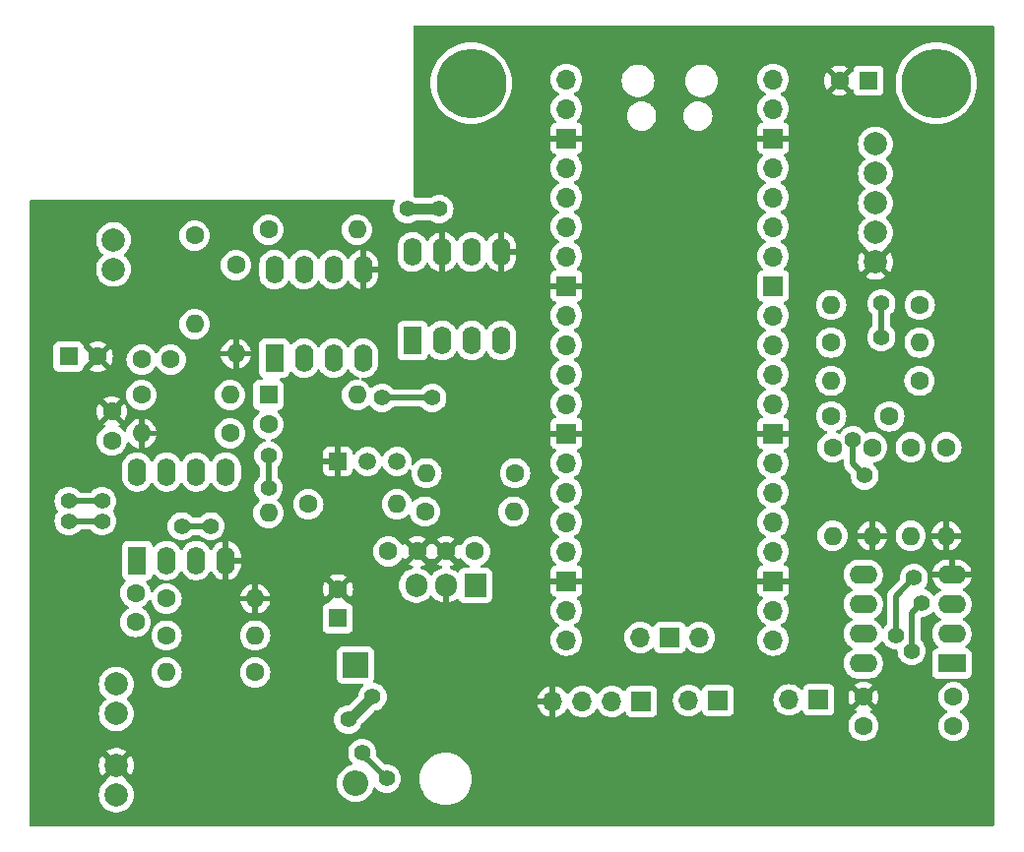
<source format=gbl>
G04 #@! TF.GenerationSoftware,KiCad,Pcbnew,8.0.5*
G04 #@! TF.CreationDate,2024-09-14T22:06:27+02:00*
G04 #@! TF.ProjectId,midi2cv,6d696469-3263-4762-9e6b-696361645f70,rev?*
G04 #@! TF.SameCoordinates,Original*
G04 #@! TF.FileFunction,Copper,L2,Bot*
G04 #@! TF.FilePolarity,Positive*
%FSLAX46Y46*%
G04 Gerber Fmt 4.6, Leading zero omitted, Abs format (unit mm)*
G04 Created by KiCad (PCBNEW 8.0.5) date 2024-09-14 22:06:27*
%MOMM*%
%LPD*%
G01*
G04 APERTURE LIST*
G04 #@! TA.AperFunction,ComponentPad*
%ADD10C,1.600000*%
G04 #@! TD*
G04 #@! TA.AperFunction,ComponentPad*
%ADD11R,1.600000X2.400000*%
G04 #@! TD*
G04 #@! TA.AperFunction,ComponentPad*
%ADD12O,1.600000X2.400000*%
G04 #@! TD*
G04 #@! TA.AperFunction,ComponentPad*
%ADD13O,1.600000X1.600000*%
G04 #@! TD*
G04 #@! TA.AperFunction,ComponentPad*
%ADD14C,2.000000*%
G04 #@! TD*
G04 #@! TA.AperFunction,ComponentPad*
%ADD15R,1.600000X1.600000*%
G04 #@! TD*
G04 #@! TA.AperFunction,ComponentPad*
%ADD16C,6.000000*%
G04 #@! TD*
G04 #@! TA.AperFunction,ComponentPad*
%ADD17O,2.400000X1.600000*%
G04 #@! TD*
G04 #@! TA.AperFunction,ComponentPad*
%ADD18R,2.400000X1.600000*%
G04 #@! TD*
G04 #@! TA.AperFunction,ComponentPad*
%ADD19R,1.700000X1.700000*%
G04 #@! TD*
G04 #@! TA.AperFunction,ComponentPad*
%ADD20O,1.700000X1.700000*%
G04 #@! TD*
G04 #@! TA.AperFunction,ComponentPad*
%ADD21O,1.905000X2.000000*%
G04 #@! TD*
G04 #@! TA.AperFunction,ComponentPad*
%ADD22R,1.905000X2.000000*%
G04 #@! TD*
G04 #@! TA.AperFunction,ComponentPad*
%ADD23R,2.200000X2.200000*%
G04 #@! TD*
G04 #@! TA.AperFunction,ComponentPad*
%ADD24O,2.200000X2.200000*%
G04 #@! TD*
G04 #@! TA.AperFunction,ComponentPad*
%ADD25C,1.500000*%
G04 #@! TD*
G04 #@! TA.AperFunction,ComponentPad*
%ADD26R,1.500000X1.500000*%
G04 #@! TD*
G04 #@! TA.AperFunction,ViaPad*
%ADD27C,1.422400*%
G04 #@! TD*
G04 #@! TA.AperFunction,Conductor*
%ADD28C,0.508000*%
G04 #@! TD*
G04 #@! TA.AperFunction,Conductor*
%ADD29C,0.889000*%
G04 #@! TD*
G04 APERTURE END LIST*
D10*
X139960528Y-86673867D03*
X144960528Y-86673867D03*
D11*
X80274000Y-99075000D03*
D12*
X82814000Y-99075000D03*
X85354000Y-99075000D03*
X87894000Y-99075000D03*
X87894000Y-91455000D03*
X85354000Y-91455000D03*
X82814000Y-91455000D03*
X80274000Y-91455000D03*
D10*
X85217000Y-71120000D03*
D13*
X85217000Y-78740000D03*
D10*
X80645000Y-84836000D03*
D13*
X88265000Y-84836000D03*
D10*
X88265000Y-88138000D03*
D13*
X80645000Y-88138000D03*
X112649000Y-94869000D03*
D10*
X105029000Y-94869000D03*
D13*
X139954000Y-77089000D03*
D10*
X147574000Y-77089000D03*
X90424000Y-108712000D03*
D13*
X82804000Y-108712000D03*
X90424000Y-105537000D03*
D10*
X82804000Y-105537000D03*
X82804000Y-102362000D03*
D13*
X90424000Y-102362000D03*
D14*
X143764000Y-63246000D03*
X143764000Y-65786000D03*
X143764000Y-68326000D03*
X143764000Y-70866000D03*
X143764000Y-73406000D03*
D10*
X78105000Y-88753000D03*
X78105000Y-86253000D03*
X80665000Y-81788000D03*
X83165000Y-81788000D03*
D15*
X74382621Y-81534000D03*
D10*
X76882621Y-81534000D03*
D15*
X143168379Y-57785000D03*
D10*
X140668379Y-57785000D03*
X80137000Y-104374000D03*
X80137000Y-101874000D03*
D16*
X149000000Y-58000000D03*
D13*
X140081000Y-96960867D03*
D10*
X140081000Y-89340867D03*
D17*
X142714868Y-107941129D03*
X142714868Y-105401129D03*
X142714868Y-102861129D03*
X142714868Y-100321129D03*
X150334868Y-100321129D03*
X150334868Y-102861129D03*
X150334868Y-105401129D03*
D18*
X150334868Y-107941129D03*
D19*
X138876458Y-111070643D03*
D20*
X136336458Y-111070643D03*
X116016458Y-111197643D03*
X118556458Y-111197643D03*
X121096458Y-111197643D03*
D19*
X123636458Y-111197643D03*
D14*
X78486000Y-119253000D03*
X78486000Y-116713000D03*
D10*
X101874000Y-98298000D03*
X104374000Y-98298000D03*
D16*
X109000000Y-58000000D03*
D10*
X109327000Y-98298000D03*
X106827000Y-98298000D03*
D13*
X147560528Y-80323867D03*
D10*
X139940528Y-80323867D03*
X97536000Y-101552379D03*
D15*
X97536000Y-104052379D03*
D14*
X78247230Y-74015237D03*
X78247230Y-71475237D03*
D21*
X104267000Y-101219000D03*
X106807000Y-101219000D03*
D22*
X109347000Y-101219000D03*
D10*
X146798528Y-89340867D03*
D13*
X146798528Y-96960867D03*
X102616000Y-94234000D03*
D10*
X94996000Y-94234000D03*
D23*
X99060000Y-108077000D03*
D24*
X99060000Y-118237000D03*
D25*
X102616000Y-90551000D03*
X100076000Y-90551000D03*
D26*
X97536000Y-90551000D03*
D14*
X78486000Y-112268000D03*
X78486000Y-109728000D03*
D13*
X139934967Y-83615908D03*
D10*
X147554967Y-83615908D03*
D13*
X143496528Y-96960867D03*
D10*
X143496528Y-89340867D03*
X149860000Y-89340867D03*
D13*
X149860000Y-96960867D03*
X91567000Y-94996000D03*
D10*
X91567000Y-87376000D03*
X91564061Y-70612000D03*
D13*
X99184061Y-70612000D03*
D10*
X88770061Y-73660000D03*
D13*
X88770061Y-81280000D03*
D20*
X128619440Y-105697000D03*
D19*
X126079440Y-105697000D03*
D20*
X123539440Y-105697000D03*
X134969440Y-57667000D03*
X134969440Y-60207000D03*
D19*
X134969440Y-62747000D03*
D20*
X134969440Y-65287000D03*
X134969440Y-67827000D03*
X134969440Y-70367000D03*
X134969440Y-72907000D03*
D19*
X134969440Y-75447000D03*
D20*
X134969440Y-77987000D03*
X134969440Y-80527000D03*
X134969440Y-83067000D03*
X134969440Y-85607000D03*
D19*
X134969440Y-88147000D03*
D20*
X134969440Y-90687000D03*
X134969440Y-93227000D03*
X134969440Y-95767000D03*
X134969440Y-98307000D03*
D19*
X134969440Y-100847000D03*
D20*
X134969440Y-103387000D03*
X134969440Y-105927000D03*
X117189440Y-105927000D03*
X117189440Y-103387000D03*
D19*
X117189440Y-100847000D03*
D20*
X117189440Y-98307000D03*
X117189440Y-95767000D03*
X117189440Y-93227000D03*
X117189440Y-90687000D03*
D19*
X117189440Y-88147000D03*
D20*
X117189440Y-85607000D03*
X117189440Y-83067000D03*
X117189440Y-80527000D03*
X117189440Y-77987000D03*
D19*
X117189440Y-75447000D03*
D20*
X117189440Y-72907000D03*
X117189440Y-70367000D03*
X117189440Y-67827000D03*
X117189440Y-65287000D03*
D19*
X117189440Y-62747000D03*
D20*
X117189440Y-60207000D03*
X117189440Y-57667000D03*
D10*
X150481528Y-113323867D03*
X150481528Y-110823867D03*
X112776000Y-91567000D03*
D13*
X105156000Y-91567000D03*
D10*
X142734528Y-110823867D03*
X142734528Y-113323867D03*
D13*
X99184061Y-84836000D03*
D15*
X91564061Y-84836000D03*
D19*
X130235458Y-111127643D03*
D20*
X127695458Y-111127643D03*
D11*
X103971417Y-80152000D03*
D12*
X106511417Y-80152000D03*
X109051417Y-80152000D03*
X111591417Y-80152000D03*
X111591417Y-72532000D03*
X109051417Y-72532000D03*
X106511417Y-72532000D03*
X103971417Y-72532000D03*
X92072061Y-74041000D03*
X94612061Y-74041000D03*
X97152061Y-74041000D03*
X99692061Y-74041000D03*
X99692061Y-81661000D03*
X97152061Y-81661000D03*
X94612061Y-81661000D03*
D11*
X92072061Y-81661000D03*
D27*
X146884434Y-106861566D03*
X147701000Y-102743000D03*
X142825763Y-91771763D03*
X144272000Y-79857600D03*
X141816279Y-88706590D03*
X144272000Y-76962000D03*
X147066000Y-100584000D03*
X101727000Y-117856000D03*
X145531013Y-105508145D03*
X99632731Y-115634731D03*
X74383900Y-95681803D03*
X77254100Y-95681803D03*
X77254100Y-93980000D03*
X74383900Y-93980000D03*
X84109400Y-96139000D03*
X86598600Y-96139000D03*
X91567000Y-92837000D03*
X91567000Y-90043000D03*
X98426230Y-112774770D03*
X100519269Y-110808731D03*
X101346000Y-85090000D03*
X105664000Y-85090000D03*
X103505000Y-68834000D03*
X106267600Y-68834000D03*
D28*
X141816279Y-88706590D02*
X141816279Y-90762279D01*
X141816279Y-90762279D02*
X142825763Y-91771763D01*
D29*
X98553230Y-112774770D02*
X100519269Y-110808731D01*
X98426230Y-112774770D02*
X98553230Y-112774770D01*
D28*
X144272000Y-76962000D02*
X144272000Y-79857600D01*
X146884434Y-106861566D02*
X146884434Y-103559566D01*
X146884434Y-103559566D02*
X147701000Y-102743000D01*
X147066000Y-100584000D02*
X145531013Y-102118987D01*
X145531013Y-102118987D02*
X145531013Y-105508145D01*
X99632731Y-115761731D02*
X101727000Y-117856000D01*
X99632731Y-115634731D02*
X99632731Y-115761731D01*
X77254100Y-95681803D02*
X74383900Y-95681803D01*
X74383900Y-93980000D02*
X77254100Y-93980000D01*
X86598600Y-96139000D02*
X84109400Y-96139000D01*
X91567000Y-90043000D02*
X91567000Y-92837000D01*
X105664000Y-85090000D02*
X101346000Y-85090000D01*
D29*
X103505000Y-68834000D02*
X106267600Y-68834000D01*
G04 #@! TA.AperFunction,Conductor*
G36*
X106427000Y-98350661D02*
G01*
X106454259Y-98452394D01*
X106506920Y-98543606D01*
X106581394Y-98618080D01*
X106672606Y-98670741D01*
X106774339Y-98698000D01*
X106780553Y-98698000D01*
X106101526Y-99377025D01*
X106174513Y-99428132D01*
X106174521Y-99428136D01*
X106380668Y-99524264D01*
X106380676Y-99524267D01*
X106412345Y-99532752D01*
X106472006Y-99569116D01*
X106502537Y-99631962D01*
X106494243Y-99701338D01*
X106449759Y-99755217D01*
X106418573Y-99770459D01*
X106249429Y-99825417D01*
X106045723Y-99929211D01*
X105860757Y-100063597D01*
X105699097Y-100225257D01*
X105637627Y-100309864D01*
X105582297Y-100352529D01*
X105512684Y-100358508D01*
X105450889Y-100325902D01*
X105436991Y-100309864D01*
X105375286Y-100224934D01*
X105213566Y-100063214D01*
X105028538Y-99928783D01*
X104951690Y-99889627D01*
X104824755Y-99824950D01*
X104713714Y-99788871D01*
X104656038Y-99749434D01*
X104628840Y-99685075D01*
X104640755Y-99616229D01*
X104687999Y-99564753D01*
X104719939Y-99551165D01*
X104820317Y-99524269D01*
X104820331Y-99524264D01*
X105026478Y-99428136D01*
X105099471Y-99377024D01*
X104420447Y-98698000D01*
X104426661Y-98698000D01*
X104528394Y-98670741D01*
X104619606Y-98618080D01*
X104694080Y-98543606D01*
X104746741Y-98452394D01*
X104774000Y-98350661D01*
X104774000Y-98344447D01*
X105453024Y-99023471D01*
X105498925Y-98957921D01*
X105553502Y-98914296D01*
X105623000Y-98907104D01*
X105685355Y-98938627D01*
X105702073Y-98957921D01*
X105747973Y-99023472D01*
X105747974Y-99023472D01*
X106427000Y-98344446D01*
X106427000Y-98350661D01*
G37*
G04 #@! TD.AperFunction*
G04 #@! TA.AperFunction,Conductor*
G36*
X107906024Y-99023471D02*
G01*
X107957134Y-98950481D01*
X107964340Y-98935028D01*
X108010511Y-98882587D01*
X108077704Y-98863433D01*
X108144585Y-98883646D01*
X108189105Y-98935022D01*
X108196430Y-98950730D01*
X108196432Y-98950734D01*
X108326954Y-99137141D01*
X108487858Y-99298045D01*
X108487861Y-99298047D01*
X108674266Y-99428568D01*
X108789106Y-99482119D01*
X108841544Y-99528290D01*
X108860696Y-99595484D01*
X108840480Y-99662365D01*
X108787315Y-99707699D01*
X108736700Y-99718500D01*
X108346629Y-99718500D01*
X108346623Y-99718501D01*
X108287016Y-99724908D01*
X108152171Y-99775202D01*
X108152164Y-99775206D01*
X108036955Y-99861452D01*
X108036952Y-99861455D01*
X107950706Y-99976664D01*
X107950702Y-99976671D01*
X107940127Y-100005026D01*
X107898256Y-100060960D01*
X107832791Y-100085377D01*
X107764518Y-100070525D01*
X107751060Y-100062011D01*
X107568279Y-99929213D01*
X107364570Y-99825418D01*
X107213504Y-99776333D01*
X107155829Y-99736895D01*
X107128631Y-99672536D01*
X107140546Y-99603690D01*
X107187790Y-99552214D01*
X107219732Y-99538627D01*
X107273312Y-99524271D01*
X107273331Y-99524264D01*
X107479478Y-99428136D01*
X107552471Y-99377024D01*
X106873447Y-98698000D01*
X106879661Y-98698000D01*
X106981394Y-98670741D01*
X107072606Y-98618080D01*
X107147080Y-98543606D01*
X107199741Y-98452394D01*
X107227000Y-98350661D01*
X107227000Y-98344447D01*
X107906024Y-99023471D01*
G37*
G04 #@! TD.AperFunction*
G04 #@! TA.AperFunction,Conductor*
G36*
X153917539Y-53045185D02*
G01*
X153963294Y-53097989D01*
X153974500Y-53149500D01*
X153974500Y-121850500D01*
X153954815Y-121917539D01*
X153902011Y-121963294D01*
X153850500Y-121974500D01*
X71149500Y-121974500D01*
X71082461Y-121954815D01*
X71036706Y-121902011D01*
X71025500Y-121850500D01*
X71025500Y-119252994D01*
X76980357Y-119252994D01*
X76980357Y-119253005D01*
X77000890Y-119500812D01*
X77000892Y-119500824D01*
X77061936Y-119741881D01*
X77161826Y-119969606D01*
X77297833Y-120177782D01*
X77297836Y-120177785D01*
X77466256Y-120360738D01*
X77662491Y-120513474D01*
X77881190Y-120631828D01*
X78116386Y-120712571D01*
X78361665Y-120753500D01*
X78610335Y-120753500D01*
X78855614Y-120712571D01*
X79090810Y-120631828D01*
X79309509Y-120513474D01*
X79505744Y-120360738D01*
X79674164Y-120177785D01*
X79810173Y-119969607D01*
X79910063Y-119741881D01*
X79971108Y-119500821D01*
X79991643Y-119253000D01*
X79991556Y-119251955D01*
X79971109Y-119005187D01*
X79971107Y-119005175D01*
X79910063Y-118764118D01*
X79810173Y-118536393D01*
X79674166Y-118328217D01*
X79652557Y-118304744D01*
X79590194Y-118237000D01*
X97454551Y-118237000D01*
X97474317Y-118488151D01*
X97533126Y-118733110D01*
X97629533Y-118965859D01*
X97761160Y-119180653D01*
X97761161Y-119180656D01*
X97761164Y-119180659D01*
X97924776Y-119372224D01*
X98043657Y-119473758D01*
X98116343Y-119535838D01*
X98116346Y-119535839D01*
X98331140Y-119667466D01*
X98510795Y-119741881D01*
X98563889Y-119763873D01*
X98808852Y-119822683D01*
X99060000Y-119842449D01*
X99311148Y-119822683D01*
X99556111Y-119763873D01*
X99788859Y-119667466D01*
X100003659Y-119535836D01*
X100195224Y-119372224D01*
X100358836Y-119180659D01*
X100490466Y-118965859D01*
X100586873Y-118733111D01*
X100593967Y-118703558D01*
X100628755Y-118642969D01*
X100690780Y-118610803D01*
X100760349Y-118617276D01*
X100802222Y-118644824D01*
X100945157Y-118787759D01*
X100945163Y-118787764D01*
X101118831Y-118909368D01*
X101118833Y-118909369D01*
X101118836Y-118909371D01*
X101310991Y-118998974D01*
X101310997Y-118998975D01*
X101310998Y-118998976D01*
X101360286Y-119012182D01*
X101515787Y-119053849D01*
X101684757Y-119068632D01*
X101726999Y-119072328D01*
X101727000Y-119072328D01*
X101727001Y-119072328D01*
X101762202Y-119069248D01*
X101938213Y-119053849D01*
X102143009Y-118998974D01*
X102335164Y-118909371D01*
X102508841Y-118787761D01*
X102658761Y-118637841D01*
X102780371Y-118464164D01*
X102869974Y-118272009D01*
X102924849Y-118067213D01*
X102941316Y-117878992D01*
X104551671Y-117878992D01*
X104551671Y-117879007D01*
X104570964Y-118173363D01*
X104570965Y-118173373D01*
X104570966Y-118173380D01*
X104619295Y-118416351D01*
X104628518Y-118462716D01*
X104628521Y-118462730D01*
X104723349Y-118742080D01*
X104853825Y-119006660D01*
X104853829Y-119006667D01*
X105017725Y-119251955D01*
X105212241Y-119473758D01*
X105433123Y-119667466D01*
X105434043Y-119668273D01*
X105679335Y-119832172D01*
X105943923Y-119962652D01*
X106223278Y-120057481D01*
X106512620Y-120115034D01*
X106540888Y-120116886D01*
X106806993Y-120134329D01*
X106807000Y-120134329D01*
X106807007Y-120134329D01*
X107042675Y-120118881D01*
X107101380Y-120115034D01*
X107390722Y-120057481D01*
X107670077Y-119962652D01*
X107934665Y-119832172D01*
X108179957Y-119668273D01*
X108401758Y-119473758D01*
X108596273Y-119251957D01*
X108760172Y-119006665D01*
X108890652Y-118742077D01*
X108985481Y-118462722D01*
X109043034Y-118173380D01*
X109049993Y-118067208D01*
X109062329Y-117879007D01*
X109062329Y-117878992D01*
X109043035Y-117584636D01*
X109043034Y-117584620D01*
X108985481Y-117295278D01*
X108984823Y-117293341D01*
X108919795Y-117101776D01*
X108890652Y-117015923D01*
X108760172Y-116751336D01*
X108732636Y-116710126D01*
X108666266Y-116610796D01*
X108596273Y-116506043D01*
X108553655Y-116457447D01*
X108401758Y-116284241D01*
X108179955Y-116089725D01*
X107934667Y-115925829D01*
X107934660Y-115925825D01*
X107670080Y-115795349D01*
X107390730Y-115700521D01*
X107390724Y-115700519D01*
X107390722Y-115700519D01*
X107101380Y-115642966D01*
X107101373Y-115642965D01*
X107101363Y-115642964D01*
X106807007Y-115623671D01*
X106806993Y-115623671D01*
X106512636Y-115642964D01*
X106512624Y-115642965D01*
X106512620Y-115642966D01*
X106512612Y-115642967D01*
X106512609Y-115642968D01*
X106223283Y-115700518D01*
X106223269Y-115700521D01*
X105943919Y-115795349D01*
X105679334Y-115925828D01*
X105434041Y-116089728D01*
X105212241Y-116284241D01*
X105017728Y-116506041D01*
X104853828Y-116751334D01*
X104723349Y-117015919D01*
X104628521Y-117295269D01*
X104628518Y-117295283D01*
X104570968Y-117584609D01*
X104570964Y-117584636D01*
X104551671Y-117878992D01*
X102941316Y-117878992D01*
X102943328Y-117856000D01*
X102924849Y-117644787D01*
X102869974Y-117439991D01*
X102780371Y-117247836D01*
X102780369Y-117247833D01*
X102780368Y-117247831D01*
X102658764Y-117074163D01*
X102658759Y-117074157D01*
X102508842Y-116924240D01*
X102508836Y-116924235D01*
X102335168Y-116802631D01*
X102335164Y-116802629D01*
X102225165Y-116751336D01*
X102143009Y-116713026D01*
X102143005Y-116713025D01*
X102143001Y-116713023D01*
X101938218Y-116658152D01*
X101938208Y-116658150D01*
X101727001Y-116639672D01*
X101726996Y-116639672D01*
X101647307Y-116646643D01*
X101578807Y-116632876D01*
X101548820Y-116610796D01*
X100867716Y-115929692D01*
X100834231Y-115868369D01*
X100831869Y-115831207D01*
X100849059Y-115634731D01*
X100830580Y-115423518D01*
X100775705Y-115218722D01*
X100686102Y-115026567D01*
X100686100Y-115026564D01*
X100686099Y-115026562D01*
X100564495Y-114852894D01*
X100564490Y-114852888D01*
X100414573Y-114702971D01*
X100414567Y-114702966D01*
X100240899Y-114581362D01*
X100240895Y-114581360D01*
X100048740Y-114491757D01*
X100048736Y-114491756D01*
X100048732Y-114491754D01*
X99843949Y-114436883D01*
X99843939Y-114436881D01*
X99632732Y-114418403D01*
X99632730Y-114418403D01*
X99421522Y-114436881D01*
X99421512Y-114436883D01*
X99216729Y-114491754D01*
X99216720Y-114491758D01*
X99024566Y-114581360D01*
X99024562Y-114581362D01*
X98850894Y-114702966D01*
X98850888Y-114702971D01*
X98700971Y-114852888D01*
X98700966Y-114852894D01*
X98579362Y-115026562D01*
X98579360Y-115026566D01*
X98489758Y-115218720D01*
X98489754Y-115218729D01*
X98434883Y-115423512D01*
X98434881Y-115423522D01*
X98416403Y-115634730D01*
X98416403Y-115634731D01*
X98434881Y-115845939D01*
X98434883Y-115845949D01*
X98489754Y-116050732D01*
X98489756Y-116050736D01*
X98489757Y-116050740D01*
X98565420Y-116213000D01*
X98579360Y-116242895D01*
X98579362Y-116242899D01*
X98700966Y-116416567D01*
X98700972Y-116416574D01*
X98754588Y-116470191D01*
X98788072Y-116531514D01*
X98783087Y-116601206D01*
X98741216Y-116657139D01*
X98695853Y-116678445D01*
X98563889Y-116710126D01*
X98331140Y-116806533D01*
X98116346Y-116938160D01*
X98116343Y-116938161D01*
X97924776Y-117101776D01*
X97761161Y-117293343D01*
X97761160Y-117293346D01*
X97629533Y-117508140D01*
X97533126Y-117740889D01*
X97474317Y-117985848D01*
X97454551Y-118237000D01*
X79590194Y-118237000D01*
X79505744Y-118145262D01*
X79402253Y-118064712D01*
X79361442Y-118008003D01*
X79354655Y-117959176D01*
X79356056Y-117936609D01*
X78615409Y-117195962D01*
X78678993Y-117178925D01*
X78793007Y-117113099D01*
X78886099Y-117020007D01*
X78951925Y-116905993D01*
X78968962Y-116842409D01*
X79709434Y-117582882D01*
X79809731Y-117429369D01*
X79909587Y-117201717D01*
X79970612Y-116960738D01*
X79970614Y-116960729D01*
X79991141Y-116713005D01*
X79991141Y-116712994D01*
X79970614Y-116465270D01*
X79970612Y-116465261D01*
X79909587Y-116224282D01*
X79809731Y-115996630D01*
X79709434Y-115843116D01*
X78968962Y-116583589D01*
X78951925Y-116520007D01*
X78886099Y-116405993D01*
X78793007Y-116312901D01*
X78678993Y-116247075D01*
X78615410Y-116230037D01*
X79356057Y-115489390D01*
X79356056Y-115489389D01*
X79309229Y-115452943D01*
X79090614Y-115334635D01*
X79090603Y-115334630D01*
X78855493Y-115253916D01*
X78610293Y-115213000D01*
X78361707Y-115213000D01*
X78116506Y-115253916D01*
X77881396Y-115334630D01*
X77881390Y-115334632D01*
X77662761Y-115452949D01*
X77615942Y-115489388D01*
X77615942Y-115489390D01*
X78356590Y-116230037D01*
X78293007Y-116247075D01*
X78178993Y-116312901D01*
X78085901Y-116405993D01*
X78020075Y-116520007D01*
X78003037Y-116583589D01*
X77262564Y-115843116D01*
X77162267Y-115996632D01*
X77062412Y-116224282D01*
X77001387Y-116465261D01*
X77001385Y-116465270D01*
X76980859Y-116712994D01*
X76980859Y-116713005D01*
X77001385Y-116960729D01*
X77001387Y-116960738D01*
X77062412Y-117201717D01*
X77162266Y-117429364D01*
X77262564Y-117582882D01*
X78003037Y-116842409D01*
X78020075Y-116905993D01*
X78085901Y-117020007D01*
X78178993Y-117113099D01*
X78293007Y-117178925D01*
X78356590Y-117195962D01*
X77615942Y-117936609D01*
X77617343Y-117959177D01*
X77601850Y-118027307D01*
X77569744Y-118064713D01*
X77466258Y-118145260D01*
X77297833Y-118328217D01*
X77161826Y-118536393D01*
X77061936Y-118764118D01*
X77000892Y-119005175D01*
X77000890Y-119005187D01*
X76980357Y-119252994D01*
X71025500Y-119252994D01*
X71025500Y-109727994D01*
X76980357Y-109727994D01*
X76980357Y-109728005D01*
X77000890Y-109975812D01*
X77000892Y-109975824D01*
X77061936Y-110216881D01*
X77161826Y-110444606D01*
X77297833Y-110652782D01*
X77297836Y-110652785D01*
X77466256Y-110835738D01*
X77549008Y-110900147D01*
X77589821Y-110956857D01*
X77593496Y-111026630D01*
X77558864Y-111087313D01*
X77549014Y-111095848D01*
X77508166Y-111127642D01*
X77466257Y-111160261D01*
X77297833Y-111343217D01*
X77161826Y-111551393D01*
X77061936Y-111779118D01*
X77000892Y-112020175D01*
X77000890Y-112020187D01*
X76980357Y-112267994D01*
X76980357Y-112268005D01*
X77000890Y-112515812D01*
X77000892Y-112515824D01*
X77061936Y-112756881D01*
X77161826Y-112984606D01*
X77297833Y-113192782D01*
X77297836Y-113192785D01*
X77466256Y-113375738D01*
X77662491Y-113528474D01*
X77881190Y-113646828D01*
X78116386Y-113727571D01*
X78361665Y-113768500D01*
X78610335Y-113768500D01*
X78855614Y-113727571D01*
X79090810Y-113646828D01*
X79309509Y-113528474D01*
X79505744Y-113375738D01*
X79674164Y-113192785D01*
X79810173Y-112984607D01*
X79902217Y-112774769D01*
X97209902Y-112774769D01*
X97209902Y-112774770D01*
X97228380Y-112985978D01*
X97228382Y-112985988D01*
X97283253Y-113190771D01*
X97283255Y-113190775D01*
X97283256Y-113190779D01*
X97345315Y-113323865D01*
X97372859Y-113382934D01*
X97372861Y-113382938D01*
X97494465Y-113556606D01*
X97494470Y-113556612D01*
X97644387Y-113706529D01*
X97644393Y-113706534D01*
X97818061Y-113828138D01*
X97818063Y-113828139D01*
X97818066Y-113828141D01*
X98010221Y-113917744D01*
X98215017Y-113972619D01*
X98383987Y-113987402D01*
X98426229Y-113991098D01*
X98426230Y-113991098D01*
X98426231Y-113991098D01*
X98461432Y-113988018D01*
X98637443Y-113972619D01*
X98842239Y-113917744D01*
X99034394Y-113828141D01*
X99208071Y-113706531D01*
X99357991Y-113556611D01*
X99479601Y-113382934D01*
X99507145Y-113323865D01*
X141429060Y-113323865D01*
X141429060Y-113323868D01*
X141448892Y-113550553D01*
X141448894Y-113550564D01*
X141507786Y-113770355D01*
X141507789Y-113770364D01*
X141603959Y-113976599D01*
X141603960Y-113976601D01*
X141734482Y-114163008D01*
X141895386Y-114323912D01*
X141895389Y-114323914D01*
X142081794Y-114454435D01*
X142288032Y-114550606D01*
X142507836Y-114609502D01*
X142669758Y-114623668D01*
X142734526Y-114629335D01*
X142734528Y-114629335D01*
X142734530Y-114629335D01*
X142791201Y-114624376D01*
X142961220Y-114609502D01*
X143181024Y-114550606D01*
X143387262Y-114454435D01*
X143573667Y-114323914D01*
X143734575Y-114163006D01*
X143865096Y-113976601D01*
X143961267Y-113770363D01*
X144020163Y-113550559D01*
X144039996Y-113323867D01*
X144020163Y-113097175D01*
X143961267Y-112877371D01*
X143865096Y-112671133D01*
X143734575Y-112484728D01*
X143734573Y-112484725D01*
X143573669Y-112323821D01*
X143387262Y-112193299D01*
X143387258Y-112193297D01*
X143371550Y-112185972D01*
X143319111Y-112139798D01*
X143299961Y-112072604D01*
X143320178Y-112005724D01*
X143371556Y-111961207D01*
X143387009Y-111954001D01*
X143459999Y-111902891D01*
X142780975Y-111223867D01*
X142787189Y-111223867D01*
X142888922Y-111196608D01*
X142980134Y-111143947D01*
X143054608Y-111069473D01*
X143107269Y-110978261D01*
X143134528Y-110876528D01*
X143134528Y-110870314D01*
X143813552Y-111549338D01*
X143864664Y-111476345D01*
X143960792Y-111270198D01*
X143960797Y-111270184D01*
X144019667Y-111050477D01*
X144019669Y-111050466D01*
X144039494Y-110823869D01*
X144039494Y-110823865D01*
X149176060Y-110823865D01*
X149176060Y-110823868D01*
X149195892Y-111050553D01*
X149195894Y-111050564D01*
X149254786Y-111270355D01*
X149254789Y-111270364D01*
X149350959Y-111476599D01*
X149350960Y-111476601D01*
X149481482Y-111663008D01*
X149642386Y-111823912D01*
X149642389Y-111823914D01*
X149828794Y-111954435D01*
X149843915Y-111961486D01*
X149896353Y-112007658D01*
X149915504Y-112074852D01*
X149895288Y-112141733D01*
X149843915Y-112186247D01*
X149828798Y-112193297D01*
X149828792Y-112193300D01*
X149642386Y-112323821D01*
X149481482Y-112484725D01*
X149350960Y-112671132D01*
X149350959Y-112671134D01*
X149254789Y-112877369D01*
X149254786Y-112877378D01*
X149195894Y-113097169D01*
X149195892Y-113097180D01*
X149176060Y-113323865D01*
X149176060Y-113323868D01*
X149195892Y-113550553D01*
X149195894Y-113550564D01*
X149254786Y-113770355D01*
X149254789Y-113770364D01*
X149350959Y-113976599D01*
X149350960Y-113976601D01*
X149481482Y-114163008D01*
X149642386Y-114323912D01*
X149642389Y-114323914D01*
X149828794Y-114454435D01*
X150035032Y-114550606D01*
X150254836Y-114609502D01*
X150416758Y-114623668D01*
X150481526Y-114629335D01*
X150481528Y-114629335D01*
X150481530Y-114629335D01*
X150538201Y-114624376D01*
X150708220Y-114609502D01*
X150928024Y-114550606D01*
X151134262Y-114454435D01*
X151320667Y-114323914D01*
X151481575Y-114163006D01*
X151612096Y-113976601D01*
X151708267Y-113770363D01*
X151767163Y-113550559D01*
X151786996Y-113323867D01*
X151767163Y-113097175D01*
X151708267Y-112877371D01*
X151612096Y-112671133D01*
X151481575Y-112484728D01*
X151481573Y-112484725D01*
X151320669Y-112323821D01*
X151134262Y-112193299D01*
X151134256Y-112193296D01*
X151119142Y-112186248D01*
X151066704Y-112140078D01*
X151047551Y-112072885D01*
X151067766Y-112006003D01*
X151119142Y-111961485D01*
X151134262Y-111954435D01*
X151320667Y-111823914D01*
X151481575Y-111663006D01*
X151612096Y-111476601D01*
X151708267Y-111270363D01*
X151767163Y-111050559D01*
X151786996Y-110823867D01*
X151767163Y-110597175D01*
X151708267Y-110377371D01*
X151612096Y-110171133D01*
X151504500Y-110017468D01*
X151481573Y-109984725D01*
X151320669Y-109823821D01*
X151134262Y-109693299D01*
X151134260Y-109693298D01*
X150928025Y-109597128D01*
X150928016Y-109597125D01*
X150708225Y-109538233D01*
X150708221Y-109538232D01*
X150708220Y-109538232D01*
X150708219Y-109538231D01*
X150708214Y-109538231D01*
X150481530Y-109518399D01*
X150481526Y-109518399D01*
X150254841Y-109538231D01*
X150254830Y-109538233D01*
X150035039Y-109597125D01*
X150035030Y-109597128D01*
X149828795Y-109693298D01*
X149828793Y-109693299D01*
X149642386Y-109823821D01*
X149481482Y-109984725D01*
X149350960Y-110171132D01*
X149350959Y-110171134D01*
X149254789Y-110377369D01*
X149254786Y-110377378D01*
X149195894Y-110597169D01*
X149195892Y-110597180D01*
X149176060Y-110823865D01*
X144039494Y-110823865D01*
X144039494Y-110823864D01*
X144019669Y-110597267D01*
X144019667Y-110597256D01*
X143960797Y-110377549D01*
X143960792Y-110377535D01*
X143864664Y-110171388D01*
X143864660Y-110171380D01*
X143813553Y-110098393D01*
X143134528Y-110777418D01*
X143134528Y-110771206D01*
X143107269Y-110669473D01*
X143054608Y-110578261D01*
X142980134Y-110503787D01*
X142888922Y-110451126D01*
X142787189Y-110423867D01*
X142780976Y-110423867D01*
X143460000Y-109744841D01*
X143387006Y-109693730D01*
X143180859Y-109597602D01*
X143180845Y-109597597D01*
X142961138Y-109538727D01*
X142961127Y-109538725D01*
X142734530Y-109518901D01*
X142734526Y-109518901D01*
X142507928Y-109538725D01*
X142507917Y-109538727D01*
X142288210Y-109597597D01*
X142288201Y-109597601D01*
X142082044Y-109693733D01*
X142082040Y-109693735D01*
X142009054Y-109744840D01*
X142009054Y-109744841D01*
X142688081Y-110423867D01*
X142681867Y-110423867D01*
X142580134Y-110451126D01*
X142488922Y-110503787D01*
X142414448Y-110578261D01*
X142361787Y-110669473D01*
X142334528Y-110771206D01*
X142334528Y-110777419D01*
X141655502Y-110098393D01*
X141655501Y-110098393D01*
X141604396Y-110171379D01*
X141604394Y-110171383D01*
X141508262Y-110377540D01*
X141508258Y-110377549D01*
X141449388Y-110597256D01*
X141449386Y-110597267D01*
X141429562Y-110823864D01*
X141429562Y-110823869D01*
X141449386Y-111050466D01*
X141449388Y-111050477D01*
X141508258Y-111270184D01*
X141508263Y-111270198D01*
X141604391Y-111476345D01*
X141655502Y-111549339D01*
X142334528Y-110870313D01*
X142334528Y-110876528D01*
X142361787Y-110978261D01*
X142414448Y-111069473D01*
X142488922Y-111143947D01*
X142580134Y-111196608D01*
X142681867Y-111223867D01*
X142688081Y-111223867D01*
X142009054Y-111902892D01*
X142082041Y-111953999D01*
X142082043Y-111954000D01*
X142097501Y-111961208D01*
X142149941Y-112007380D01*
X142169094Y-112074573D01*
X142148879Y-112141454D01*
X142097507Y-112185971D01*
X142081798Y-112193296D01*
X142081793Y-112193299D01*
X141895386Y-112323821D01*
X141734482Y-112484725D01*
X141603960Y-112671132D01*
X141603959Y-112671134D01*
X141507789Y-112877369D01*
X141507786Y-112877378D01*
X141448894Y-113097169D01*
X141448892Y-113097180D01*
X141429060Y-113323865D01*
X99507145Y-113323865D01*
X99569204Y-113190779D01*
X99595578Y-113092345D01*
X99627670Y-113036760D01*
X100618976Y-112045454D01*
X100680297Y-112011971D01*
X100695839Y-112009610D01*
X100730482Y-112006580D01*
X100935278Y-111951705D01*
X101127433Y-111862102D01*
X101301110Y-111740492D01*
X101451030Y-111590572D01*
X101572640Y-111416895D01*
X101662243Y-111224740D01*
X101717118Y-111019944D01*
X101723444Y-110947642D01*
X114685822Y-110947642D01*
X114685822Y-110947643D01*
X115583446Y-110947643D01*
X115550533Y-111004650D01*
X115516458Y-111131817D01*
X115516458Y-111263469D01*
X115550533Y-111390636D01*
X115583446Y-111447643D01*
X114685822Y-111447643D01*
X114743025Y-111661129D01*
X114743028Y-111661135D01*
X114842857Y-111875221D01*
X114978352Y-112068725D01*
X115145375Y-112235748D01*
X115338879Y-112371243D01*
X115552965Y-112471072D01*
X115552974Y-112471076D01*
X115766458Y-112528277D01*
X115766458Y-111630655D01*
X115823465Y-111663568D01*
X115950632Y-111697643D01*
X116082284Y-111697643D01*
X116209451Y-111663568D01*
X116266458Y-111630655D01*
X116266458Y-112528276D01*
X116479941Y-112471076D01*
X116479950Y-112471072D01*
X116694036Y-112371243D01*
X116887540Y-112235748D01*
X117054563Y-112068725D01*
X117184577Y-111883048D01*
X117239154Y-111839424D01*
X117308653Y-111832231D01*
X117371007Y-111863753D01*
X117387727Y-111883048D01*
X117517963Y-112069044D01*
X117685057Y-112236138D01*
X117778653Y-112301675D01*
X117878623Y-112371675D01*
X117878625Y-112371676D01*
X117878628Y-112371678D01*
X118092795Y-112471546D01*
X118092801Y-112471547D01*
X118092802Y-112471548D01*
X118141980Y-112484725D01*
X118321050Y-112532706D01*
X118497492Y-112548143D01*
X118556457Y-112553302D01*
X118556458Y-112553302D01*
X118556459Y-112553302D01*
X118615424Y-112548143D01*
X118791866Y-112532706D01*
X119020121Y-112471546D01*
X119234288Y-112371678D01*
X119427859Y-112236138D01*
X119594953Y-112069044D01*
X119724883Y-111883485D01*
X119779460Y-111839860D01*
X119848958Y-111832666D01*
X119911313Y-111864189D01*
X119928033Y-111883485D01*
X120057739Y-112068725D01*
X120057963Y-112069044D01*
X120225057Y-112236138D01*
X120318653Y-112301675D01*
X120418623Y-112371675D01*
X120418625Y-112371676D01*
X120418628Y-112371678D01*
X120632795Y-112471546D01*
X120632801Y-112471547D01*
X120632802Y-112471548D01*
X120681980Y-112484725D01*
X120861050Y-112532706D01*
X121037492Y-112548143D01*
X121096457Y-112553302D01*
X121096458Y-112553302D01*
X121096459Y-112553302D01*
X121155424Y-112548143D01*
X121331866Y-112532706D01*
X121560121Y-112471546D01*
X121774288Y-112371678D01*
X121967859Y-112236138D01*
X122089787Y-112114209D01*
X122151106Y-112080727D01*
X122220798Y-112085711D01*
X122276732Y-112127582D01*
X122293647Y-112158560D01*
X122342660Y-112289971D01*
X122342664Y-112289978D01*
X122428910Y-112405187D01*
X122428913Y-112405190D01*
X122544122Y-112491436D01*
X122544129Y-112491440D01*
X122678975Y-112541734D01*
X122678974Y-112541734D01*
X122685902Y-112542478D01*
X122738585Y-112548143D01*
X124534330Y-112548142D01*
X124593941Y-112541734D01*
X124728789Y-112491439D01*
X124844004Y-112405189D01*
X124930254Y-112289974D01*
X124980549Y-112155126D01*
X124986958Y-112095516D01*
X124986957Y-111127642D01*
X126339799Y-111127642D01*
X126339799Y-111127643D01*
X126360394Y-111363046D01*
X126360396Y-111363056D01*
X126421552Y-111591298D01*
X126421554Y-111591302D01*
X126421555Y-111591306D01*
X126494845Y-111748477D01*
X126521423Y-111805473D01*
X126521425Y-111805477D01*
X126629739Y-111960164D01*
X126656963Y-111999044D01*
X126824057Y-112166138D01*
X126920842Y-112233908D01*
X127017623Y-112301675D01*
X127017625Y-112301676D01*
X127017628Y-112301678D01*
X127231795Y-112401546D01*
X127231801Y-112401547D01*
X127231802Y-112401548D01*
X127281014Y-112414734D01*
X127460050Y-112462706D01*
X127636492Y-112478143D01*
X127695457Y-112483302D01*
X127695458Y-112483302D01*
X127695459Y-112483302D01*
X127754424Y-112478143D01*
X127930866Y-112462706D01*
X128159121Y-112401546D01*
X128373288Y-112301678D01*
X128566859Y-112166138D01*
X128688787Y-112044209D01*
X128750106Y-112010727D01*
X128819798Y-112015711D01*
X128875732Y-112057582D01*
X128892647Y-112088560D01*
X128941660Y-112219971D01*
X128941664Y-112219978D01*
X129027910Y-112335187D01*
X129027913Y-112335190D01*
X129143122Y-112421436D01*
X129143129Y-112421440D01*
X129277975Y-112471734D01*
X129277974Y-112471734D01*
X129284902Y-112472478D01*
X129337585Y-112478143D01*
X131133330Y-112478142D01*
X131192941Y-112471734D01*
X131327789Y-112421439D01*
X131443004Y-112335189D01*
X131529254Y-112219974D01*
X131579549Y-112085126D01*
X131585958Y-112025516D01*
X131585957Y-111070642D01*
X134980799Y-111070642D01*
X134980799Y-111070643D01*
X135001394Y-111306046D01*
X135001396Y-111306056D01*
X135062552Y-111534298D01*
X135062554Y-111534302D01*
X135062555Y-111534306D01*
X135108016Y-111631797D01*
X135162423Y-111748473D01*
X135162425Y-111748477D01*
X135270548Y-111902891D01*
X135297963Y-111942044D01*
X135465057Y-112109138D01*
X135546459Y-112166136D01*
X135658623Y-112244675D01*
X135658625Y-112244676D01*
X135658628Y-112244678D01*
X135872795Y-112344546D01*
X136101050Y-112405706D01*
X136289376Y-112422182D01*
X136336457Y-112426302D01*
X136336458Y-112426302D01*
X136336459Y-112426302D01*
X136375692Y-112422869D01*
X136571866Y-112405706D01*
X136800121Y-112344546D01*
X137014288Y-112244678D01*
X137207859Y-112109138D01*
X137329787Y-111987209D01*
X137391106Y-111953727D01*
X137460798Y-111958711D01*
X137516732Y-112000582D01*
X137533647Y-112031560D01*
X137582660Y-112162971D01*
X137582664Y-112162978D01*
X137668910Y-112278187D01*
X137668913Y-112278190D01*
X137784122Y-112364436D01*
X137784129Y-112364440D01*
X137918975Y-112414734D01*
X137918974Y-112414734D01*
X137925902Y-112415478D01*
X137978585Y-112421143D01*
X139774330Y-112421142D01*
X139833941Y-112414734D01*
X139968789Y-112364439D01*
X140084004Y-112278189D01*
X140170254Y-112162974D01*
X140220549Y-112028126D01*
X140226958Y-111968516D01*
X140226957Y-110172771D01*
X140220549Y-110113160D01*
X140219268Y-110109726D01*
X140170255Y-109978314D01*
X140170251Y-109978307D01*
X140084005Y-109863098D01*
X140084002Y-109863095D01*
X139968793Y-109776849D01*
X139968786Y-109776845D01*
X139833940Y-109726551D01*
X139833941Y-109726551D01*
X139774341Y-109720144D01*
X139774339Y-109720143D01*
X139774331Y-109720143D01*
X139774322Y-109720143D01*
X137978587Y-109720143D01*
X137978581Y-109720144D01*
X137918974Y-109726551D01*
X137784129Y-109776845D01*
X137784122Y-109776849D01*
X137668913Y-109863095D01*
X137668910Y-109863098D01*
X137582664Y-109978307D01*
X137582661Y-109978312D01*
X137533647Y-110109726D01*
X137491775Y-110165659D01*
X137426311Y-110190076D01*
X137358038Y-110175224D01*
X137329784Y-110154073D01*
X137207860Y-110032149D01*
X137207853Y-110032144D01*
X137200355Y-110026894D01*
X137158567Y-109997633D01*
X137014292Y-109896610D01*
X137014288Y-109896608D01*
X136998359Y-109889180D01*
X136800121Y-109796740D01*
X136800117Y-109796739D01*
X136800113Y-109796737D01*
X136571871Y-109735581D01*
X136571861Y-109735579D01*
X136336459Y-109714984D01*
X136336457Y-109714984D01*
X136101054Y-109735579D01*
X136101044Y-109735581D01*
X135872802Y-109796737D01*
X135872793Y-109796741D01*
X135658629Y-109896607D01*
X135658627Y-109896608D01*
X135465055Y-110032148D01*
X135297963Y-110199240D01*
X135162423Y-110392812D01*
X135162422Y-110392814D01*
X135062556Y-110606978D01*
X135062552Y-110606987D01*
X135001396Y-110835229D01*
X135001394Y-110835239D01*
X134980799Y-111070642D01*
X131585957Y-111070642D01*
X131585957Y-110229771D01*
X131579681Y-110171388D01*
X131579549Y-110170159D01*
X131529255Y-110035314D01*
X131529251Y-110035307D01*
X131443005Y-109920098D01*
X131443002Y-109920095D01*
X131327793Y-109833849D01*
X131327786Y-109833845D01*
X131192940Y-109783551D01*
X131192941Y-109783551D01*
X131133341Y-109777144D01*
X131133339Y-109777143D01*
X131133331Y-109777143D01*
X131133322Y-109777143D01*
X129337587Y-109777143D01*
X129337581Y-109777144D01*
X129277974Y-109783551D01*
X129143129Y-109833845D01*
X129143122Y-109833849D01*
X129027913Y-109920095D01*
X129027910Y-109920098D01*
X128941664Y-110035307D01*
X128941661Y-110035312D01*
X128892647Y-110166726D01*
X128850775Y-110222659D01*
X128785311Y-110247076D01*
X128717038Y-110232224D01*
X128688784Y-110211073D01*
X128566860Y-110089149D01*
X128566853Y-110089144D01*
X128373292Y-109953610D01*
X128373288Y-109953608D01*
X128309236Y-109923740D01*
X128159121Y-109853740D01*
X128159117Y-109853739D01*
X128159113Y-109853737D01*
X127930871Y-109792581D01*
X127930861Y-109792579D01*
X127695459Y-109771984D01*
X127695457Y-109771984D01*
X127460054Y-109792579D01*
X127460044Y-109792581D01*
X127231802Y-109853737D01*
X127231793Y-109853741D01*
X127017629Y-109953607D01*
X127017627Y-109953608D01*
X126824055Y-110089148D01*
X126656963Y-110256240D01*
X126521423Y-110449812D01*
X126521422Y-110449814D01*
X126421556Y-110663978D01*
X126421552Y-110663987D01*
X126360396Y-110892229D01*
X126360394Y-110892239D01*
X126339799Y-111127642D01*
X124986957Y-111127642D01*
X124986957Y-110299771D01*
X124980549Y-110240160D01*
X124979268Y-110236726D01*
X124930255Y-110105314D01*
X124930251Y-110105307D01*
X124844005Y-109990098D01*
X124844002Y-109990095D01*
X124728793Y-109903849D01*
X124728786Y-109903845D01*
X124593940Y-109853551D01*
X124593941Y-109853551D01*
X124534341Y-109847144D01*
X124534339Y-109847143D01*
X124534331Y-109847143D01*
X124534322Y-109847143D01*
X122738587Y-109847143D01*
X122738581Y-109847144D01*
X122678974Y-109853551D01*
X122544129Y-109903845D01*
X122544122Y-109903849D01*
X122428913Y-109990095D01*
X122428910Y-109990098D01*
X122342664Y-110105307D01*
X122342661Y-110105312D01*
X122293647Y-110236726D01*
X122251775Y-110292659D01*
X122186311Y-110317076D01*
X122118038Y-110302224D01*
X122089784Y-110281073D01*
X121967860Y-110159149D01*
X121967853Y-110159144D01*
X121774292Y-110023610D01*
X121774288Y-110023608D01*
X121718589Y-109997635D01*
X121560121Y-109923740D01*
X121560117Y-109923739D01*
X121560113Y-109923737D01*
X121331871Y-109862581D01*
X121331861Y-109862579D01*
X121096459Y-109841984D01*
X121096457Y-109841984D01*
X120861054Y-109862579D01*
X120861044Y-109862581D01*
X120632802Y-109923737D01*
X120632793Y-109923741D01*
X120418629Y-110023607D01*
X120418627Y-110023608D01*
X120225055Y-110159148D01*
X120057963Y-110326240D01*
X119928033Y-110511801D01*
X119873456Y-110555426D01*
X119803958Y-110562620D01*
X119741603Y-110531097D01*
X119724883Y-110511801D01*
X119594952Y-110326240D01*
X119427860Y-110159149D01*
X119427853Y-110159144D01*
X119234292Y-110023610D01*
X119234288Y-110023608D01*
X119178589Y-109997635D01*
X119020121Y-109923740D01*
X119020117Y-109923739D01*
X119020113Y-109923737D01*
X118791871Y-109862581D01*
X118791861Y-109862579D01*
X118556459Y-109841984D01*
X118556457Y-109841984D01*
X118321054Y-109862579D01*
X118321044Y-109862581D01*
X118092802Y-109923737D01*
X118092793Y-109923741D01*
X117878629Y-110023607D01*
X117878627Y-110023608D01*
X117685055Y-110159148D01*
X117517966Y-110326237D01*
X117387727Y-110512238D01*
X117333150Y-110555862D01*
X117263651Y-110563055D01*
X117201297Y-110531533D01*
X117184577Y-110512237D01*
X117054571Y-110326569D01*
X117054566Y-110326563D01*
X116887540Y-110159537D01*
X116694036Y-110024042D01*
X116479950Y-109924213D01*
X116479944Y-109924210D01*
X116266458Y-109867007D01*
X116266458Y-110764631D01*
X116209451Y-110731718D01*
X116082284Y-110697643D01*
X115950632Y-110697643D01*
X115823465Y-110731718D01*
X115766458Y-110764631D01*
X115766458Y-109867007D01*
X115766457Y-109867007D01*
X115552971Y-109924210D01*
X115552965Y-109924213D01*
X115338880Y-110024042D01*
X115338878Y-110024043D01*
X115145384Y-110159529D01*
X115145378Y-110159534D01*
X114978349Y-110326563D01*
X114978344Y-110326569D01*
X114842858Y-110520063D01*
X114842857Y-110520065D01*
X114743028Y-110734150D01*
X114743025Y-110734156D01*
X114685822Y-110947642D01*
X101723444Y-110947642D01*
X101735597Y-110808731D01*
X101717118Y-110597518D01*
X101662243Y-110392722D01*
X101572640Y-110200567D01*
X101572638Y-110200564D01*
X101572637Y-110200562D01*
X101451033Y-110026894D01*
X101451028Y-110026888D01*
X101301111Y-109876971D01*
X101301105Y-109876966D01*
X101127437Y-109755362D01*
X101127433Y-109755360D01*
X100935278Y-109665757D01*
X100935274Y-109665756D01*
X100935270Y-109665754D01*
X100730487Y-109610883D01*
X100730484Y-109610882D01*
X100730482Y-109610882D01*
X100719479Y-109609919D01*
X100698644Y-109608096D01*
X100633576Y-109582642D01*
X100592599Y-109526050D01*
X100588723Y-109456288D01*
X100600627Y-109425134D01*
X100603793Y-109419335D01*
X100603796Y-109419331D01*
X100654091Y-109284483D01*
X100660500Y-109224873D01*
X100660499Y-106929128D01*
X100654091Y-106869517D01*
X100651126Y-106861568D01*
X100603797Y-106734671D01*
X100603793Y-106734664D01*
X100517547Y-106619455D01*
X100517544Y-106619452D01*
X100402335Y-106533206D01*
X100402328Y-106533202D01*
X100267482Y-106482908D01*
X100267483Y-106482908D01*
X100207883Y-106476501D01*
X100207881Y-106476500D01*
X100207873Y-106476500D01*
X100207864Y-106476500D01*
X97912129Y-106476500D01*
X97912123Y-106476501D01*
X97852516Y-106482908D01*
X97717671Y-106533202D01*
X97717664Y-106533206D01*
X97602455Y-106619452D01*
X97602452Y-106619455D01*
X97516206Y-106734664D01*
X97516202Y-106734671D01*
X97465908Y-106869517D01*
X97459501Y-106929116D01*
X97459501Y-106929123D01*
X97459500Y-106929135D01*
X97459500Y-109224870D01*
X97459501Y-109224876D01*
X97465908Y-109284483D01*
X97516202Y-109419328D01*
X97516206Y-109419335D01*
X97602452Y-109534544D01*
X97602455Y-109534547D01*
X97717664Y-109620793D01*
X97717671Y-109620797D01*
X97852517Y-109671091D01*
X97852516Y-109671091D01*
X97859444Y-109671835D01*
X97912127Y-109677500D01*
X99637536Y-109677499D01*
X99704575Y-109697184D01*
X99750330Y-109749987D01*
X99760274Y-109819146D01*
X99731249Y-109882702D01*
X99725218Y-109889180D01*
X99587504Y-110026894D01*
X99465900Y-110200562D01*
X99465898Y-110200566D01*
X99376296Y-110392720D01*
X99376292Y-110392729D01*
X99321421Y-110597512D01*
X99321419Y-110597521D01*
X99318389Y-110632154D01*
X99292934Y-110697222D01*
X99282542Y-110709024D01*
X98465699Y-111525867D01*
X98404376Y-111559352D01*
X98388826Y-111561714D01*
X98215021Y-111576920D01*
X98215011Y-111576922D01*
X98010228Y-111631793D01*
X98010219Y-111631797D01*
X97818065Y-111721399D01*
X97818061Y-111721401D01*
X97644393Y-111843005D01*
X97644387Y-111843010D01*
X97494470Y-111992927D01*
X97494465Y-111992933D01*
X97372861Y-112166601D01*
X97372859Y-112166605D01*
X97283257Y-112358759D01*
X97283253Y-112358768D01*
X97228382Y-112563551D01*
X97228380Y-112563561D01*
X97209902Y-112774769D01*
X79902217Y-112774769D01*
X79910063Y-112756881D01*
X79971108Y-112515821D01*
X79971109Y-112515812D01*
X79991643Y-112268005D01*
X79991643Y-112267994D01*
X79971109Y-112020187D01*
X79971107Y-112020175D01*
X79910063Y-111779118D01*
X79810173Y-111551393D01*
X79674166Y-111343217D01*
X79639952Y-111306051D01*
X79505744Y-111160262D01*
X79422991Y-111095852D01*
X79382179Y-111039143D01*
X79378504Y-110969370D01*
X79413136Y-110908687D01*
X79422985Y-110900151D01*
X79505744Y-110835738D01*
X79674164Y-110652785D01*
X79810173Y-110444607D01*
X79910063Y-110216881D01*
X79971108Y-109975821D01*
X79971109Y-109975812D01*
X79991643Y-109728005D01*
X79991643Y-109727994D01*
X79971109Y-109480187D01*
X79971107Y-109480175D01*
X79910063Y-109239118D01*
X79810173Y-109011393D01*
X79674166Y-108803217D01*
X79652557Y-108779744D01*
X79590193Y-108711998D01*
X81498532Y-108711998D01*
X81498532Y-108712001D01*
X81518364Y-108938686D01*
X81518366Y-108938697D01*
X81577258Y-109158488D01*
X81577261Y-109158497D01*
X81673431Y-109364732D01*
X81673432Y-109364734D01*
X81803954Y-109551141D01*
X81964858Y-109712045D01*
X81976423Y-109720143D01*
X82151266Y-109842568D01*
X82357504Y-109938739D01*
X82577308Y-109997635D01*
X82739230Y-110011801D01*
X82803998Y-110017468D01*
X82804000Y-110017468D01*
X82804002Y-110017468D01*
X82860673Y-110012509D01*
X83030692Y-109997635D01*
X83250496Y-109938739D01*
X83456734Y-109842568D01*
X83643139Y-109712047D01*
X83804047Y-109551139D01*
X83934568Y-109364734D01*
X84030739Y-109158496D01*
X84089635Y-108938692D01*
X84109468Y-108712000D01*
X84109468Y-108711998D01*
X89118532Y-108711998D01*
X89118532Y-108712001D01*
X89138364Y-108938686D01*
X89138366Y-108938697D01*
X89197258Y-109158488D01*
X89197261Y-109158497D01*
X89293431Y-109364732D01*
X89293432Y-109364734D01*
X89423954Y-109551141D01*
X89584858Y-109712045D01*
X89596423Y-109720143D01*
X89771266Y-109842568D01*
X89977504Y-109938739D01*
X90197308Y-109997635D01*
X90359230Y-110011801D01*
X90423998Y-110017468D01*
X90424000Y-110017468D01*
X90424002Y-110017468D01*
X90480673Y-110012509D01*
X90650692Y-109997635D01*
X90870496Y-109938739D01*
X91076734Y-109842568D01*
X91263139Y-109712047D01*
X91424047Y-109551139D01*
X91554568Y-109364734D01*
X91650739Y-109158496D01*
X91709635Y-108938692D01*
X91729468Y-108712000D01*
X91709635Y-108485308D01*
X91650739Y-108265504D01*
X91554568Y-108059266D01*
X91424047Y-107872861D01*
X91424045Y-107872858D01*
X91263141Y-107711954D01*
X91076734Y-107581432D01*
X91076732Y-107581431D01*
X90870497Y-107485261D01*
X90870488Y-107485258D01*
X90650697Y-107426366D01*
X90650693Y-107426365D01*
X90650692Y-107426365D01*
X90650691Y-107426364D01*
X90650686Y-107426364D01*
X90424002Y-107406532D01*
X90423998Y-107406532D01*
X90197313Y-107426364D01*
X90197302Y-107426366D01*
X89977511Y-107485258D01*
X89977502Y-107485261D01*
X89771267Y-107581431D01*
X89771265Y-107581432D01*
X89584858Y-107711954D01*
X89423954Y-107872858D01*
X89293432Y-108059265D01*
X89293431Y-108059267D01*
X89197261Y-108265502D01*
X89197258Y-108265511D01*
X89138366Y-108485302D01*
X89138364Y-108485313D01*
X89118532Y-108711998D01*
X84109468Y-108711998D01*
X84089635Y-108485308D01*
X84030739Y-108265504D01*
X83934568Y-108059266D01*
X83804047Y-107872861D01*
X83804045Y-107872858D01*
X83643141Y-107711954D01*
X83456734Y-107581432D01*
X83456732Y-107581431D01*
X83250497Y-107485261D01*
X83250488Y-107485258D01*
X83030697Y-107426366D01*
X83030693Y-107426365D01*
X83030692Y-107426365D01*
X83030691Y-107426364D01*
X83030686Y-107426364D01*
X82804002Y-107406532D01*
X82803998Y-107406532D01*
X82577313Y-107426364D01*
X82577302Y-107426366D01*
X82357511Y-107485258D01*
X82357502Y-107485261D01*
X82151267Y-107581431D01*
X82151265Y-107581432D01*
X81964858Y-107711954D01*
X81803954Y-107872858D01*
X81673432Y-108059265D01*
X81673431Y-108059267D01*
X81577261Y-108265502D01*
X81577258Y-108265511D01*
X81518366Y-108485302D01*
X81518364Y-108485313D01*
X81498532Y-108711998D01*
X79590193Y-108711998D01*
X79505744Y-108620262D01*
X79309509Y-108467526D01*
X79309507Y-108467525D01*
X79309506Y-108467524D01*
X79090811Y-108349172D01*
X79090802Y-108349169D01*
X78855616Y-108268429D01*
X78610335Y-108227500D01*
X78361665Y-108227500D01*
X78116383Y-108268429D01*
X77881197Y-108349169D01*
X77881188Y-108349172D01*
X77662493Y-108467524D01*
X77466257Y-108620261D01*
X77297833Y-108803217D01*
X77161826Y-109011393D01*
X77061936Y-109239118D01*
X77000892Y-109480175D01*
X77000890Y-109480187D01*
X76980357Y-109727994D01*
X71025500Y-109727994D01*
X71025500Y-101873998D01*
X78831532Y-101873998D01*
X78831532Y-101874001D01*
X78851364Y-102100686D01*
X78851366Y-102100697D01*
X78910258Y-102320488D01*
X78910261Y-102320497D01*
X79006431Y-102526732D01*
X79006432Y-102526734D01*
X79136954Y-102713141D01*
X79297858Y-102874045D01*
X79297861Y-102874047D01*
X79484266Y-103004568D01*
X79499387Y-103011619D01*
X79551825Y-103057791D01*
X79570976Y-103124985D01*
X79550760Y-103191866D01*
X79499387Y-103236380D01*
X79484266Y-103243432D01*
X79484264Y-103243433D01*
X79297858Y-103373954D01*
X79136954Y-103534858D01*
X79006432Y-103721265D01*
X79006431Y-103721267D01*
X78910261Y-103927502D01*
X78910258Y-103927511D01*
X78851366Y-104147302D01*
X78851364Y-104147313D01*
X78831532Y-104373998D01*
X78831532Y-104374001D01*
X78851364Y-104600686D01*
X78851366Y-104600697D01*
X78910258Y-104820488D01*
X78910261Y-104820497D01*
X79006431Y-105026732D01*
X79006432Y-105026734D01*
X79136954Y-105213141D01*
X79297858Y-105374045D01*
X79297861Y-105374047D01*
X79484266Y-105504568D01*
X79690504Y-105600739D01*
X79910308Y-105659635D01*
X80072230Y-105673801D01*
X80136998Y-105679468D01*
X80137000Y-105679468D01*
X80137002Y-105679468D01*
X80193673Y-105674509D01*
X80363692Y-105659635D01*
X80583496Y-105600739D01*
X80720188Y-105536998D01*
X81498532Y-105536998D01*
X81498532Y-105537001D01*
X81518364Y-105763686D01*
X81518366Y-105763697D01*
X81577258Y-105983488D01*
X81577261Y-105983497D01*
X81673431Y-106189732D01*
X81673432Y-106189734D01*
X81803954Y-106376141D01*
X81964858Y-106537045D01*
X81964861Y-106537047D01*
X82151266Y-106667568D01*
X82357504Y-106763739D01*
X82577308Y-106822635D01*
X82739230Y-106836801D01*
X82803998Y-106842468D01*
X82804000Y-106842468D01*
X82804002Y-106842468D01*
X82860673Y-106837509D01*
X83030692Y-106822635D01*
X83250496Y-106763739D01*
X83456734Y-106667568D01*
X83643139Y-106537047D01*
X83804047Y-106376139D01*
X83934568Y-106189734D01*
X84030739Y-105983496D01*
X84089635Y-105763692D01*
X84109468Y-105537000D01*
X84109468Y-105536998D01*
X89118532Y-105536998D01*
X89118532Y-105537001D01*
X89138364Y-105763686D01*
X89138366Y-105763697D01*
X89197258Y-105983488D01*
X89197261Y-105983497D01*
X89293431Y-106189732D01*
X89293432Y-106189734D01*
X89423954Y-106376141D01*
X89584858Y-106537045D01*
X89584861Y-106537047D01*
X89771266Y-106667568D01*
X89977504Y-106763739D01*
X90197308Y-106822635D01*
X90359230Y-106836801D01*
X90423998Y-106842468D01*
X90424000Y-106842468D01*
X90424002Y-106842468D01*
X90480673Y-106837509D01*
X90650692Y-106822635D01*
X90870496Y-106763739D01*
X91076734Y-106667568D01*
X91263139Y-106537047D01*
X91424047Y-106376139D01*
X91554568Y-106189734D01*
X91650739Y-105983496D01*
X91709635Y-105763692D01*
X91729468Y-105537000D01*
X91726630Y-105504567D01*
X91713359Y-105352877D01*
X91709635Y-105310308D01*
X91650739Y-105090504D01*
X91554568Y-104884266D01*
X91439209Y-104719515D01*
X91424045Y-104697858D01*
X91263141Y-104536954D01*
X91076734Y-104406432D01*
X91076732Y-104406431D01*
X90870497Y-104310261D01*
X90870488Y-104310258D01*
X90650697Y-104251366D01*
X90650693Y-104251365D01*
X90650692Y-104251365D01*
X90650691Y-104251364D01*
X90650686Y-104251364D01*
X90424002Y-104231532D01*
X90423998Y-104231532D01*
X90197313Y-104251364D01*
X90197302Y-104251366D01*
X89977511Y-104310258D01*
X89977502Y-104310261D01*
X89771267Y-104406431D01*
X89771265Y-104406432D01*
X89584858Y-104536954D01*
X89423954Y-104697858D01*
X89293432Y-104884265D01*
X89293431Y-104884267D01*
X89197261Y-105090502D01*
X89197258Y-105090511D01*
X89138366Y-105310302D01*
X89138364Y-105310313D01*
X89118532Y-105536998D01*
X84109468Y-105536998D01*
X84106630Y-105504567D01*
X84093359Y-105352877D01*
X84089635Y-105310308D01*
X84030739Y-105090504D01*
X83934568Y-104884266D01*
X83819209Y-104719515D01*
X83804045Y-104697858D01*
X83643141Y-104536954D01*
X83456734Y-104406432D01*
X83456732Y-104406431D01*
X83250497Y-104310261D01*
X83250488Y-104310258D01*
X83030697Y-104251366D01*
X83030693Y-104251365D01*
X83030692Y-104251365D01*
X83030691Y-104251364D01*
X83030686Y-104251364D01*
X82804002Y-104231532D01*
X82803998Y-104231532D01*
X82577313Y-104251364D01*
X82577302Y-104251366D01*
X82357511Y-104310258D01*
X82357502Y-104310261D01*
X82151267Y-104406431D01*
X82151265Y-104406432D01*
X81964858Y-104536954D01*
X81803954Y-104697858D01*
X81673432Y-104884265D01*
X81673431Y-104884267D01*
X81577261Y-105090502D01*
X81577258Y-105090511D01*
X81518366Y-105310302D01*
X81518364Y-105310313D01*
X81498532Y-105536998D01*
X80720188Y-105536998D01*
X80789734Y-105504568D01*
X80976139Y-105374047D01*
X81137047Y-105213139D01*
X81267568Y-105026734D01*
X81363739Y-104820496D01*
X81422635Y-104600692D01*
X81442468Y-104374000D01*
X81422635Y-104147308D01*
X81363739Y-103927504D01*
X81267568Y-103721266D01*
X81137047Y-103534861D01*
X81137045Y-103534858D01*
X80976141Y-103373954D01*
X80789734Y-103243432D01*
X80774614Y-103236381D01*
X80722176Y-103190211D01*
X80703023Y-103123018D01*
X80723238Y-103056136D01*
X80774614Y-103011618D01*
X80789734Y-103004568D01*
X80976139Y-102874047D01*
X81137047Y-102713139D01*
X81267568Y-102526734D01*
X81278604Y-102503065D01*
X81324774Y-102450630D01*
X81391968Y-102431477D01*
X81458849Y-102451692D01*
X81504184Y-102504857D01*
X81514513Y-102544665D01*
X81518364Y-102588687D01*
X81518366Y-102588697D01*
X81577258Y-102808488D01*
X81577261Y-102808497D01*
X81673431Y-103014732D01*
X81673432Y-103014734D01*
X81803954Y-103201141D01*
X81964858Y-103362045D01*
X81964861Y-103362047D01*
X82151266Y-103492568D01*
X82357504Y-103588739D01*
X82577308Y-103647635D01*
X82739230Y-103661801D01*
X82803998Y-103667468D01*
X82804000Y-103667468D01*
X82804002Y-103667468D01*
X82860673Y-103662509D01*
X83030692Y-103647635D01*
X83250496Y-103588739D01*
X83456734Y-103492568D01*
X83643139Y-103362047D01*
X83804047Y-103201139D01*
X83934568Y-103014734D01*
X84030739Y-102808496D01*
X84089635Y-102588692D01*
X84109468Y-102362000D01*
X84089635Y-102135308D01*
X84083389Y-102111999D01*
X89145127Y-102111999D01*
X89145128Y-102112000D01*
X90108314Y-102112000D01*
X90103920Y-102116394D01*
X90051259Y-102207606D01*
X90024000Y-102309339D01*
X90024000Y-102414661D01*
X90051259Y-102516394D01*
X90103920Y-102607606D01*
X90108314Y-102612000D01*
X89145128Y-102612000D01*
X89197730Y-102808317D01*
X89197734Y-102808326D01*
X89293865Y-103014482D01*
X89424342Y-103200820D01*
X89585179Y-103361657D01*
X89771517Y-103492134D01*
X89977673Y-103588265D01*
X89977682Y-103588269D01*
X90173999Y-103640872D01*
X90174000Y-103640871D01*
X90174000Y-102677686D01*
X90178394Y-102682080D01*
X90269606Y-102734741D01*
X90371339Y-102762000D01*
X90476661Y-102762000D01*
X90578394Y-102734741D01*
X90669606Y-102682080D01*
X90674000Y-102677686D01*
X90674000Y-103640872D01*
X90870317Y-103588269D01*
X90870326Y-103588265D01*
X91076482Y-103492134D01*
X91262820Y-103361657D01*
X91423657Y-103200820D01*
X91554134Y-103014482D01*
X91650265Y-102808326D01*
X91650269Y-102808317D01*
X91702872Y-102612000D01*
X90739686Y-102612000D01*
X90744080Y-102607606D01*
X90796741Y-102516394D01*
X90824000Y-102414661D01*
X90824000Y-102309339D01*
X90796741Y-102207606D01*
X90744080Y-102116394D01*
X90739686Y-102112000D01*
X91702872Y-102112000D01*
X91702872Y-102111999D01*
X91650269Y-101915682D01*
X91650265Y-101915673D01*
X91554134Y-101709517D01*
X91444101Y-101552376D01*
X96231034Y-101552376D01*
X96231034Y-101552381D01*
X96250858Y-101778978D01*
X96250860Y-101778989D01*
X96309730Y-101998696D01*
X96309735Y-101998710D01*
X96405863Y-102204857D01*
X96456974Y-102277851D01*
X97136000Y-101598825D01*
X97136000Y-101605040D01*
X97163259Y-101706773D01*
X97215920Y-101797985D01*
X97290394Y-101872459D01*
X97381606Y-101925120D01*
X97483339Y-101952379D01*
X97489553Y-101952379D01*
X96805352Y-102636578D01*
X96795506Y-102685573D01*
X96746890Y-102735756D01*
X96691367Y-102750428D01*
X96691423Y-102751478D01*
X96691429Y-102751525D01*
X96691426Y-102751525D01*
X96691436Y-102751703D01*
X96688123Y-102751880D01*
X96628516Y-102758287D01*
X96493671Y-102808581D01*
X96493664Y-102808585D01*
X96378455Y-102894831D01*
X96378452Y-102894834D01*
X96292206Y-103010043D01*
X96292204Y-103010048D01*
X96241908Y-103144896D01*
X96239676Y-103165663D01*
X96235501Y-103204502D01*
X96235500Y-103204514D01*
X96235500Y-104900249D01*
X96235501Y-104900255D01*
X96241908Y-104959862D01*
X96292202Y-105094707D01*
X96292206Y-105094714D01*
X96378452Y-105209923D01*
X96378455Y-105209926D01*
X96493664Y-105296172D01*
X96493671Y-105296176D01*
X96628517Y-105346470D01*
X96628516Y-105346470D01*
X96635444Y-105347214D01*
X96688127Y-105352879D01*
X98383872Y-105352878D01*
X98443483Y-105346470D01*
X98578331Y-105296175D01*
X98693546Y-105209925D01*
X98779796Y-105094710D01*
X98830091Y-104959862D01*
X98836500Y-104900252D01*
X98836499Y-103204507D01*
X98830091Y-103144896D01*
X98822297Y-103124000D01*
X98779796Y-103010048D01*
X98779793Y-103010043D01*
X98693547Y-102894834D01*
X98693544Y-102894831D01*
X98578335Y-102808585D01*
X98578328Y-102808581D01*
X98443482Y-102758287D01*
X98443483Y-102758287D01*
X98383883Y-102751880D01*
X98383881Y-102751879D01*
X98383873Y-102751879D01*
X98383864Y-102751879D01*
X98380548Y-102751701D01*
X98380627Y-102750226D01*
X98319215Y-102732194D01*
X98273460Y-102679390D01*
X98265969Y-102635901D01*
X97582447Y-101952379D01*
X97588661Y-101952379D01*
X97690394Y-101925120D01*
X97781606Y-101872459D01*
X97856080Y-101797985D01*
X97908741Y-101706773D01*
X97936000Y-101605040D01*
X97936000Y-101598826D01*
X98615024Y-102277850D01*
X98666136Y-102204857D01*
X98762264Y-101998710D01*
X98762269Y-101998696D01*
X98821139Y-101778989D01*
X98821141Y-101778978D01*
X98840966Y-101552381D01*
X98840966Y-101552376D01*
X98821141Y-101325779D01*
X98821139Y-101325768D01*
X98762269Y-101106061D01*
X98762264Y-101106047D01*
X98666136Y-100899900D01*
X98666132Y-100899892D01*
X98615025Y-100826905D01*
X97936000Y-101505930D01*
X97936000Y-101499718D01*
X97908741Y-101397985D01*
X97856080Y-101306773D01*
X97781606Y-101232299D01*
X97690394Y-101179638D01*
X97588661Y-101152379D01*
X97582448Y-101152379D01*
X98261472Y-100473353D01*
X98188478Y-100422242D01*
X97982331Y-100326114D01*
X97982317Y-100326109D01*
X97762610Y-100267239D01*
X97762599Y-100267237D01*
X97536002Y-100247413D01*
X97535998Y-100247413D01*
X97309400Y-100267237D01*
X97309389Y-100267239D01*
X97089682Y-100326109D01*
X97089673Y-100326113D01*
X96883516Y-100422245D01*
X96883512Y-100422247D01*
X96810526Y-100473352D01*
X96810526Y-100473353D01*
X97489553Y-101152379D01*
X97483339Y-101152379D01*
X97381606Y-101179638D01*
X97290394Y-101232299D01*
X97215920Y-101306773D01*
X97163259Y-101397985D01*
X97136000Y-101499718D01*
X97136000Y-101505931D01*
X96456974Y-100826905D01*
X96456973Y-100826905D01*
X96405868Y-100899891D01*
X96405866Y-100899895D01*
X96309734Y-101106052D01*
X96309730Y-101106061D01*
X96250860Y-101325768D01*
X96250858Y-101325779D01*
X96231034Y-101552376D01*
X91444101Y-101552376D01*
X91423657Y-101523179D01*
X91262820Y-101362342D01*
X91076482Y-101231865D01*
X90870328Y-101135734D01*
X90674000Y-101083127D01*
X90674000Y-102046314D01*
X90669606Y-102041920D01*
X90578394Y-101989259D01*
X90476661Y-101962000D01*
X90371339Y-101962000D01*
X90269606Y-101989259D01*
X90178394Y-102041920D01*
X90174000Y-102046314D01*
X90174000Y-101083127D01*
X89977671Y-101135734D01*
X89771517Y-101231865D01*
X89585179Y-101362342D01*
X89424342Y-101523179D01*
X89293865Y-101709517D01*
X89197734Y-101915673D01*
X89197730Y-101915682D01*
X89145127Y-102111999D01*
X84083389Y-102111999D01*
X84030739Y-101915504D01*
X83934568Y-101709266D01*
X83824713Y-101552376D01*
X83804045Y-101522858D01*
X83643141Y-101361954D01*
X83456734Y-101231432D01*
X83456732Y-101231431D01*
X83250497Y-101135261D01*
X83250488Y-101135258D01*
X83030697Y-101076366D01*
X83030693Y-101076365D01*
X83030692Y-101076365D01*
X83030691Y-101076364D01*
X83030686Y-101076364D01*
X82804002Y-101056532D01*
X82803998Y-101056532D01*
X82577313Y-101076364D01*
X82577302Y-101076366D01*
X82357511Y-101135258D01*
X82357502Y-101135261D01*
X82151267Y-101231431D01*
X82151265Y-101231432D01*
X81964858Y-101361954D01*
X81803954Y-101522858D01*
X81673432Y-101709265D01*
X81673427Y-101709274D01*
X81662394Y-101732934D01*
X81616220Y-101785372D01*
X81549026Y-101804522D01*
X81482146Y-101784304D01*
X81436813Y-101731137D01*
X81426486Y-101691335D01*
X81422635Y-101647308D01*
X81363739Y-101427504D01*
X81267568Y-101221266D01*
X81137047Y-101034861D01*
X81137045Y-101034858D01*
X81084656Y-100982469D01*
X81051171Y-100921146D01*
X81056155Y-100851454D01*
X81098027Y-100795521D01*
X81159086Y-100771498D01*
X81181483Y-100769091D01*
X81316331Y-100718796D01*
X81431546Y-100632546D01*
X81517796Y-100517331D01*
X81568091Y-100382483D01*
X81572061Y-100345556D01*
X81598796Y-100281011D01*
X81656188Y-100241161D01*
X81726013Y-100238666D01*
X81786102Y-100274317D01*
X81795667Y-100285929D01*
X81822032Y-100322217D01*
X81966786Y-100466971D01*
X82104102Y-100566735D01*
X82132390Y-100587287D01*
X82221212Y-100632544D01*
X82314776Y-100680218D01*
X82314778Y-100680218D01*
X82314781Y-100680220D01*
X82395607Y-100706482D01*
X82509465Y-100743477D01*
X82610557Y-100759488D01*
X82711648Y-100775500D01*
X82711649Y-100775500D01*
X82916351Y-100775500D01*
X82916352Y-100775500D01*
X83118534Y-100743477D01*
X83313219Y-100680220D01*
X83495610Y-100587287D01*
X83591901Y-100517328D01*
X83661213Y-100466971D01*
X83661215Y-100466968D01*
X83661219Y-100466966D01*
X83805966Y-100322219D01*
X83805968Y-100322215D01*
X83805971Y-100322213D01*
X83926284Y-100156614D01*
X83926283Y-100156614D01*
X83926287Y-100156610D01*
X83973516Y-100063917D01*
X84021489Y-100013123D01*
X84089310Y-99996328D01*
X84155445Y-100018865D01*
X84194483Y-100063917D01*
X84218737Y-100111517D01*
X84241715Y-100156614D01*
X84362028Y-100322213D01*
X84506786Y-100466971D01*
X84644102Y-100566735D01*
X84672390Y-100587287D01*
X84761212Y-100632544D01*
X84854776Y-100680218D01*
X84854778Y-100680218D01*
X84854781Y-100680220D01*
X84935607Y-100706482D01*
X85049465Y-100743477D01*
X85150557Y-100759488D01*
X85251648Y-100775500D01*
X85251649Y-100775500D01*
X85456351Y-100775500D01*
X85456352Y-100775500D01*
X85658534Y-100743477D01*
X85853219Y-100680220D01*
X86035610Y-100587287D01*
X86131901Y-100517328D01*
X86201213Y-100466971D01*
X86201215Y-100466968D01*
X86201219Y-100466966D01*
X86345966Y-100322219D01*
X86345968Y-100322215D01*
X86345971Y-100322213D01*
X86466284Y-100156614D01*
X86466283Y-100156614D01*
X86466287Y-100156610D01*
X86513795Y-100063369D01*
X86561770Y-100012574D01*
X86629591Y-99995779D01*
X86695725Y-100018316D01*
X86734765Y-100063370D01*
X86782140Y-100156349D01*
X86902417Y-100321894D01*
X86902417Y-100321895D01*
X87047104Y-100466582D01*
X87212650Y-100586859D01*
X87394968Y-100679754D01*
X87589578Y-100742988D01*
X87644000Y-100751607D01*
X87644000Y-99390686D01*
X87648394Y-99395080D01*
X87739606Y-99447741D01*
X87841339Y-99475000D01*
X87946661Y-99475000D01*
X88048394Y-99447741D01*
X88139606Y-99395080D01*
X88144000Y-99390686D01*
X88144000Y-100751606D01*
X88198421Y-100742988D01*
X88393031Y-100679754D01*
X88575349Y-100586859D01*
X88740894Y-100466582D01*
X88740895Y-100466582D01*
X88885582Y-100321895D01*
X88885582Y-100321894D01*
X89005859Y-100156349D01*
X89098755Y-99974031D01*
X89161990Y-99779417D01*
X89194000Y-99577317D01*
X89194000Y-99325000D01*
X88209686Y-99325000D01*
X88214080Y-99320606D01*
X88266741Y-99229394D01*
X88294000Y-99127661D01*
X88294000Y-99022339D01*
X88266741Y-98920606D01*
X88214080Y-98829394D01*
X88209686Y-98825000D01*
X89194000Y-98825000D01*
X89194000Y-98572682D01*
X89161990Y-98370582D01*
X89138406Y-98297998D01*
X100568532Y-98297998D01*
X100568532Y-98298001D01*
X100588364Y-98524686D01*
X100588366Y-98524697D01*
X100647258Y-98744488D01*
X100647261Y-98744497D01*
X100743431Y-98950732D01*
X100743432Y-98950734D01*
X100873954Y-99137141D01*
X101034858Y-99298045D01*
X101034861Y-99298047D01*
X101221266Y-99428568D01*
X101427504Y-99524739D01*
X101427509Y-99524740D01*
X101427511Y-99524741D01*
X101449486Y-99530629D01*
X101647308Y-99583635D01*
X101782743Y-99595484D01*
X101873998Y-99603468D01*
X101874000Y-99603468D01*
X101874002Y-99603468D01*
X101930673Y-99598509D01*
X102100692Y-99583635D01*
X102320496Y-99524739D01*
X102526734Y-99428568D01*
X102713139Y-99298047D01*
X102874047Y-99137139D01*
X103004568Y-98950734D01*
X103011893Y-98935024D01*
X103058064Y-98882586D01*
X103125257Y-98863433D01*
X103192138Y-98883648D01*
X103236657Y-98935024D01*
X103243864Y-98950480D01*
X103294974Y-99023472D01*
X103974000Y-98344446D01*
X103974000Y-98350661D01*
X104001259Y-98452394D01*
X104053920Y-98543606D01*
X104128394Y-98618080D01*
X104219606Y-98670741D01*
X104321339Y-98698000D01*
X104327553Y-98698000D01*
X103648526Y-99377025D01*
X103721513Y-99428132D01*
X103721521Y-99428136D01*
X103932581Y-99526555D01*
X103931472Y-99528932D01*
X103978920Y-99563803D01*
X104003913Y-99629049D01*
X103989664Y-99697450D01*
X103940697Y-99747290D01*
X103918630Y-99756917D01*
X103709244Y-99824950D01*
X103505461Y-99928783D01*
X103439550Y-99976671D01*
X103320434Y-100063214D01*
X103320432Y-100063216D01*
X103320431Y-100063216D01*
X103158716Y-100224931D01*
X103158716Y-100224932D01*
X103158714Y-100224934D01*
X103100980Y-100304396D01*
X103024283Y-100409961D01*
X102920450Y-100613744D01*
X102849778Y-100831250D01*
X102849778Y-100831253D01*
X102814000Y-101057146D01*
X102814000Y-101380853D01*
X102849778Y-101606746D01*
X102849778Y-101606749D01*
X102920450Y-101824255D01*
X103009340Y-101998710D01*
X103024283Y-102028038D01*
X103158714Y-102213066D01*
X103320434Y-102374786D01*
X103505462Y-102509217D01*
X103707185Y-102612000D01*
X103709244Y-102613049D01*
X103926751Y-102683721D01*
X103926752Y-102683721D01*
X103926755Y-102683722D01*
X104152646Y-102719500D01*
X104152647Y-102719500D01*
X104381353Y-102719500D01*
X104381354Y-102719500D01*
X104607245Y-102683722D01*
X104607248Y-102683721D01*
X104607249Y-102683721D01*
X104824755Y-102613049D01*
X104824755Y-102613048D01*
X104824758Y-102613048D01*
X105028538Y-102509217D01*
X105213566Y-102374786D01*
X105375286Y-102213066D01*
X105436992Y-102128134D01*
X105492319Y-102085470D01*
X105561932Y-102079491D01*
X105623727Y-102112096D01*
X105637626Y-102128135D01*
X105699097Y-102212741D01*
X105699097Y-102212742D01*
X105860757Y-102374402D01*
X106045723Y-102508788D01*
X106249429Y-102612582D01*
X106466871Y-102683234D01*
X106557000Y-102697509D01*
X106557000Y-101709747D01*
X106594708Y-101731518D01*
X106734591Y-101769000D01*
X106879409Y-101769000D01*
X107019292Y-101731518D01*
X107057000Y-101709747D01*
X107057000Y-102697508D01*
X107147128Y-102683234D01*
X107364570Y-102612582D01*
X107568276Y-102508788D01*
X107751059Y-102375988D01*
X107816865Y-102352508D01*
X107884919Y-102368333D01*
X107933614Y-102418439D01*
X107940127Y-102432974D01*
X107950701Y-102461326D01*
X107950706Y-102461335D01*
X108036952Y-102576544D01*
X108036955Y-102576547D01*
X108152164Y-102662793D01*
X108152171Y-102662797D01*
X108287017Y-102713091D01*
X108287016Y-102713091D01*
X108293944Y-102713835D01*
X108346627Y-102719500D01*
X110347372Y-102719499D01*
X110406983Y-102713091D01*
X110541831Y-102662796D01*
X110657046Y-102576546D01*
X110743296Y-102461331D01*
X110793591Y-102326483D01*
X110800000Y-102266873D01*
X110799999Y-100171128D01*
X110793591Y-100111517D01*
X110783841Y-100085377D01*
X110743297Y-99976671D01*
X110743293Y-99976664D01*
X110657047Y-99861455D01*
X110657044Y-99861452D01*
X110541835Y-99775206D01*
X110541828Y-99775202D01*
X110406982Y-99724908D01*
X110406983Y-99724908D01*
X110347383Y-99718501D01*
X110347381Y-99718500D01*
X110347373Y-99718500D01*
X110347365Y-99718500D01*
X109917300Y-99718500D01*
X109850261Y-99698815D01*
X109804506Y-99646011D01*
X109794562Y-99576853D01*
X109823587Y-99513297D01*
X109864892Y-99482119D01*
X109979734Y-99428568D01*
X110166139Y-99298047D01*
X110327047Y-99137139D01*
X110457568Y-98950734D01*
X110553739Y-98744496D01*
X110612635Y-98524692D01*
X110632468Y-98298000D01*
X110612635Y-98071308D01*
X110553739Y-97851504D01*
X110457568Y-97645266D01*
X110334693Y-97469781D01*
X110327045Y-97458858D01*
X110166141Y-97297954D01*
X109979734Y-97167432D01*
X109979732Y-97167431D01*
X109773497Y-97071261D01*
X109773488Y-97071258D01*
X109553697Y-97012366D01*
X109553693Y-97012365D01*
X109553692Y-97012365D01*
X109553691Y-97012364D01*
X109553686Y-97012364D01*
X109327002Y-96992532D01*
X109326998Y-96992532D01*
X109100313Y-97012364D01*
X109100302Y-97012366D01*
X108880511Y-97071258D01*
X108880502Y-97071261D01*
X108674267Y-97167431D01*
X108674265Y-97167432D01*
X108487858Y-97297954D01*
X108326954Y-97458858D01*
X108196432Y-97645265D01*
X108196429Y-97645270D01*
X108189104Y-97660979D01*
X108142929Y-97713417D01*
X108075735Y-97732566D01*
X108008855Y-97712347D01*
X107964341Y-97660973D01*
X107957133Y-97645515D01*
X107957132Y-97645513D01*
X107906025Y-97572526D01*
X107227000Y-98251551D01*
X107227000Y-98245339D01*
X107199741Y-98143606D01*
X107147080Y-98052394D01*
X107072606Y-97977920D01*
X106981394Y-97925259D01*
X106879661Y-97898000D01*
X106873448Y-97898000D01*
X107552472Y-97218974D01*
X107479478Y-97167863D01*
X107273331Y-97071735D01*
X107273317Y-97071730D01*
X107053610Y-97012860D01*
X107053599Y-97012858D01*
X106827002Y-96993034D01*
X106826998Y-96993034D01*
X106600400Y-97012858D01*
X106600389Y-97012860D01*
X106380682Y-97071730D01*
X106380673Y-97071734D01*
X106174516Y-97167866D01*
X106174512Y-97167868D01*
X106101526Y-97218973D01*
X106101526Y-97218974D01*
X106780553Y-97898000D01*
X106774339Y-97898000D01*
X106672606Y-97925259D01*
X106581394Y-97977920D01*
X106506920Y-98052394D01*
X106454259Y-98143606D01*
X106427000Y-98245339D01*
X106427000Y-98251552D01*
X105747974Y-97572526D01*
X105747973Y-97572526D01*
X105702074Y-97638078D01*
X105647497Y-97681702D01*
X105577998Y-97688895D01*
X105515644Y-97657373D01*
X105498924Y-97638078D01*
X105453024Y-97572527D01*
X104774000Y-98251551D01*
X104774000Y-98245339D01*
X104746741Y-98143606D01*
X104694080Y-98052394D01*
X104619606Y-97977920D01*
X104528394Y-97925259D01*
X104426661Y-97898000D01*
X104420448Y-97898000D01*
X105099472Y-97218974D01*
X105026478Y-97167863D01*
X104820331Y-97071735D01*
X104820317Y-97071730D01*
X104600610Y-97012860D01*
X104600599Y-97012858D01*
X104374002Y-96993034D01*
X104373998Y-96993034D01*
X104147400Y-97012858D01*
X104147389Y-97012860D01*
X103927682Y-97071730D01*
X103927673Y-97071734D01*
X103721516Y-97167866D01*
X103721512Y-97167868D01*
X103648526Y-97218973D01*
X103648526Y-97218974D01*
X104327553Y-97898000D01*
X104321339Y-97898000D01*
X104219606Y-97925259D01*
X104128394Y-97977920D01*
X104053920Y-98052394D01*
X104001259Y-98143606D01*
X103974000Y-98245339D01*
X103974000Y-98251552D01*
X103294974Y-97572526D01*
X103294973Y-97572526D01*
X103243868Y-97645512D01*
X103243867Y-97645514D01*
X103236656Y-97660979D01*
X103190482Y-97713417D01*
X103123288Y-97732567D01*
X103056407Y-97712350D01*
X103011893Y-97660976D01*
X103004568Y-97645266D01*
X102881693Y-97469781D01*
X102874045Y-97458858D01*
X102713141Y-97297954D01*
X102526734Y-97167432D01*
X102526732Y-97167431D01*
X102320497Y-97071261D01*
X102320488Y-97071258D01*
X102100697Y-97012366D01*
X102100693Y-97012365D01*
X102100692Y-97012365D01*
X102100691Y-97012364D01*
X102100686Y-97012364D01*
X101874002Y-96992532D01*
X101873998Y-96992532D01*
X101647313Y-97012364D01*
X101647302Y-97012366D01*
X101427511Y-97071258D01*
X101427502Y-97071261D01*
X101221267Y-97167431D01*
X101221265Y-97167432D01*
X101034858Y-97297954D01*
X100873954Y-97458858D01*
X100743432Y-97645265D01*
X100743431Y-97645267D01*
X100647261Y-97851502D01*
X100647258Y-97851511D01*
X100588366Y-98071302D01*
X100588364Y-98071313D01*
X100568532Y-98297998D01*
X89138406Y-98297998D01*
X89098755Y-98175968D01*
X89005859Y-97993650D01*
X88885582Y-97828105D01*
X88885582Y-97828104D01*
X88740895Y-97683417D01*
X88575349Y-97563140D01*
X88393029Y-97470244D01*
X88198413Y-97407009D01*
X88144000Y-97398390D01*
X88144000Y-98759314D01*
X88139606Y-98754920D01*
X88048394Y-98702259D01*
X87946661Y-98675000D01*
X87841339Y-98675000D01*
X87739606Y-98702259D01*
X87648394Y-98754920D01*
X87644000Y-98759314D01*
X87644000Y-97398390D01*
X87589586Y-97407009D01*
X87394970Y-97470244D01*
X87212650Y-97563140D01*
X87047105Y-97683417D01*
X87047104Y-97683417D01*
X86902417Y-97828104D01*
X86902417Y-97828105D01*
X86782140Y-97993650D01*
X86734765Y-98086629D01*
X86686790Y-98137425D01*
X86618969Y-98154220D01*
X86552834Y-98131682D01*
X86513795Y-98086629D01*
X86466419Y-97993650D01*
X86466287Y-97993390D01*
X86458556Y-97982749D01*
X86345971Y-97827786D01*
X86201213Y-97683028D01*
X86035613Y-97562715D01*
X86035612Y-97562714D01*
X86035610Y-97562713D01*
X85978653Y-97533691D01*
X85853223Y-97469781D01*
X85658534Y-97406522D01*
X85483995Y-97378878D01*
X85456352Y-97374500D01*
X85251648Y-97374500D01*
X85227329Y-97378351D01*
X85049465Y-97406522D01*
X84854776Y-97469781D01*
X84672386Y-97562715D01*
X84506786Y-97683028D01*
X84362028Y-97827786D01*
X84241715Y-97993386D01*
X84194485Y-98086080D01*
X84146510Y-98136876D01*
X84078689Y-98153671D01*
X84012554Y-98131134D01*
X83973515Y-98086080D01*
X83926419Y-97993650D01*
X83926287Y-97993390D01*
X83918556Y-97982749D01*
X83805971Y-97827786D01*
X83661213Y-97683028D01*
X83495613Y-97562715D01*
X83495612Y-97562714D01*
X83495610Y-97562713D01*
X83438653Y-97533691D01*
X83313223Y-97469781D01*
X83118534Y-97406522D01*
X82943995Y-97378878D01*
X82916352Y-97374500D01*
X82711648Y-97374500D01*
X82687329Y-97378351D01*
X82509465Y-97406522D01*
X82314776Y-97469781D01*
X82132386Y-97562715D01*
X81966786Y-97683028D01*
X81822032Y-97827782D01*
X81795668Y-97864070D01*
X81740338Y-97906735D01*
X81670724Y-97912714D01*
X81608929Y-97880108D01*
X81574572Y-97819269D01*
X81572060Y-97804438D01*
X81571549Y-97799687D01*
X81568091Y-97767517D01*
X81522587Y-97645514D01*
X81517797Y-97632671D01*
X81517793Y-97632664D01*
X81431547Y-97517455D01*
X81431544Y-97517452D01*
X81316335Y-97431206D01*
X81316328Y-97431202D01*
X81181482Y-97380908D01*
X81181483Y-97380908D01*
X81121883Y-97374501D01*
X81121881Y-97374500D01*
X81121873Y-97374500D01*
X81121864Y-97374500D01*
X79426129Y-97374500D01*
X79426123Y-97374501D01*
X79366516Y-97380908D01*
X79231671Y-97431202D01*
X79231664Y-97431206D01*
X79116455Y-97517452D01*
X79116452Y-97517455D01*
X79030206Y-97632664D01*
X79030202Y-97632671D01*
X78979908Y-97767517D01*
X78973501Y-97827116D01*
X78973500Y-97827135D01*
X78973500Y-100322870D01*
X78973501Y-100322876D01*
X78979908Y-100382483D01*
X79030202Y-100517328D01*
X79030206Y-100517335D01*
X79116452Y-100632544D01*
X79116455Y-100632547D01*
X79238769Y-100724112D01*
X79237575Y-100725705D01*
X79278866Y-100767001D01*
X79293714Y-100835275D01*
X79269292Y-100900738D01*
X79257711Y-100914102D01*
X79136954Y-101034858D01*
X79006432Y-101221265D01*
X79006431Y-101221267D01*
X78910261Y-101427502D01*
X78910258Y-101427511D01*
X78851366Y-101647302D01*
X78851364Y-101647313D01*
X78831532Y-101873998D01*
X71025500Y-101873998D01*
X71025500Y-93979999D01*
X73167572Y-93979999D01*
X73167572Y-93980000D01*
X73186050Y-94191208D01*
X73186052Y-94191218D01*
X73240923Y-94396001D01*
X73240925Y-94396005D01*
X73240926Y-94396009D01*
X73277527Y-94474500D01*
X73330529Y-94588164D01*
X73330531Y-94588168D01*
X73450694Y-94759778D01*
X73473021Y-94825984D01*
X73456011Y-94893751D01*
X73450694Y-94902024D01*
X73330531Y-95073634D01*
X73330529Y-95073638D01*
X73240927Y-95265792D01*
X73240923Y-95265801D01*
X73186052Y-95470584D01*
X73186050Y-95470594D01*
X73167572Y-95681802D01*
X73167572Y-95681803D01*
X73186050Y-95893011D01*
X73186052Y-95893021D01*
X73240923Y-96097804D01*
X73240925Y-96097808D01*
X73240926Y-96097812D01*
X73302875Y-96230663D01*
X73330529Y-96289967D01*
X73330531Y-96289971D01*
X73452135Y-96463639D01*
X73452140Y-96463645D01*
X73602057Y-96613562D01*
X73602063Y-96613567D01*
X73775731Y-96735171D01*
X73775733Y-96735172D01*
X73775736Y-96735174D01*
X73967891Y-96824777D01*
X74172687Y-96879652D01*
X74330968Y-96893500D01*
X74383899Y-96898131D01*
X74383900Y-96898131D01*
X74383901Y-96898131D01*
X74419102Y-96895051D01*
X74595113Y-96879652D01*
X74799909Y-96824777D01*
X74992064Y-96735174D01*
X75165741Y-96613564D01*
X75306684Y-96472621D01*
X75368007Y-96439137D01*
X75394365Y-96436303D01*
X76243635Y-96436303D01*
X76310674Y-96455988D01*
X76331316Y-96472621D01*
X76472259Y-96613564D01*
X76472262Y-96613566D01*
X76472263Y-96613567D01*
X76645931Y-96735171D01*
X76645933Y-96735172D01*
X76645936Y-96735174D01*
X76838091Y-96824777D01*
X77042887Y-96879652D01*
X77201168Y-96893500D01*
X77254099Y-96898131D01*
X77254100Y-96898131D01*
X77254101Y-96898131D01*
X77289302Y-96895051D01*
X77465313Y-96879652D01*
X77670109Y-96824777D01*
X77862264Y-96735174D01*
X78035941Y-96613564D01*
X78185861Y-96463644D01*
X78307471Y-96289967D01*
X78377868Y-96138999D01*
X82893072Y-96138999D01*
X82893072Y-96139000D01*
X82911550Y-96350208D01*
X82911552Y-96350218D01*
X82966423Y-96555001D01*
X82966425Y-96555005D01*
X82966426Y-96555009D01*
X83050437Y-96735171D01*
X83056029Y-96747164D01*
X83056031Y-96747168D01*
X83177635Y-96920836D01*
X83177640Y-96920842D01*
X83327557Y-97070759D01*
X83327563Y-97070764D01*
X83501231Y-97192368D01*
X83501233Y-97192369D01*
X83501236Y-97192371D01*
X83693391Y-97281974D01*
X83898187Y-97336849D01*
X84067157Y-97351632D01*
X84109399Y-97355328D01*
X84109400Y-97355328D01*
X84109401Y-97355328D01*
X84144602Y-97352248D01*
X84320613Y-97336849D01*
X84525409Y-97281974D01*
X84717564Y-97192371D01*
X84891241Y-97070761D01*
X85032184Y-96929818D01*
X85093507Y-96896334D01*
X85119865Y-96893500D01*
X85588135Y-96893500D01*
X85655174Y-96913185D01*
X85675816Y-96929818D01*
X85816759Y-97070761D01*
X85816762Y-97070763D01*
X85816763Y-97070764D01*
X85990431Y-97192368D01*
X85990433Y-97192369D01*
X85990436Y-97192371D01*
X86182591Y-97281974D01*
X86387387Y-97336849D01*
X86556357Y-97351632D01*
X86598599Y-97355328D01*
X86598600Y-97355328D01*
X86598601Y-97355328D01*
X86633802Y-97352248D01*
X86809813Y-97336849D01*
X87014609Y-97281974D01*
X87206764Y-97192371D01*
X87380441Y-97070761D01*
X87530361Y-96920841D01*
X87651971Y-96747164D01*
X87741574Y-96555009D01*
X87796449Y-96350213D01*
X87814928Y-96139000D01*
X87796449Y-95927787D01*
X87741574Y-95722991D01*
X87651971Y-95530836D01*
X87651969Y-95530833D01*
X87651968Y-95530831D01*
X87530364Y-95357163D01*
X87530359Y-95357157D01*
X87380442Y-95207240D01*
X87380436Y-95207235D01*
X87206768Y-95085631D01*
X87206764Y-95085629D01*
X87181049Y-95073638D01*
X87014609Y-94996026D01*
X87014605Y-94996025D01*
X87014601Y-94996023D01*
X86809818Y-94941152D01*
X86809808Y-94941150D01*
X86598601Y-94922672D01*
X86598599Y-94922672D01*
X86387391Y-94941150D01*
X86387381Y-94941152D01*
X86182598Y-94996023D01*
X86182589Y-94996027D01*
X85990435Y-95085629D01*
X85990431Y-95085631D01*
X85816763Y-95207235D01*
X85675816Y-95348182D01*
X85614493Y-95381666D01*
X85588135Y-95384500D01*
X85119865Y-95384500D01*
X85052826Y-95364815D01*
X85032184Y-95348182D01*
X84987337Y-95303335D01*
X84891241Y-95207239D01*
X84891237Y-95207236D01*
X84891236Y-95207235D01*
X84717568Y-95085631D01*
X84717564Y-95085629D01*
X84691849Y-95073638D01*
X84525409Y-94996026D01*
X84525405Y-94996025D01*
X84525401Y-94996023D01*
X84320618Y-94941152D01*
X84320608Y-94941150D01*
X84109401Y-94922672D01*
X84109399Y-94922672D01*
X83898191Y-94941150D01*
X83898181Y-94941152D01*
X83693398Y-94996023D01*
X83693389Y-94996027D01*
X83501235Y-95085629D01*
X83501231Y-95085631D01*
X83327563Y-95207235D01*
X83327557Y-95207240D01*
X83177640Y-95357157D01*
X83177635Y-95357163D01*
X83056031Y-95530831D01*
X83056029Y-95530835D01*
X82966427Y-95722989D01*
X82966423Y-95722998D01*
X82911552Y-95927781D01*
X82911550Y-95927791D01*
X82893072Y-96138999D01*
X78377868Y-96138999D01*
X78397074Y-96097812D01*
X78451949Y-95893016D01*
X78470428Y-95681803D01*
X78451949Y-95470590D01*
X78397074Y-95265794D01*
X78307471Y-95073639D01*
X78187304Y-94902023D01*
X78164978Y-94835818D01*
X78181988Y-94768051D01*
X78187291Y-94759798D01*
X78307471Y-94588164D01*
X78397074Y-94396009D01*
X78451949Y-94191213D01*
X78470428Y-93980000D01*
X78469871Y-93973639D01*
X78462979Y-93894862D01*
X78451949Y-93768787D01*
X78397074Y-93563991D01*
X78307471Y-93371836D01*
X78307469Y-93371833D01*
X78307468Y-93371831D01*
X78185864Y-93198163D01*
X78185859Y-93198157D01*
X78035942Y-93048240D01*
X78035936Y-93048235D01*
X77862268Y-92926631D01*
X77862264Y-92926629D01*
X77836757Y-92914735D01*
X77670109Y-92837026D01*
X77670105Y-92837025D01*
X77670101Y-92837023D01*
X77465318Y-92782152D01*
X77465308Y-92782150D01*
X77254101Y-92763672D01*
X77254099Y-92763672D01*
X77042891Y-92782150D01*
X77042881Y-92782152D01*
X76838098Y-92837023D01*
X76838089Y-92837027D01*
X76645935Y-92926629D01*
X76645931Y-92926631D01*
X76472263Y-93048235D01*
X76331316Y-93189182D01*
X76269993Y-93222666D01*
X76243635Y-93225500D01*
X75394365Y-93225500D01*
X75327326Y-93205815D01*
X75306684Y-93189182D01*
X75240979Y-93123477D01*
X75165741Y-93048239D01*
X75165737Y-93048236D01*
X75165736Y-93048235D01*
X74992068Y-92926631D01*
X74992064Y-92926629D01*
X74966557Y-92914735D01*
X74799909Y-92837026D01*
X74799905Y-92837025D01*
X74799901Y-92837023D01*
X74595118Y-92782152D01*
X74595108Y-92782150D01*
X74383901Y-92763672D01*
X74383899Y-92763672D01*
X74172691Y-92782150D01*
X74172681Y-92782152D01*
X73967898Y-92837023D01*
X73967889Y-92837027D01*
X73775735Y-92926629D01*
X73775731Y-92926631D01*
X73602063Y-93048235D01*
X73602057Y-93048240D01*
X73452140Y-93198157D01*
X73452135Y-93198163D01*
X73330531Y-93371831D01*
X73330529Y-93371835D01*
X73240927Y-93563989D01*
X73240923Y-93563998D01*
X73186052Y-93768781D01*
X73186050Y-93768791D01*
X73167572Y-93979999D01*
X71025500Y-93979999D01*
X71025500Y-90952648D01*
X78973500Y-90952648D01*
X78973500Y-91957351D01*
X79005522Y-92159534D01*
X79068781Y-92354223D01*
X79161715Y-92536613D01*
X79282028Y-92702213D01*
X79426786Y-92846971D01*
X79566346Y-92948365D01*
X79592390Y-92967287D01*
X79708607Y-93026503D01*
X79774776Y-93060218D01*
X79774778Y-93060218D01*
X79774781Y-93060220D01*
X79879137Y-93094127D01*
X79969465Y-93123477D01*
X80070557Y-93139488D01*
X80171648Y-93155500D01*
X80171649Y-93155500D01*
X80376351Y-93155500D01*
X80376352Y-93155500D01*
X80578534Y-93123477D01*
X80773219Y-93060220D01*
X80955610Y-92967287D01*
X81048590Y-92899732D01*
X81121213Y-92846971D01*
X81121215Y-92846968D01*
X81121219Y-92846966D01*
X81265966Y-92702219D01*
X81265968Y-92702215D01*
X81265971Y-92702213D01*
X81370913Y-92557770D01*
X81386287Y-92536610D01*
X81433516Y-92443917D01*
X81481489Y-92393123D01*
X81549310Y-92376328D01*
X81615445Y-92398865D01*
X81654485Y-92443919D01*
X81701715Y-92536614D01*
X81822028Y-92702213D01*
X81966786Y-92846971D01*
X82106346Y-92948365D01*
X82132390Y-92967287D01*
X82248607Y-93026503D01*
X82314776Y-93060218D01*
X82314778Y-93060218D01*
X82314781Y-93060220D01*
X82419137Y-93094127D01*
X82509465Y-93123477D01*
X82610557Y-93139488D01*
X82711648Y-93155500D01*
X82711649Y-93155500D01*
X82916351Y-93155500D01*
X82916352Y-93155500D01*
X83118534Y-93123477D01*
X83313219Y-93060220D01*
X83495610Y-92967287D01*
X83588590Y-92899732D01*
X83661213Y-92846971D01*
X83661215Y-92846968D01*
X83661219Y-92846966D01*
X83805966Y-92702219D01*
X83805968Y-92702215D01*
X83805971Y-92702213D01*
X83910913Y-92557770D01*
X83926287Y-92536610D01*
X83973516Y-92443917D01*
X84021489Y-92393123D01*
X84089310Y-92376328D01*
X84155445Y-92398865D01*
X84194485Y-92443919D01*
X84241715Y-92536614D01*
X84362028Y-92702213D01*
X84506786Y-92846971D01*
X84646346Y-92948365D01*
X84672390Y-92967287D01*
X84788607Y-93026503D01*
X84854776Y-93060218D01*
X84854778Y-93060218D01*
X84854781Y-93060220D01*
X84959137Y-93094127D01*
X85049465Y-93123477D01*
X85150557Y-93139488D01*
X85251648Y-93155500D01*
X85251649Y-93155500D01*
X85456351Y-93155500D01*
X85456352Y-93155500D01*
X85658534Y-93123477D01*
X85853219Y-93060220D01*
X86035610Y-92967287D01*
X86128590Y-92899732D01*
X86201213Y-92846971D01*
X86201215Y-92846968D01*
X86201219Y-92846966D01*
X86345966Y-92702219D01*
X86345968Y-92702215D01*
X86345971Y-92702213D01*
X86450913Y-92557770D01*
X86466287Y-92536610D01*
X86513516Y-92443917D01*
X86561489Y-92393123D01*
X86629310Y-92376328D01*
X86695445Y-92398865D01*
X86734485Y-92443919D01*
X86781715Y-92536614D01*
X86902028Y-92702213D01*
X87046786Y-92846971D01*
X87186346Y-92948365D01*
X87212390Y-92967287D01*
X87328607Y-93026503D01*
X87394776Y-93060218D01*
X87394778Y-93060218D01*
X87394781Y-93060220D01*
X87499137Y-93094127D01*
X87589465Y-93123477D01*
X87690557Y-93139488D01*
X87791648Y-93155500D01*
X87791649Y-93155500D01*
X87996351Y-93155500D01*
X87996352Y-93155500D01*
X88198534Y-93123477D01*
X88393219Y-93060220D01*
X88575610Y-92967287D01*
X88668590Y-92899732D01*
X88741213Y-92846971D01*
X88741215Y-92846968D01*
X88741219Y-92846966D01*
X88885966Y-92702219D01*
X88885968Y-92702215D01*
X88885971Y-92702213D01*
X88984173Y-92567047D01*
X89006287Y-92536610D01*
X89099220Y-92354219D01*
X89162477Y-92159534D01*
X89194500Y-91957352D01*
X89194500Y-90952648D01*
X89162477Y-90750466D01*
X89099220Y-90555781D01*
X89099218Y-90555778D01*
X89099218Y-90555776D01*
X89053515Y-90466080D01*
X89006287Y-90373390D01*
X88982218Y-90340261D01*
X88885971Y-90207786D01*
X88741213Y-90063028D01*
X88575613Y-89942715D01*
X88575612Y-89942714D01*
X88575610Y-89942713D01*
X88474069Y-89890975D01*
X88393223Y-89849781D01*
X88198534Y-89786522D01*
X88023995Y-89758878D01*
X87996352Y-89754500D01*
X87791648Y-89754500D01*
X87767329Y-89758351D01*
X87589465Y-89786522D01*
X87394776Y-89849781D01*
X87212386Y-89942715D01*
X87046786Y-90063028D01*
X86902028Y-90207786D01*
X86781715Y-90373386D01*
X86734485Y-90466080D01*
X86686510Y-90516876D01*
X86618689Y-90533671D01*
X86552554Y-90511134D01*
X86513515Y-90466080D01*
X86505196Y-90449754D01*
X86466287Y-90373390D01*
X86442218Y-90340261D01*
X86345971Y-90207786D01*
X86201213Y-90063028D01*
X86035613Y-89942715D01*
X86035612Y-89942714D01*
X86035610Y-89942713D01*
X85934069Y-89890975D01*
X85853223Y-89849781D01*
X85658534Y-89786522D01*
X85483995Y-89758878D01*
X85456352Y-89754500D01*
X85251648Y-89754500D01*
X85227329Y-89758351D01*
X85049465Y-89786522D01*
X84854776Y-89849781D01*
X84672386Y-89942715D01*
X84506786Y-90063028D01*
X84362028Y-90207786D01*
X84241715Y-90373386D01*
X84194485Y-90466080D01*
X84146510Y-90516876D01*
X84078689Y-90533671D01*
X84012554Y-90511134D01*
X83973515Y-90466080D01*
X83965196Y-90449754D01*
X83926287Y-90373390D01*
X83902218Y-90340261D01*
X83805971Y-90207786D01*
X83661213Y-90063028D01*
X83495613Y-89942715D01*
X83495612Y-89942714D01*
X83495610Y-89942713D01*
X83394069Y-89890975D01*
X83313223Y-89849781D01*
X83118534Y-89786522D01*
X82943995Y-89758878D01*
X82916352Y-89754500D01*
X82711648Y-89754500D01*
X82687329Y-89758351D01*
X82509465Y-89786522D01*
X82314776Y-89849781D01*
X82132386Y-89942715D01*
X81966786Y-90063028D01*
X81822028Y-90207786D01*
X81701715Y-90373386D01*
X81654485Y-90466080D01*
X81606510Y-90516876D01*
X81538689Y-90533671D01*
X81472554Y-90511134D01*
X81433515Y-90466080D01*
X81425196Y-90449754D01*
X81386287Y-90373390D01*
X81362218Y-90340261D01*
X81265971Y-90207786D01*
X81121213Y-90063028D01*
X80955613Y-89942715D01*
X80955612Y-89942714D01*
X80955610Y-89942713D01*
X80854069Y-89890975D01*
X80773223Y-89849781D01*
X80578534Y-89786522D01*
X80403995Y-89758878D01*
X80376352Y-89754500D01*
X80171648Y-89754500D01*
X80147329Y-89758351D01*
X79969465Y-89786522D01*
X79774776Y-89849781D01*
X79592386Y-89942715D01*
X79426786Y-90063028D01*
X79282028Y-90207786D01*
X79161715Y-90373386D01*
X79068781Y-90555776D01*
X79005522Y-90750465D01*
X78973500Y-90952648D01*
X71025500Y-90952648D01*
X71025500Y-88752998D01*
X76799532Y-88752998D01*
X76799532Y-88753001D01*
X76819364Y-88979686D01*
X76819366Y-88979697D01*
X76878258Y-89199488D01*
X76878261Y-89199497D01*
X76974431Y-89405732D01*
X76974432Y-89405734D01*
X77104954Y-89592141D01*
X77265858Y-89753045D01*
X77267936Y-89754500D01*
X77452266Y-89883568D01*
X77658504Y-89979739D01*
X77878308Y-90038635D01*
X78040230Y-90052801D01*
X78104998Y-90058468D01*
X78105000Y-90058468D01*
X78105002Y-90058468D01*
X78161673Y-90053509D01*
X78331692Y-90038635D01*
X78551496Y-89979739D01*
X78757734Y-89883568D01*
X78944139Y-89753047D01*
X79105047Y-89592139D01*
X79235568Y-89405734D01*
X79331739Y-89199496D01*
X79390635Y-88979692D01*
X79390635Y-88979691D01*
X79392036Y-88974463D01*
X79393637Y-88974892D01*
X79421304Y-88919042D01*
X79481245Y-88883141D01*
X79551080Y-88885345D01*
X79608637Y-88924955D01*
X79613983Y-88932037D01*
X79645338Y-88976816D01*
X79806179Y-89137657D01*
X79992517Y-89268134D01*
X80198673Y-89364265D01*
X80198682Y-89364269D01*
X80394999Y-89416872D01*
X80395000Y-89416871D01*
X80395000Y-88453686D01*
X80399394Y-88458080D01*
X80490606Y-88510741D01*
X80592339Y-88538000D01*
X80697661Y-88538000D01*
X80799394Y-88510741D01*
X80890606Y-88458080D01*
X80895000Y-88453686D01*
X80895000Y-89416872D01*
X81091317Y-89364269D01*
X81091326Y-89364265D01*
X81297482Y-89268134D01*
X81483820Y-89137657D01*
X81644657Y-88976820D01*
X81775134Y-88790482D01*
X81871265Y-88584326D01*
X81871269Y-88584317D01*
X81923872Y-88388000D01*
X80960686Y-88388000D01*
X80965080Y-88383606D01*
X81017741Y-88292394D01*
X81045000Y-88190661D01*
X81045000Y-88137998D01*
X86959532Y-88137998D01*
X86959532Y-88138001D01*
X86979364Y-88364686D01*
X86979366Y-88364697D01*
X87038258Y-88584488D01*
X87038261Y-88584497D01*
X87134431Y-88790732D01*
X87134432Y-88790734D01*
X87264954Y-88977141D01*
X87425858Y-89138045D01*
X87425861Y-89138047D01*
X87612266Y-89268568D01*
X87818504Y-89364739D01*
X87818509Y-89364740D01*
X87818511Y-89364741D01*
X87843460Y-89371426D01*
X88038308Y-89423635D01*
X88200230Y-89437801D01*
X88264998Y-89443468D01*
X88265000Y-89443468D01*
X88265002Y-89443468D01*
X88321673Y-89438509D01*
X88491692Y-89423635D01*
X88711496Y-89364739D01*
X88917734Y-89268568D01*
X89104139Y-89138047D01*
X89265047Y-88977139D01*
X89395568Y-88790734D01*
X89491739Y-88584496D01*
X89550635Y-88364692D01*
X89570468Y-88138000D01*
X89568379Y-88114128D01*
X89563227Y-88055231D01*
X89550635Y-87911308D01*
X89491739Y-87691504D01*
X89395568Y-87485266D01*
X89319059Y-87375998D01*
X90261532Y-87375998D01*
X90261532Y-87376001D01*
X90281364Y-87602686D01*
X90281366Y-87602697D01*
X90340258Y-87822488D01*
X90340261Y-87822497D01*
X90436431Y-88028732D01*
X90436432Y-88028734D01*
X90566954Y-88215141D01*
X90727858Y-88376045D01*
X90727861Y-88376047D01*
X90914266Y-88506568D01*
X91120504Y-88602739D01*
X91243486Y-88635691D01*
X91303145Y-88672055D01*
X91333675Y-88734902D01*
X91325381Y-88804278D01*
X91280896Y-88858156D01*
X91243487Y-88875241D01*
X91150993Y-88900025D01*
X91150989Y-88900027D01*
X90958835Y-88989629D01*
X90958831Y-88989631D01*
X90785163Y-89111235D01*
X90785157Y-89111240D01*
X90635240Y-89261157D01*
X90635235Y-89261163D01*
X90513631Y-89434831D01*
X90513629Y-89434835D01*
X90424027Y-89626989D01*
X90424023Y-89626998D01*
X90369152Y-89831781D01*
X90369150Y-89831791D01*
X90350672Y-90042999D01*
X90350672Y-90043000D01*
X90369150Y-90254208D01*
X90369152Y-90254218D01*
X90424023Y-90459001D01*
X90424025Y-90459005D01*
X90424026Y-90459009D01*
X90477607Y-90573914D01*
X90513629Y-90651164D01*
X90513631Y-90651168D01*
X90635235Y-90824836D01*
X90635240Y-90824842D01*
X90776181Y-90965783D01*
X90809666Y-91027106D01*
X90812500Y-91053464D01*
X90812500Y-91826536D01*
X90792815Y-91893575D01*
X90776181Y-91914217D01*
X90635240Y-92055157D01*
X90635235Y-92055163D01*
X90513631Y-92228831D01*
X90513629Y-92228835D01*
X90424027Y-92420989D01*
X90424023Y-92420998D01*
X90369152Y-92625781D01*
X90369150Y-92625791D01*
X90350672Y-92836999D01*
X90350672Y-92837000D01*
X90369150Y-93048208D01*
X90369152Y-93048218D01*
X90424023Y-93253001D01*
X90424025Y-93253005D01*
X90424026Y-93253009D01*
X90513629Y-93445164D01*
X90513631Y-93445168D01*
X90610398Y-93583365D01*
X90635239Y-93618841D01*
X90754829Y-93738431D01*
X90788988Y-93772590D01*
X90787613Y-93773964D01*
X90821588Y-93825001D01*
X90822715Y-93894862D01*
X90785894Y-93954242D01*
X90774314Y-93963425D01*
X90727860Y-93995952D01*
X90566954Y-94156858D01*
X90436432Y-94343265D01*
X90436431Y-94343267D01*
X90340261Y-94549502D01*
X90340258Y-94549511D01*
X90281366Y-94769302D01*
X90281364Y-94769313D01*
X90261532Y-94995998D01*
X90261532Y-94996001D01*
X90281364Y-95222686D01*
X90281366Y-95222697D01*
X90340258Y-95442488D01*
X90340261Y-95442497D01*
X90436431Y-95648732D01*
X90436432Y-95648734D01*
X90566954Y-95835141D01*
X90727858Y-95996045D01*
X90736953Y-96002413D01*
X90914266Y-96126568D01*
X91120504Y-96222739D01*
X91120509Y-96222740D01*
X91120511Y-96222741D01*
X91173415Y-96236916D01*
X91340308Y-96281635D01*
X91502230Y-96295801D01*
X91566998Y-96301468D01*
X91567000Y-96301468D01*
X91567002Y-96301468D01*
X91623673Y-96296509D01*
X91793692Y-96281635D01*
X92013496Y-96222739D01*
X92219734Y-96126568D01*
X92406139Y-95996047D01*
X92567047Y-95835139D01*
X92697568Y-95648734D01*
X92793739Y-95442496D01*
X92852635Y-95222692D01*
X92872468Y-94996000D01*
X92852635Y-94769308D01*
X92793739Y-94549504D01*
X92697568Y-94343266D01*
X92621058Y-94233998D01*
X93690532Y-94233998D01*
X93690532Y-94234001D01*
X93710364Y-94460686D01*
X93710366Y-94460697D01*
X93769258Y-94680488D01*
X93769261Y-94680497D01*
X93865431Y-94886732D01*
X93865432Y-94886734D01*
X93995954Y-95073141D01*
X94156858Y-95234045D01*
X94156861Y-95234047D01*
X94343266Y-95364568D01*
X94549504Y-95460739D01*
X94549509Y-95460740D01*
X94549511Y-95460741D01*
X94602415Y-95474916D01*
X94769308Y-95519635D01*
X94906023Y-95531596D01*
X94995998Y-95539468D01*
X94996000Y-95539468D01*
X94996002Y-95539468D01*
X95052673Y-95534509D01*
X95222692Y-95519635D01*
X95442496Y-95460739D01*
X95648734Y-95364568D01*
X95835139Y-95234047D01*
X95996047Y-95073139D01*
X96126568Y-94886734D01*
X96222739Y-94680496D01*
X96281635Y-94460692D01*
X96301468Y-94234000D01*
X96301468Y-94233998D01*
X101310532Y-94233998D01*
X101310532Y-94234001D01*
X101330364Y-94460686D01*
X101330366Y-94460697D01*
X101389258Y-94680488D01*
X101389261Y-94680497D01*
X101485431Y-94886732D01*
X101485432Y-94886734D01*
X101615954Y-95073141D01*
X101776858Y-95234045D01*
X101776861Y-95234047D01*
X101963266Y-95364568D01*
X102169504Y-95460739D01*
X102169509Y-95460740D01*
X102169511Y-95460741D01*
X102222415Y-95474916D01*
X102389308Y-95519635D01*
X102526023Y-95531596D01*
X102615998Y-95539468D01*
X102616000Y-95539468D01*
X102616002Y-95539468D01*
X102672673Y-95534509D01*
X102842692Y-95519635D01*
X103062496Y-95460739D01*
X103268734Y-95364568D01*
X103455139Y-95234047D01*
X103559826Y-95129359D01*
X103621147Y-95095876D01*
X103690839Y-95100860D01*
X103746773Y-95142731D01*
X103767281Y-95184949D01*
X103802258Y-95315488D01*
X103802261Y-95315497D01*
X103898431Y-95521732D01*
X103898432Y-95521734D01*
X104028954Y-95708141D01*
X104189858Y-95869045D01*
X104189861Y-95869047D01*
X104376266Y-95999568D01*
X104582504Y-96095739D01*
X104582509Y-96095740D01*
X104582511Y-96095741D01*
X104590244Y-96097813D01*
X104802308Y-96154635D01*
X104964230Y-96168801D01*
X105028998Y-96174468D01*
X105029000Y-96174468D01*
X105029002Y-96174468D01*
X105085673Y-96169509D01*
X105255692Y-96154635D01*
X105475496Y-96095739D01*
X105681734Y-95999568D01*
X105868139Y-95869047D01*
X106029047Y-95708139D01*
X106159568Y-95521734D01*
X106255739Y-95315496D01*
X106314635Y-95095692D01*
X106332303Y-94893751D01*
X106334468Y-94869001D01*
X106334468Y-94868998D01*
X111343532Y-94868998D01*
X111343532Y-94869001D01*
X111363364Y-95095686D01*
X111363366Y-95095697D01*
X111422258Y-95315488D01*
X111422261Y-95315497D01*
X111518431Y-95521732D01*
X111518432Y-95521734D01*
X111648954Y-95708141D01*
X111809858Y-95869045D01*
X111809861Y-95869047D01*
X111996266Y-95999568D01*
X112202504Y-96095739D01*
X112202509Y-96095740D01*
X112202511Y-96095741D01*
X112210244Y-96097813D01*
X112422308Y-96154635D01*
X112584230Y-96168801D01*
X112648998Y-96174468D01*
X112649000Y-96174468D01*
X112649002Y-96174468D01*
X112705673Y-96169509D01*
X112875692Y-96154635D01*
X113095496Y-96095739D01*
X113301734Y-95999568D01*
X113488139Y-95869047D01*
X113649047Y-95708139D01*
X113779568Y-95521734D01*
X113875739Y-95315496D01*
X113934635Y-95095692D01*
X113952303Y-94893751D01*
X113954468Y-94869001D01*
X113954468Y-94868998D01*
X113948801Y-94804230D01*
X113934635Y-94642308D01*
X113875739Y-94422504D01*
X113779568Y-94216266D01*
X113649047Y-94029861D01*
X113649045Y-94029858D01*
X113488141Y-93868954D01*
X113301734Y-93738432D01*
X113301732Y-93738431D01*
X113095497Y-93642261D01*
X113095488Y-93642258D01*
X112875697Y-93583366D01*
X112875693Y-93583365D01*
X112875692Y-93583365D01*
X112875691Y-93583364D01*
X112875686Y-93583364D01*
X112649002Y-93563532D01*
X112648998Y-93563532D01*
X112422313Y-93583364D01*
X112422302Y-93583366D01*
X112202511Y-93642258D01*
X112202502Y-93642261D01*
X111996267Y-93738431D01*
X111996265Y-93738432D01*
X111809858Y-93868954D01*
X111648954Y-94029858D01*
X111518432Y-94216265D01*
X111518431Y-94216267D01*
X111422261Y-94422502D01*
X111422258Y-94422511D01*
X111363366Y-94642302D01*
X111363364Y-94642313D01*
X111343532Y-94868998D01*
X106334468Y-94868998D01*
X106328801Y-94804230D01*
X106314635Y-94642308D01*
X106255739Y-94422504D01*
X106159568Y-94216266D01*
X106029047Y-94029861D01*
X106029045Y-94029858D01*
X105868141Y-93868954D01*
X105681734Y-93738432D01*
X105681732Y-93738431D01*
X105475497Y-93642261D01*
X105475488Y-93642258D01*
X105255697Y-93583366D01*
X105255693Y-93583365D01*
X105255692Y-93583365D01*
X105255691Y-93583364D01*
X105255686Y-93583364D01*
X105029002Y-93563532D01*
X105028998Y-93563532D01*
X104802313Y-93583364D01*
X104802302Y-93583366D01*
X104582511Y-93642258D01*
X104582502Y-93642261D01*
X104376267Y-93738431D01*
X104376265Y-93738432D01*
X104189862Y-93868951D01*
X104085174Y-93973639D01*
X104023851Y-94007123D01*
X103954159Y-94002139D01*
X103898226Y-93960267D01*
X103877719Y-93918052D01*
X103842739Y-93787504D01*
X103746568Y-93581266D01*
X103616047Y-93394861D01*
X103616045Y-93394858D01*
X103455141Y-93233954D01*
X103268734Y-93103432D01*
X103268732Y-93103431D01*
X103062497Y-93007261D01*
X103062488Y-93007258D01*
X102842697Y-92948366D01*
X102842693Y-92948365D01*
X102842692Y-92948365D01*
X102842691Y-92948364D01*
X102842686Y-92948364D01*
X102616002Y-92928532D01*
X102615998Y-92928532D01*
X102389313Y-92948364D01*
X102389302Y-92948366D01*
X102169511Y-93007258D01*
X102169502Y-93007261D01*
X101963267Y-93103431D01*
X101963265Y-93103432D01*
X101776858Y-93233954D01*
X101615954Y-93394858D01*
X101485432Y-93581265D01*
X101485431Y-93581267D01*
X101389261Y-93787502D01*
X101389258Y-93787511D01*
X101330366Y-94007302D01*
X101330364Y-94007313D01*
X101310532Y-94233998D01*
X96301468Y-94233998D01*
X96299916Y-94216266D01*
X96289605Y-94098402D01*
X96281635Y-94007308D01*
X96222739Y-93787504D01*
X96126568Y-93581266D01*
X95996047Y-93394861D01*
X95996045Y-93394858D01*
X95835141Y-93233954D01*
X95648734Y-93103432D01*
X95648732Y-93103431D01*
X95442497Y-93007261D01*
X95442488Y-93007258D01*
X95222697Y-92948366D01*
X95222693Y-92948365D01*
X95222692Y-92948365D01*
X95222691Y-92948364D01*
X95222686Y-92948364D01*
X94996002Y-92928532D01*
X94995998Y-92928532D01*
X94769313Y-92948364D01*
X94769302Y-92948366D01*
X94549511Y-93007258D01*
X94549502Y-93007261D01*
X94343267Y-93103431D01*
X94343265Y-93103432D01*
X94156858Y-93233954D01*
X93995954Y-93394858D01*
X93865432Y-93581265D01*
X93865431Y-93581267D01*
X93769261Y-93787502D01*
X93769258Y-93787511D01*
X93710366Y-94007302D01*
X93710364Y-94007313D01*
X93690532Y-94233998D01*
X92621058Y-94233998D01*
X92567047Y-94156861D01*
X92567045Y-94156858D01*
X92406139Y-93995952D01*
X92359686Y-93963425D01*
X92316061Y-93908848D01*
X92308869Y-93839350D01*
X92340392Y-93776995D01*
X92345030Y-93772608D01*
X92345012Y-93772590D01*
X92379171Y-93738431D01*
X92498761Y-93618841D01*
X92620371Y-93445164D01*
X92709974Y-93253009D01*
X92764849Y-93048213D01*
X92783328Y-92837000D01*
X92764849Y-92625787D01*
X92709974Y-92420991D01*
X92620371Y-92228836D01*
X92620369Y-92228833D01*
X92620368Y-92228831D01*
X92498764Y-92055163D01*
X92498759Y-92055157D01*
X92357819Y-91914217D01*
X92324334Y-91852894D01*
X92321500Y-91826536D01*
X92321500Y-91053464D01*
X92341185Y-90986425D01*
X92357819Y-90965783D01*
X92409337Y-90914265D01*
X92498761Y-90824841D01*
X92620371Y-90651164D01*
X92709974Y-90459009D01*
X92764849Y-90254213D01*
X92783328Y-90043000D01*
X92764849Y-89831787D01*
X92743780Y-89753155D01*
X96286000Y-89753155D01*
X96286000Y-90301000D01*
X97220314Y-90301000D01*
X97215920Y-90305394D01*
X97163259Y-90396606D01*
X97136000Y-90498339D01*
X97136000Y-90603661D01*
X97163259Y-90705394D01*
X97215920Y-90796606D01*
X97220314Y-90801000D01*
X96286000Y-90801000D01*
X96286000Y-91348844D01*
X96292401Y-91408372D01*
X96292403Y-91408379D01*
X96342645Y-91543086D01*
X96342649Y-91543093D01*
X96428809Y-91658187D01*
X96428812Y-91658190D01*
X96543906Y-91744350D01*
X96543913Y-91744354D01*
X96678620Y-91794596D01*
X96678627Y-91794598D01*
X96738155Y-91800999D01*
X96738172Y-91801000D01*
X97286000Y-91801000D01*
X97286000Y-90866686D01*
X97290394Y-90871080D01*
X97381606Y-90923741D01*
X97483339Y-90951000D01*
X97588661Y-90951000D01*
X97690394Y-90923741D01*
X97781606Y-90871080D01*
X97786000Y-90866686D01*
X97786000Y-91801000D01*
X98333828Y-91801000D01*
X98333844Y-91800999D01*
X98393372Y-91794598D01*
X98393379Y-91794596D01*
X98528086Y-91744354D01*
X98528093Y-91744350D01*
X98643187Y-91658190D01*
X98643190Y-91658187D01*
X98729350Y-91543093D01*
X98729354Y-91543086D01*
X98779596Y-91408379D01*
X98779598Y-91408372D01*
X98785999Y-91348844D01*
X98786000Y-91348827D01*
X98786000Y-91282148D01*
X98805685Y-91215109D01*
X98858489Y-91169354D01*
X98927647Y-91159410D01*
X98991203Y-91188435D01*
X99011571Y-91211020D01*
X99114402Y-91357877D01*
X99269123Y-91512598D01*
X99448361Y-91638102D01*
X99646670Y-91730575D01*
X99858023Y-91787207D01*
X100040926Y-91803208D01*
X100075998Y-91806277D01*
X100076000Y-91806277D01*
X100076002Y-91806277D01*
X100104254Y-91803805D01*
X100293977Y-91787207D01*
X100505330Y-91730575D01*
X100703639Y-91638102D01*
X100882877Y-91512598D01*
X101037598Y-91357877D01*
X101163102Y-91178639D01*
X101233618Y-91027414D01*
X101279790Y-90974977D01*
X101346984Y-90955825D01*
X101413865Y-90976041D01*
X101458381Y-91027414D01*
X101528898Y-91178639D01*
X101654402Y-91357877D01*
X101809123Y-91512598D01*
X101988361Y-91638102D01*
X102186670Y-91730575D01*
X102398023Y-91787207D01*
X102580926Y-91803208D01*
X102615998Y-91806277D01*
X102616000Y-91806277D01*
X102616002Y-91806277D01*
X102644254Y-91803805D01*
X102833977Y-91787207D01*
X103045330Y-91730575D01*
X103243639Y-91638102D01*
X103422877Y-91512598D01*
X103577598Y-91357877D01*
X103644977Y-91261648D01*
X103699552Y-91218026D01*
X103769050Y-91210832D01*
X103831405Y-91242355D01*
X103866819Y-91302584D01*
X103870078Y-91343581D01*
X103850532Y-91566997D01*
X103850532Y-91567001D01*
X103870364Y-91793686D01*
X103870366Y-91793697D01*
X103929258Y-92013488D01*
X103929261Y-92013497D01*
X104025431Y-92219732D01*
X104025432Y-92219734D01*
X104155954Y-92406141D01*
X104316858Y-92567045D01*
X104316861Y-92567047D01*
X104503266Y-92697568D01*
X104709504Y-92793739D01*
X104929308Y-92852635D01*
X105091230Y-92866801D01*
X105155998Y-92872468D01*
X105156000Y-92872468D01*
X105156002Y-92872468D01*
X105212673Y-92867509D01*
X105382692Y-92852635D01*
X105602496Y-92793739D01*
X105808734Y-92697568D01*
X105995139Y-92567047D01*
X106156047Y-92406139D01*
X106286568Y-92219734D01*
X106382739Y-92013496D01*
X106441635Y-91793692D01*
X106461468Y-91567000D01*
X106461468Y-91566998D01*
X111470532Y-91566998D01*
X111470532Y-91567001D01*
X111490364Y-91793686D01*
X111490366Y-91793697D01*
X111549258Y-92013488D01*
X111549261Y-92013497D01*
X111645431Y-92219732D01*
X111645432Y-92219734D01*
X111775954Y-92406141D01*
X111936858Y-92567045D01*
X111936861Y-92567047D01*
X112123266Y-92697568D01*
X112329504Y-92793739D01*
X112549308Y-92852635D01*
X112711230Y-92866801D01*
X112775998Y-92872468D01*
X112776000Y-92872468D01*
X112776002Y-92872468D01*
X112832673Y-92867509D01*
X113002692Y-92852635D01*
X113222496Y-92793739D01*
X113428734Y-92697568D01*
X113615139Y-92567047D01*
X113776047Y-92406139D01*
X113906568Y-92219734D01*
X114002739Y-92013496D01*
X114061635Y-91793692D01*
X114081468Y-91567000D01*
X114079376Y-91543093D01*
X114067590Y-91408372D01*
X114061635Y-91340308D01*
X114002739Y-91120504D01*
X113906568Y-90914266D01*
X113804836Y-90768977D01*
X113776045Y-90727858D01*
X113615141Y-90566954D01*
X113428734Y-90436432D01*
X113428732Y-90436431D01*
X113222497Y-90340261D01*
X113222488Y-90340258D01*
X113002697Y-90281366D01*
X113002693Y-90281365D01*
X113002692Y-90281365D01*
X113002691Y-90281364D01*
X113002686Y-90281364D01*
X112776002Y-90261532D01*
X112775998Y-90261532D01*
X112549313Y-90281364D01*
X112549302Y-90281366D01*
X112329511Y-90340258D01*
X112329502Y-90340261D01*
X112123267Y-90436431D01*
X112123265Y-90436432D01*
X111936858Y-90566954D01*
X111775954Y-90727858D01*
X111645432Y-90914265D01*
X111645431Y-90914267D01*
X111549261Y-91120502D01*
X111549258Y-91120511D01*
X111490366Y-91340302D01*
X111490364Y-91340313D01*
X111470532Y-91566998D01*
X106461468Y-91566998D01*
X106459376Y-91543093D01*
X106447590Y-91408372D01*
X106441635Y-91340308D01*
X106382739Y-91120504D01*
X106286568Y-90914266D01*
X106184836Y-90768977D01*
X106156045Y-90727858D01*
X105995141Y-90566954D01*
X105808734Y-90436432D01*
X105808732Y-90436431D01*
X105602497Y-90340261D01*
X105602488Y-90340258D01*
X105382697Y-90281366D01*
X105382693Y-90281365D01*
X105382692Y-90281365D01*
X105382691Y-90281364D01*
X105382686Y-90281364D01*
X105156002Y-90261532D01*
X105155998Y-90261532D01*
X104929313Y-90281364D01*
X104929302Y-90281366D01*
X104709511Y-90340258D01*
X104709502Y-90340261D01*
X104503267Y-90436431D01*
X104503265Y-90436432D01*
X104316858Y-90566954D01*
X104155956Y-90727856D01*
X104078382Y-90838644D01*
X104023805Y-90882268D01*
X103954306Y-90889461D01*
X103891952Y-90857939D01*
X103856538Y-90797709D01*
X103853279Y-90756718D01*
X103871277Y-90551000D01*
X103852207Y-90333023D01*
X103795575Y-90121670D01*
X103703102Y-89923362D01*
X103703100Y-89923359D01*
X103703099Y-89923357D01*
X103577599Y-89744124D01*
X103526759Y-89693284D01*
X103422877Y-89589402D01*
X103243639Y-89463898D01*
X103243640Y-89463898D01*
X103243638Y-89463897D01*
X103118906Y-89405734D01*
X103045330Y-89371425D01*
X103045326Y-89371424D01*
X103045322Y-89371422D01*
X102833977Y-89314793D01*
X102616002Y-89295723D01*
X102615998Y-89295723D01*
X102482516Y-89307401D01*
X102398023Y-89314793D01*
X102398020Y-89314793D01*
X102186677Y-89371422D01*
X102186668Y-89371426D01*
X101988361Y-89463898D01*
X101988357Y-89463900D01*
X101809121Y-89589402D01*
X101654402Y-89744121D01*
X101528900Y-89923357D01*
X101528898Y-89923361D01*
X101458382Y-90074583D01*
X101412209Y-90127022D01*
X101345016Y-90146174D01*
X101278135Y-90125958D01*
X101233618Y-90074583D01*
X101216854Y-90038633D01*
X101163102Y-89923362D01*
X101163100Y-89923359D01*
X101163099Y-89923357D01*
X101037599Y-89744124D01*
X100986759Y-89693284D01*
X100882877Y-89589402D01*
X100703639Y-89463898D01*
X100703640Y-89463898D01*
X100703638Y-89463897D01*
X100578906Y-89405734D01*
X100505330Y-89371425D01*
X100505326Y-89371424D01*
X100505322Y-89371422D01*
X100293977Y-89314793D01*
X100076002Y-89295723D01*
X100075998Y-89295723D01*
X99942516Y-89307401D01*
X99858023Y-89314793D01*
X99858020Y-89314793D01*
X99646677Y-89371422D01*
X99646668Y-89371426D01*
X99448361Y-89463898D01*
X99448357Y-89463900D01*
X99269121Y-89589402D01*
X99114402Y-89744121D01*
X99011575Y-89890975D01*
X98956998Y-89934600D01*
X98887500Y-89941794D01*
X98825145Y-89910271D01*
X98789731Y-89850041D01*
X98786000Y-89819852D01*
X98786000Y-89753172D01*
X98785999Y-89753155D01*
X98779598Y-89693627D01*
X98779596Y-89693620D01*
X98729354Y-89558913D01*
X98729350Y-89558906D01*
X98643190Y-89443812D01*
X98643187Y-89443809D01*
X98528093Y-89357649D01*
X98528086Y-89357645D01*
X98393379Y-89307403D01*
X98393372Y-89307401D01*
X98333844Y-89301000D01*
X97786000Y-89301000D01*
X97786000Y-90235314D01*
X97781606Y-90230920D01*
X97690394Y-90178259D01*
X97588661Y-90151000D01*
X97483339Y-90151000D01*
X97381606Y-90178259D01*
X97290394Y-90230920D01*
X97286000Y-90235314D01*
X97286000Y-89301000D01*
X96738155Y-89301000D01*
X96678627Y-89307401D01*
X96678620Y-89307403D01*
X96543913Y-89357645D01*
X96543906Y-89357649D01*
X96428812Y-89443809D01*
X96428809Y-89443812D01*
X96342649Y-89558906D01*
X96342645Y-89558913D01*
X96292403Y-89693620D01*
X96292401Y-89693627D01*
X96286000Y-89753155D01*
X92743780Y-89753155D01*
X92709974Y-89626991D01*
X92620371Y-89434836D01*
X92620369Y-89434833D01*
X92620368Y-89434831D01*
X92498764Y-89261163D01*
X92498759Y-89261157D01*
X92348842Y-89111240D01*
X92348836Y-89111235D01*
X92175168Y-88989631D01*
X92175164Y-88989629D01*
X92142640Y-88974463D01*
X91983009Y-88900026D01*
X91983005Y-88900025D01*
X91983003Y-88900024D01*
X91890513Y-88875241D01*
X91830853Y-88838875D01*
X91800324Y-88776028D01*
X91808619Y-88706653D01*
X91853105Y-88652775D01*
X91890512Y-88635692D01*
X91964819Y-88615781D01*
X92013486Y-88602742D01*
X92013489Y-88602740D01*
X92013496Y-88602739D01*
X92219734Y-88506568D01*
X92406139Y-88376047D01*
X92567047Y-88215139D01*
X92697568Y-88028734D01*
X92793739Y-87822496D01*
X92852635Y-87602692D01*
X92872468Y-87376000D01*
X92852635Y-87149308D01*
X92793739Y-86929504D01*
X92697568Y-86723266D01*
X92567047Y-86536861D01*
X92567045Y-86536858D01*
X92406139Y-86375952D01*
X92381145Y-86358451D01*
X92337520Y-86303874D01*
X92330328Y-86234376D01*
X92361851Y-86172021D01*
X92422081Y-86136608D01*
X92439011Y-86133588D01*
X92471544Y-86130091D01*
X92606392Y-86079796D01*
X92721607Y-85993546D01*
X92807857Y-85878331D01*
X92858152Y-85743483D01*
X92864561Y-85683873D01*
X92864560Y-83988128D01*
X92859215Y-83938402D01*
X92858152Y-83928516D01*
X92807858Y-83793671D01*
X92807854Y-83793664D01*
X92721608Y-83678455D01*
X92721605Y-83678452D01*
X92599292Y-83586888D01*
X92600813Y-83584856D01*
X92560883Y-83544926D01*
X92546031Y-83476653D01*
X92570448Y-83411189D01*
X92626381Y-83369317D01*
X92669714Y-83361499D01*
X92919933Y-83361499D01*
X92979544Y-83355091D01*
X93114392Y-83304796D01*
X93229607Y-83218546D01*
X93315857Y-83103331D01*
X93366152Y-82968483D01*
X93370122Y-82931556D01*
X93396857Y-82867011D01*
X93454249Y-82827161D01*
X93524074Y-82824666D01*
X93584163Y-82860317D01*
X93593728Y-82871929D01*
X93620093Y-82908217D01*
X93764847Y-83052971D01*
X93919810Y-83165556D01*
X93930451Y-83173287D01*
X94019273Y-83218544D01*
X94112837Y-83266218D01*
X94112839Y-83266218D01*
X94112842Y-83266220D01*
X94194225Y-83292663D01*
X94307526Y-83329477D01*
X94408618Y-83345488D01*
X94509709Y-83361500D01*
X94509710Y-83361500D01*
X94714412Y-83361500D01*
X94714413Y-83361500D01*
X94916595Y-83329477D01*
X95111280Y-83266220D01*
X95293671Y-83173287D01*
X95389962Y-83103328D01*
X95459274Y-83052971D01*
X95459276Y-83052968D01*
X95459280Y-83052966D01*
X95604027Y-82908219D01*
X95604029Y-82908215D01*
X95604032Y-82908213D01*
X95724345Y-82742614D01*
X95724346Y-82742613D01*
X95724348Y-82742610D01*
X95771577Y-82649917D01*
X95819550Y-82599123D01*
X95887371Y-82582328D01*
X95953506Y-82604865D01*
X95992544Y-82649917D01*
X96013755Y-82691544D01*
X96039776Y-82742614D01*
X96160089Y-82908213D01*
X96304847Y-83052971D01*
X96459810Y-83165556D01*
X96470451Y-83173287D01*
X96559273Y-83218544D01*
X96652837Y-83266218D01*
X96652839Y-83266218D01*
X96652842Y-83266220D01*
X96734225Y-83292663D01*
X96847526Y-83329477D01*
X96948618Y-83345488D01*
X97049709Y-83361500D01*
X97049710Y-83361500D01*
X97254412Y-83361500D01*
X97254413Y-83361500D01*
X97456595Y-83329477D01*
X97651280Y-83266220D01*
X97833671Y-83173287D01*
X97929962Y-83103328D01*
X97999274Y-83052971D01*
X97999276Y-83052968D01*
X97999280Y-83052966D01*
X98144027Y-82908219D01*
X98144029Y-82908215D01*
X98144032Y-82908213D01*
X98264345Y-82742614D01*
X98264346Y-82742613D01*
X98264348Y-82742610D01*
X98311577Y-82649917D01*
X98359550Y-82599123D01*
X98427371Y-82582328D01*
X98493506Y-82604865D01*
X98532544Y-82649917D01*
X98553755Y-82691544D01*
X98579776Y-82742614D01*
X98700089Y-82908213D01*
X98844847Y-83052971D01*
X98999810Y-83165556D01*
X99010451Y-83173287D01*
X99192842Y-83266220D01*
X99274226Y-83292663D01*
X99331902Y-83332101D01*
X99359100Y-83396459D01*
X99347185Y-83465305D01*
X99299941Y-83516781D01*
X99232367Y-83534543D01*
X99225102Y-83534122D01*
X99184064Y-83530532D01*
X99184059Y-83530532D01*
X98957374Y-83550364D01*
X98957363Y-83550366D01*
X98737572Y-83609258D01*
X98737563Y-83609261D01*
X98531328Y-83705431D01*
X98531326Y-83705432D01*
X98344919Y-83835954D01*
X98184015Y-83996858D01*
X98053493Y-84183265D01*
X98053492Y-84183267D01*
X97957322Y-84389502D01*
X97957319Y-84389511D01*
X97898427Y-84609302D01*
X97898425Y-84609313D01*
X97878593Y-84835998D01*
X97878593Y-84836001D01*
X97898425Y-85062686D01*
X97898427Y-85062697D01*
X97957319Y-85282488D01*
X97957322Y-85282497D01*
X98053492Y-85488732D01*
X98053493Y-85488734D01*
X98184015Y-85675141D01*
X98344919Y-85836045D01*
X98354014Y-85842413D01*
X98531327Y-85966568D01*
X98737565Y-86062739D01*
X98737570Y-86062740D01*
X98737572Y-86062741D01*
X98790476Y-86076916D01*
X98957369Y-86121635D01*
X99100245Y-86134135D01*
X99184059Y-86141468D01*
X99184061Y-86141468D01*
X99184063Y-86141468D01*
X99267877Y-86134135D01*
X99410753Y-86121635D01*
X99630557Y-86062739D01*
X99836795Y-85966568D01*
X100023200Y-85836047D01*
X100133960Y-85725286D01*
X100195281Y-85691803D01*
X100264973Y-85696787D01*
X100320907Y-85738658D01*
X100323208Y-85741835D01*
X100393626Y-85842403D01*
X100414239Y-85871841D01*
X100564157Y-86021759D01*
X100564163Y-86021764D01*
X100737831Y-86143368D01*
X100737833Y-86143369D01*
X100737836Y-86143371D01*
X100929991Y-86232974D01*
X101134787Y-86287849D01*
X101303757Y-86302632D01*
X101345999Y-86306328D01*
X101346000Y-86306328D01*
X101346001Y-86306328D01*
X101381202Y-86303248D01*
X101557213Y-86287849D01*
X101762009Y-86232974D01*
X101954164Y-86143371D01*
X102127841Y-86021761D01*
X102268784Y-85880818D01*
X102330107Y-85847334D01*
X102356465Y-85844500D01*
X104653535Y-85844500D01*
X104720574Y-85864185D01*
X104741216Y-85880818D01*
X104882159Y-86021761D01*
X104882162Y-86021763D01*
X104882163Y-86021764D01*
X105055831Y-86143368D01*
X105055833Y-86143369D01*
X105055836Y-86143371D01*
X105247991Y-86232974D01*
X105452787Y-86287849D01*
X105621757Y-86302632D01*
X105663999Y-86306328D01*
X105664000Y-86306328D01*
X105664001Y-86306328D01*
X105699202Y-86303248D01*
X105875213Y-86287849D01*
X106080009Y-86232974D01*
X106272164Y-86143371D01*
X106445841Y-86021761D01*
X106595761Y-85871841D01*
X106717371Y-85698164D01*
X106806974Y-85506009D01*
X106861849Y-85301213D01*
X106880328Y-85090000D01*
X106861849Y-84878787D01*
X106806974Y-84673991D01*
X106717371Y-84481836D01*
X106717369Y-84481833D01*
X106717368Y-84481831D01*
X106595764Y-84308163D01*
X106595759Y-84308157D01*
X106445842Y-84158240D01*
X106445836Y-84158235D01*
X106272168Y-84036631D01*
X106272164Y-84036629D01*
X106080009Y-83947026D01*
X106080005Y-83947025D01*
X106080001Y-83947023D01*
X105875218Y-83892152D01*
X105875208Y-83892150D01*
X105664001Y-83873672D01*
X105663999Y-83873672D01*
X105452791Y-83892150D01*
X105452781Y-83892152D01*
X105247998Y-83947023D01*
X105247989Y-83947027D01*
X105055835Y-84036629D01*
X105055831Y-84036631D01*
X104882163Y-84158235D01*
X104741216Y-84299182D01*
X104679893Y-84332666D01*
X104653535Y-84335500D01*
X102356465Y-84335500D01*
X102289426Y-84315815D01*
X102268784Y-84299182D01*
X102205027Y-84235425D01*
X102127841Y-84158239D01*
X102127837Y-84158236D01*
X102127836Y-84158235D01*
X101954168Y-84036631D01*
X101954164Y-84036629D01*
X101762009Y-83947026D01*
X101762005Y-83947025D01*
X101762001Y-83947023D01*
X101557218Y-83892152D01*
X101557208Y-83892150D01*
X101346001Y-83873672D01*
X101345999Y-83873672D01*
X101134791Y-83892150D01*
X101134781Y-83892152D01*
X100929998Y-83947023D01*
X100929989Y-83947027D01*
X100737835Y-84036629D01*
X100737831Y-84036631D01*
X100564163Y-84158235D01*
X100564156Y-84158241D01*
X100511069Y-84211328D01*
X100449746Y-84244812D01*
X100380054Y-84239827D01*
X100324121Y-84197956D01*
X100315997Y-84185638D01*
X100314634Y-84183278D01*
X100314629Y-84183266D01*
X100184108Y-83996861D01*
X100184106Y-83996858D01*
X100023202Y-83835954D01*
X99836795Y-83705432D01*
X99836793Y-83705431D01*
X99630558Y-83609261D01*
X99630549Y-83609258D01*
X99615682Y-83605275D01*
X99556021Y-83568910D01*
X99525492Y-83506064D01*
X99533786Y-83436688D01*
X99578271Y-83382810D01*
X99644823Y-83361535D01*
X99647775Y-83361500D01*
X99794412Y-83361500D01*
X99794413Y-83361500D01*
X99996595Y-83329477D01*
X100191280Y-83266220D01*
X100373671Y-83173287D01*
X100469962Y-83103328D01*
X100539274Y-83052971D01*
X100539276Y-83052968D01*
X100539280Y-83052966D01*
X100684027Y-82908219D01*
X100684029Y-82908215D01*
X100684032Y-82908213D01*
X100771336Y-82788047D01*
X100804348Y-82742610D01*
X100897281Y-82560219D01*
X100960538Y-82365534D01*
X100992561Y-82163352D01*
X100992561Y-81158648D01*
X100981319Y-81087668D01*
X100960538Y-80956465D01*
X100910788Y-80803351D01*
X100897281Y-80761781D01*
X100897279Y-80761778D01*
X100897279Y-80761776D01*
X100842543Y-80654352D01*
X100804348Y-80579390D01*
X100791177Y-80561261D01*
X100684032Y-80413786D01*
X100539274Y-80269028D01*
X100373674Y-80148715D01*
X100373673Y-80148714D01*
X100373671Y-80148713D01*
X100316714Y-80119691D01*
X100191284Y-80055781D01*
X99996595Y-79992522D01*
X99822056Y-79964878D01*
X99794413Y-79960500D01*
X99589709Y-79960500D01*
X99565390Y-79964351D01*
X99387526Y-79992522D01*
X99192837Y-80055781D01*
X99010447Y-80148715D01*
X98844847Y-80269028D01*
X98700089Y-80413786D01*
X98579776Y-80579386D01*
X98532546Y-80672080D01*
X98484571Y-80722876D01*
X98416750Y-80739671D01*
X98350615Y-80717134D01*
X98311576Y-80672080D01*
X98302543Y-80654352D01*
X98264348Y-80579390D01*
X98251177Y-80561261D01*
X98144032Y-80413786D01*
X97999274Y-80269028D01*
X97833674Y-80148715D01*
X97833673Y-80148714D01*
X97833671Y-80148713D01*
X97776714Y-80119691D01*
X97651284Y-80055781D01*
X97456595Y-79992522D01*
X97282056Y-79964878D01*
X97254413Y-79960500D01*
X97049709Y-79960500D01*
X97025390Y-79964351D01*
X96847526Y-79992522D01*
X96652837Y-80055781D01*
X96470447Y-80148715D01*
X96304847Y-80269028D01*
X96160089Y-80413786D01*
X96039776Y-80579386D01*
X95992546Y-80672080D01*
X95944571Y-80722876D01*
X95876750Y-80739671D01*
X95810615Y-80717134D01*
X95771576Y-80672080D01*
X95762543Y-80654352D01*
X95724348Y-80579390D01*
X95711177Y-80561261D01*
X95604032Y-80413786D01*
X95459274Y-80269028D01*
X95293674Y-80148715D01*
X95293673Y-80148714D01*
X95293671Y-80148713D01*
X95236714Y-80119691D01*
X95111284Y-80055781D01*
X94916595Y-79992522D01*
X94742056Y-79964878D01*
X94714413Y-79960500D01*
X94509709Y-79960500D01*
X94485390Y-79964351D01*
X94307526Y-79992522D01*
X94112837Y-80055781D01*
X93930447Y-80148715D01*
X93764847Y-80269028D01*
X93620093Y-80413782D01*
X93593729Y-80450070D01*
X93538399Y-80492735D01*
X93468785Y-80498714D01*
X93406990Y-80466108D01*
X93372633Y-80405269D01*
X93370121Y-80390438D01*
X93369701Y-80386533D01*
X93366152Y-80353517D01*
X93315857Y-80218669D01*
X93315856Y-80218668D01*
X93315854Y-80218664D01*
X93229608Y-80103455D01*
X93229605Y-80103452D01*
X93114396Y-80017206D01*
X93114389Y-80017202D01*
X92979543Y-79966908D01*
X92979544Y-79966908D01*
X92919944Y-79960501D01*
X92919942Y-79960500D01*
X92919934Y-79960500D01*
X92919925Y-79960500D01*
X91224190Y-79960500D01*
X91224184Y-79960501D01*
X91164577Y-79966908D01*
X91029732Y-80017202D01*
X91029725Y-80017206D01*
X90914516Y-80103452D01*
X90914513Y-80103455D01*
X90828267Y-80218664D01*
X90828263Y-80218671D01*
X90777969Y-80353517D01*
X90771562Y-80413116D01*
X90771561Y-80413135D01*
X90771561Y-82908870D01*
X90771562Y-82908876D01*
X90777969Y-82968483D01*
X90828263Y-83103328D01*
X90828267Y-83103335D01*
X90914513Y-83218544D01*
X90914516Y-83218547D01*
X91036830Y-83310112D01*
X91035307Y-83312145D01*
X91075233Y-83352063D01*
X91090091Y-83420335D01*
X91065680Y-83485801D01*
X91009750Y-83527678D01*
X90966406Y-83535500D01*
X90716191Y-83535500D01*
X90716184Y-83535501D01*
X90656577Y-83541908D01*
X90521732Y-83592202D01*
X90521725Y-83592206D01*
X90406516Y-83678452D01*
X90406513Y-83678455D01*
X90320267Y-83793664D01*
X90320263Y-83793671D01*
X90269969Y-83928517D01*
X90263562Y-83988116D01*
X90263562Y-83988123D01*
X90263561Y-83988135D01*
X90263561Y-85683870D01*
X90263562Y-85683876D01*
X90269969Y-85743483D01*
X90320263Y-85878328D01*
X90320267Y-85878335D01*
X90406513Y-85993544D01*
X90406516Y-85993547D01*
X90521725Y-86079793D01*
X90521732Y-86079797D01*
X90566679Y-86096561D01*
X90656578Y-86130091D01*
X90694205Y-86134136D01*
X90758753Y-86160873D01*
X90798602Y-86218265D01*
X90801096Y-86288090D01*
X90765444Y-86348179D01*
X90752073Y-86358999D01*
X90727858Y-86375954D01*
X90566954Y-86536858D01*
X90436432Y-86723265D01*
X90436431Y-86723267D01*
X90340261Y-86929502D01*
X90340258Y-86929511D01*
X90281366Y-87149302D01*
X90281364Y-87149313D01*
X90261532Y-87375998D01*
X89319059Y-87375998D01*
X89297839Y-87345693D01*
X89265045Y-87298858D01*
X89104141Y-87137954D01*
X88917734Y-87007432D01*
X88917732Y-87007431D01*
X88711497Y-86911261D01*
X88711488Y-86911258D01*
X88491697Y-86852366D01*
X88491693Y-86852365D01*
X88491692Y-86852365D01*
X88491691Y-86852364D01*
X88491686Y-86852364D01*
X88265002Y-86832532D01*
X88264998Y-86832532D01*
X88038313Y-86852364D01*
X88038302Y-86852366D01*
X87818511Y-86911258D01*
X87818502Y-86911261D01*
X87612267Y-87007431D01*
X87612265Y-87007432D01*
X87425858Y-87137954D01*
X87264954Y-87298858D01*
X87134432Y-87485265D01*
X87134431Y-87485267D01*
X87038261Y-87691502D01*
X87038258Y-87691511D01*
X86979366Y-87911302D01*
X86979364Y-87911313D01*
X86959532Y-88137998D01*
X81045000Y-88137998D01*
X81045000Y-88085339D01*
X81017741Y-87983606D01*
X80965080Y-87892394D01*
X80960686Y-87888000D01*
X81923872Y-87888000D01*
X81923872Y-87887999D01*
X81871269Y-87691682D01*
X81871265Y-87691673D01*
X81775134Y-87485517D01*
X81644657Y-87299179D01*
X81483820Y-87138342D01*
X81297482Y-87007865D01*
X81091328Y-86911734D01*
X80895000Y-86859127D01*
X80895000Y-87822314D01*
X80890606Y-87817920D01*
X80799394Y-87765259D01*
X80697661Y-87738000D01*
X80592339Y-87738000D01*
X80490606Y-87765259D01*
X80399394Y-87817920D01*
X80395000Y-87822314D01*
X80395000Y-86859127D01*
X80198671Y-86911734D01*
X79992517Y-87007865D01*
X79806179Y-87138342D01*
X79645342Y-87299179D01*
X79514865Y-87485517D01*
X79418734Y-87691673D01*
X79418730Y-87691682D01*
X79358458Y-87916624D01*
X79356806Y-87916181D01*
X79329201Y-87971867D01*
X79269250Y-88007751D01*
X79199416Y-88005527D01*
X79141870Y-87965901D01*
X79136545Y-87958845D01*
X79105045Y-87913858D01*
X78944141Y-87752954D01*
X78757734Y-87622432D01*
X78757730Y-87622430D01*
X78742022Y-87615105D01*
X78689583Y-87568931D01*
X78670433Y-87501737D01*
X78690650Y-87434857D01*
X78742028Y-87390340D01*
X78757481Y-87383134D01*
X78830471Y-87332024D01*
X78151447Y-86653000D01*
X78157661Y-86653000D01*
X78259394Y-86625741D01*
X78350606Y-86573080D01*
X78425080Y-86498606D01*
X78477741Y-86407394D01*
X78505000Y-86305661D01*
X78505000Y-86299447D01*
X79184024Y-86978471D01*
X79235136Y-86905478D01*
X79331264Y-86699331D01*
X79331269Y-86699317D01*
X79390139Y-86479610D01*
X79390141Y-86479599D01*
X79409966Y-86253002D01*
X79409966Y-86252997D01*
X79390141Y-86026400D01*
X79390139Y-86026389D01*
X79331269Y-85806682D01*
X79331264Y-85806668D01*
X79235136Y-85600521D01*
X79235132Y-85600513D01*
X79184025Y-85527526D01*
X78505000Y-86206551D01*
X78505000Y-86200339D01*
X78477741Y-86098606D01*
X78425080Y-86007394D01*
X78350606Y-85932920D01*
X78259394Y-85880259D01*
X78157661Y-85853000D01*
X78151448Y-85853000D01*
X78830472Y-85173974D01*
X78757478Y-85122863D01*
X78551331Y-85026735D01*
X78551317Y-85026730D01*
X78331610Y-84967860D01*
X78331599Y-84967858D01*
X78105002Y-84948034D01*
X78104998Y-84948034D01*
X77878400Y-84967858D01*
X77878389Y-84967860D01*
X77658682Y-85026730D01*
X77658673Y-85026734D01*
X77452516Y-85122866D01*
X77452512Y-85122868D01*
X77379526Y-85173973D01*
X77379526Y-85173974D01*
X78058553Y-85853000D01*
X78052339Y-85853000D01*
X77950606Y-85880259D01*
X77859394Y-85932920D01*
X77784920Y-86007394D01*
X77732259Y-86098606D01*
X77705000Y-86200339D01*
X77705000Y-86206552D01*
X77025974Y-85527526D01*
X77025973Y-85527526D01*
X76974868Y-85600512D01*
X76974866Y-85600516D01*
X76878734Y-85806673D01*
X76878730Y-85806682D01*
X76819860Y-86026389D01*
X76819858Y-86026400D01*
X76800034Y-86252997D01*
X76800034Y-86253002D01*
X76819858Y-86479599D01*
X76819860Y-86479610D01*
X76878730Y-86699317D01*
X76878735Y-86699331D01*
X76974863Y-86905478D01*
X77025974Y-86978472D01*
X77705000Y-86299446D01*
X77705000Y-86305661D01*
X77732259Y-86407394D01*
X77784920Y-86498606D01*
X77859394Y-86573080D01*
X77950606Y-86625741D01*
X78052339Y-86653000D01*
X78058553Y-86653000D01*
X77379526Y-87332025D01*
X77452513Y-87383132D01*
X77452515Y-87383133D01*
X77467973Y-87390341D01*
X77520413Y-87436513D01*
X77539566Y-87503706D01*
X77519351Y-87570587D01*
X77467979Y-87615104D01*
X77452270Y-87622429D01*
X77452265Y-87622432D01*
X77265858Y-87752954D01*
X77104954Y-87913858D01*
X76974432Y-88100265D01*
X76974431Y-88100267D01*
X76878261Y-88306502D01*
X76878258Y-88306511D01*
X76819366Y-88526302D01*
X76819364Y-88526313D01*
X76799532Y-88752998D01*
X71025500Y-88752998D01*
X71025500Y-84835998D01*
X79339532Y-84835998D01*
X79339532Y-84836001D01*
X79359364Y-85062686D01*
X79359366Y-85062697D01*
X79418258Y-85282488D01*
X79418261Y-85282497D01*
X79514431Y-85488732D01*
X79514432Y-85488734D01*
X79644954Y-85675141D01*
X79805858Y-85836045D01*
X79814953Y-85842413D01*
X79992266Y-85966568D01*
X80198504Y-86062739D01*
X80198509Y-86062740D01*
X80198511Y-86062741D01*
X80251415Y-86076916D01*
X80418308Y-86121635D01*
X80561184Y-86134135D01*
X80644998Y-86141468D01*
X80645000Y-86141468D01*
X80645002Y-86141468D01*
X80728816Y-86134135D01*
X80871692Y-86121635D01*
X81091496Y-86062739D01*
X81297734Y-85966568D01*
X81484139Y-85836047D01*
X81645047Y-85675139D01*
X81775568Y-85488734D01*
X81871739Y-85282496D01*
X81930635Y-85062692D01*
X81949886Y-84842649D01*
X81950468Y-84836001D01*
X81950468Y-84835998D01*
X86959532Y-84835998D01*
X86959532Y-84836001D01*
X86979364Y-85062686D01*
X86979366Y-85062697D01*
X87038258Y-85282488D01*
X87038261Y-85282497D01*
X87134431Y-85488732D01*
X87134432Y-85488734D01*
X87264954Y-85675141D01*
X87425858Y-85836045D01*
X87434953Y-85842413D01*
X87612266Y-85966568D01*
X87818504Y-86062739D01*
X87818509Y-86062740D01*
X87818511Y-86062741D01*
X87871415Y-86076916D01*
X88038308Y-86121635D01*
X88181184Y-86134135D01*
X88264998Y-86141468D01*
X88265000Y-86141468D01*
X88265002Y-86141468D01*
X88348816Y-86134135D01*
X88491692Y-86121635D01*
X88711496Y-86062739D01*
X88917734Y-85966568D01*
X89104139Y-85836047D01*
X89265047Y-85675139D01*
X89395568Y-85488734D01*
X89491739Y-85282496D01*
X89550635Y-85062692D01*
X89569886Y-84842649D01*
X89570468Y-84836001D01*
X89570468Y-84835998D01*
X89561684Y-84735597D01*
X89550635Y-84609308D01*
X89491739Y-84389504D01*
X89395568Y-84183266D01*
X89265047Y-83996861D01*
X89265045Y-83996858D01*
X89104141Y-83835954D01*
X88917734Y-83705432D01*
X88917732Y-83705431D01*
X88711497Y-83609261D01*
X88711488Y-83609258D01*
X88491697Y-83550366D01*
X88491693Y-83550365D01*
X88491692Y-83550365D01*
X88491691Y-83550364D01*
X88491686Y-83550364D01*
X88265002Y-83530532D01*
X88264998Y-83530532D01*
X88038313Y-83550364D01*
X88038302Y-83550366D01*
X87818511Y-83609258D01*
X87818502Y-83609261D01*
X87612267Y-83705431D01*
X87612265Y-83705432D01*
X87425858Y-83835954D01*
X87264954Y-83996858D01*
X87134432Y-84183265D01*
X87134431Y-84183267D01*
X87038261Y-84389502D01*
X87038258Y-84389511D01*
X86979366Y-84609302D01*
X86979364Y-84609313D01*
X86959532Y-84835998D01*
X81950468Y-84835998D01*
X81941684Y-84735597D01*
X81930635Y-84609308D01*
X81871739Y-84389504D01*
X81775568Y-84183266D01*
X81645047Y-83996861D01*
X81645045Y-83996858D01*
X81484141Y-83835954D01*
X81297734Y-83705432D01*
X81297732Y-83705431D01*
X81091497Y-83609261D01*
X81091488Y-83609258D01*
X80871697Y-83550366D01*
X80871693Y-83550365D01*
X80871692Y-83550365D01*
X80871691Y-83550364D01*
X80871686Y-83550364D01*
X80645002Y-83530532D01*
X80644998Y-83530532D01*
X80418313Y-83550364D01*
X80418302Y-83550366D01*
X80198511Y-83609258D01*
X80198502Y-83609261D01*
X79992267Y-83705431D01*
X79992265Y-83705432D01*
X79805858Y-83835954D01*
X79644954Y-83996858D01*
X79514432Y-84183265D01*
X79514431Y-84183267D01*
X79418261Y-84389502D01*
X79418258Y-84389511D01*
X79359366Y-84609302D01*
X79359364Y-84609313D01*
X79339532Y-84835998D01*
X71025500Y-84835998D01*
X71025500Y-80686135D01*
X73082121Y-80686135D01*
X73082121Y-82381870D01*
X73082122Y-82381876D01*
X73088529Y-82441483D01*
X73138823Y-82576328D01*
X73138827Y-82576335D01*
X73225073Y-82691544D01*
X73225076Y-82691547D01*
X73340285Y-82777793D01*
X73340292Y-82777797D01*
X73475138Y-82828091D01*
X73475137Y-82828091D01*
X73482065Y-82828835D01*
X73534748Y-82834500D01*
X75230493Y-82834499D01*
X75290104Y-82828091D01*
X75424952Y-82777796D01*
X75540167Y-82691546D01*
X75626417Y-82576331D01*
X75676712Y-82441483D01*
X75683121Y-82381873D01*
X75683120Y-82381845D01*
X75683299Y-82378547D01*
X75684804Y-82378627D01*
X75702733Y-82317326D01*
X75755489Y-82271514D01*
X75799086Y-82263981D01*
X76482621Y-81580446D01*
X76482621Y-81586661D01*
X76509880Y-81688394D01*
X76562541Y-81779606D01*
X76637015Y-81854080D01*
X76728227Y-81906741D01*
X76829960Y-81934000D01*
X76836174Y-81934000D01*
X76157147Y-82613025D01*
X76230134Y-82664132D01*
X76230142Y-82664136D01*
X76436289Y-82760264D01*
X76436303Y-82760269D01*
X76656010Y-82819139D01*
X76656021Y-82819141D01*
X76882619Y-82838966D01*
X76882623Y-82838966D01*
X77109220Y-82819141D01*
X77109231Y-82819139D01*
X77328938Y-82760269D01*
X77328952Y-82760264D01*
X77535099Y-82664136D01*
X77608092Y-82613024D01*
X76929068Y-81934000D01*
X76935282Y-81934000D01*
X77037015Y-81906741D01*
X77128227Y-81854080D01*
X77202701Y-81779606D01*
X77255362Y-81688394D01*
X77282621Y-81586661D01*
X77282621Y-81580447D01*
X77961645Y-82259471D01*
X78012757Y-82186478D01*
X78108885Y-81980331D01*
X78108890Y-81980317D01*
X78160421Y-81787998D01*
X79359532Y-81787998D01*
X79359532Y-81788001D01*
X79379364Y-82014686D01*
X79379366Y-82014697D01*
X79438258Y-82234488D01*
X79438261Y-82234497D01*
X79534431Y-82440732D01*
X79534432Y-82440734D01*
X79664954Y-82627141D01*
X79825858Y-82788045D01*
X79825861Y-82788047D01*
X80012266Y-82918568D01*
X80218504Y-83014739D01*
X80438308Y-83073635D01*
X80600230Y-83087801D01*
X80664998Y-83093468D01*
X80665000Y-83093468D01*
X80665002Y-83093468D01*
X80721673Y-83088509D01*
X80891692Y-83073635D01*
X81111496Y-83014739D01*
X81317734Y-82918568D01*
X81504139Y-82788047D01*
X81665047Y-82627139D01*
X81795568Y-82440734D01*
X81802618Y-82425614D01*
X81848789Y-82373176D01*
X81915982Y-82354023D01*
X81982864Y-82374238D01*
X82027381Y-82425614D01*
X82034432Y-82440733D01*
X82034432Y-82440734D01*
X82164954Y-82627141D01*
X82325858Y-82788045D01*
X82325861Y-82788047D01*
X82512266Y-82918568D01*
X82718504Y-83014739D01*
X82938308Y-83073635D01*
X83100230Y-83087801D01*
X83164998Y-83093468D01*
X83165000Y-83093468D01*
X83165002Y-83093468D01*
X83221673Y-83088509D01*
X83391692Y-83073635D01*
X83611496Y-83014739D01*
X83817734Y-82918568D01*
X84004139Y-82788047D01*
X84165047Y-82627139D01*
X84295568Y-82440734D01*
X84391739Y-82234496D01*
X84450635Y-82014692D01*
X84470468Y-81788000D01*
X84450635Y-81561308D01*
X84391739Y-81341504D01*
X84295568Y-81135266D01*
X84221860Y-81029999D01*
X87491188Y-81029999D01*
X87491189Y-81030000D01*
X88454375Y-81030000D01*
X88449981Y-81034394D01*
X88397320Y-81125606D01*
X88370061Y-81227339D01*
X88370061Y-81332661D01*
X88397320Y-81434394D01*
X88449981Y-81525606D01*
X88454375Y-81530000D01*
X87491189Y-81530000D01*
X87543791Y-81726317D01*
X87543795Y-81726326D01*
X87639926Y-81932482D01*
X87770403Y-82118820D01*
X87931240Y-82279657D01*
X88117578Y-82410134D01*
X88323734Y-82506265D01*
X88323743Y-82506269D01*
X88520060Y-82558872D01*
X88520061Y-82558871D01*
X88520061Y-81595686D01*
X88524455Y-81600080D01*
X88615667Y-81652741D01*
X88717400Y-81680000D01*
X88822722Y-81680000D01*
X88924455Y-81652741D01*
X89015667Y-81600080D01*
X89020061Y-81595686D01*
X89020061Y-82558872D01*
X89216378Y-82506269D01*
X89216387Y-82506265D01*
X89422543Y-82410134D01*
X89608881Y-82279657D01*
X89769718Y-82118820D01*
X89900195Y-81932482D01*
X89996326Y-81726326D01*
X89996330Y-81726317D01*
X90048933Y-81530000D01*
X89085747Y-81530000D01*
X89090141Y-81525606D01*
X89142802Y-81434394D01*
X89170061Y-81332661D01*
X89170061Y-81227339D01*
X89142802Y-81125606D01*
X89090141Y-81034394D01*
X89085747Y-81030000D01*
X90048933Y-81030000D01*
X90048933Y-81029999D01*
X89996330Y-80833682D01*
X89996326Y-80833673D01*
X89900195Y-80627517D01*
X89769718Y-80441179D01*
X89608881Y-80280342D01*
X89422543Y-80149865D01*
X89216389Y-80053734D01*
X89020061Y-80001127D01*
X89020061Y-80964314D01*
X89015667Y-80959920D01*
X88924455Y-80907259D01*
X88822722Y-80880000D01*
X88717400Y-80880000D01*
X88615667Y-80907259D01*
X88524455Y-80959920D01*
X88520061Y-80964314D01*
X88520061Y-80001127D01*
X88323732Y-80053734D01*
X88117578Y-80149865D01*
X87931240Y-80280342D01*
X87770403Y-80441179D01*
X87639926Y-80627517D01*
X87543795Y-80833673D01*
X87543791Y-80833682D01*
X87491188Y-81029999D01*
X84221860Y-81029999D01*
X84184469Y-80976599D01*
X84165045Y-80948858D01*
X84004141Y-80787954D01*
X83817734Y-80657432D01*
X83817732Y-80657431D01*
X83611497Y-80561261D01*
X83611488Y-80561258D01*
X83391697Y-80502366D01*
X83391693Y-80502365D01*
X83391692Y-80502365D01*
X83391691Y-80502364D01*
X83391686Y-80502364D01*
X83165002Y-80482532D01*
X83164998Y-80482532D01*
X82938313Y-80502364D01*
X82938302Y-80502366D01*
X82718511Y-80561258D01*
X82718502Y-80561261D01*
X82512267Y-80657431D01*
X82512265Y-80657432D01*
X82325858Y-80787954D01*
X82164954Y-80948858D01*
X82041196Y-81125606D01*
X82034432Y-81135266D01*
X82027380Y-81150387D01*
X81981209Y-81202825D01*
X81914015Y-81221976D01*
X81847134Y-81201760D01*
X81802619Y-81150387D01*
X81795568Y-81135266D01*
X81683798Y-80975640D01*
X81665045Y-80948858D01*
X81504141Y-80787954D01*
X81317734Y-80657432D01*
X81317732Y-80657431D01*
X81111497Y-80561261D01*
X81111488Y-80561258D01*
X80891697Y-80502366D01*
X80891693Y-80502365D01*
X80891692Y-80502365D01*
X80891691Y-80502364D01*
X80891686Y-80502364D01*
X80665002Y-80482532D01*
X80664998Y-80482532D01*
X80438313Y-80502364D01*
X80438302Y-80502366D01*
X80218511Y-80561258D01*
X80218502Y-80561261D01*
X80012267Y-80657431D01*
X80012265Y-80657432D01*
X79825858Y-80787954D01*
X79664954Y-80948858D01*
X79534432Y-81135265D01*
X79534431Y-81135267D01*
X79438261Y-81341502D01*
X79438258Y-81341511D01*
X79379366Y-81561302D01*
X79379364Y-81561313D01*
X79359532Y-81787998D01*
X78160421Y-81787998D01*
X78167760Y-81760610D01*
X78167762Y-81760599D01*
X78187587Y-81534002D01*
X78187587Y-81533997D01*
X78167762Y-81307400D01*
X78167760Y-81307389D01*
X78108890Y-81087682D01*
X78108885Y-81087668D01*
X78012757Y-80881521D01*
X78012753Y-80881513D01*
X77961646Y-80808526D01*
X77282621Y-81487551D01*
X77282621Y-81481339D01*
X77255362Y-81379606D01*
X77202701Y-81288394D01*
X77128227Y-81213920D01*
X77037015Y-81161259D01*
X76935282Y-81134000D01*
X76929069Y-81134000D01*
X77608093Y-80454974D01*
X77535099Y-80403863D01*
X77328952Y-80307735D01*
X77328938Y-80307730D01*
X77109231Y-80248860D01*
X77109220Y-80248858D01*
X76882623Y-80229034D01*
X76882619Y-80229034D01*
X76656021Y-80248858D01*
X76656010Y-80248860D01*
X76436303Y-80307730D01*
X76436294Y-80307734D01*
X76230137Y-80403866D01*
X76230133Y-80403868D01*
X76157147Y-80454973D01*
X76157147Y-80454974D01*
X76836174Y-81134000D01*
X76829960Y-81134000D01*
X76728227Y-81161259D01*
X76637015Y-81213920D01*
X76562541Y-81288394D01*
X76509880Y-81379606D01*
X76482621Y-81481339D01*
X76482621Y-81487552D01*
X75798420Y-80803351D01*
X75749426Y-80793505D01*
X75699243Y-80744889D01*
X75684602Y-80689366D01*
X75683521Y-80689423D01*
X75683475Y-80689429D01*
X75683474Y-80689426D01*
X75683297Y-80689436D01*
X75683120Y-80686135D01*
X75683120Y-80686128D01*
X75677920Y-80637757D01*
X75676712Y-80626516D01*
X75626418Y-80491671D01*
X75626414Y-80491664D01*
X75540168Y-80376455D01*
X75540165Y-80376452D01*
X75424956Y-80290206D01*
X75424949Y-80290202D01*
X75290103Y-80239908D01*
X75290104Y-80239908D01*
X75230504Y-80233501D01*
X75230502Y-80233500D01*
X75230494Y-80233500D01*
X75230485Y-80233500D01*
X73534750Y-80233500D01*
X73534744Y-80233501D01*
X73475137Y-80239908D01*
X73340292Y-80290202D01*
X73340285Y-80290206D01*
X73225076Y-80376452D01*
X73225073Y-80376455D01*
X73138827Y-80491664D01*
X73138823Y-80491671D01*
X73088529Y-80626517D01*
X73087140Y-80639441D01*
X73082122Y-80686123D01*
X73082121Y-80686135D01*
X71025500Y-80686135D01*
X71025500Y-78739998D01*
X83911532Y-78739998D01*
X83911532Y-78740001D01*
X83931364Y-78966686D01*
X83931366Y-78966697D01*
X83990258Y-79186488D01*
X83990261Y-79186497D01*
X84086431Y-79392732D01*
X84086432Y-79392734D01*
X84216954Y-79579141D01*
X84377858Y-79740045D01*
X84377861Y-79740047D01*
X84564266Y-79870568D01*
X84770504Y-79966739D01*
X84770509Y-79966740D01*
X84770511Y-79966741D01*
X84771138Y-79966909D01*
X84990308Y-80025635D01*
X85152230Y-80039801D01*
X85216998Y-80045468D01*
X85217000Y-80045468D01*
X85217002Y-80045468D01*
X85273673Y-80040509D01*
X85443692Y-80025635D01*
X85663496Y-79966739D01*
X85869734Y-79870568D01*
X86056139Y-79740047D01*
X86217047Y-79579139D01*
X86347568Y-79392734D01*
X86443739Y-79186496D01*
X86502635Y-78966692D01*
X86508108Y-78904135D01*
X102670917Y-78904135D01*
X102670917Y-81399870D01*
X102670918Y-81399876D01*
X102677325Y-81459483D01*
X102727619Y-81594328D01*
X102727623Y-81594335D01*
X102813869Y-81709544D01*
X102813872Y-81709547D01*
X102929081Y-81795793D01*
X102929088Y-81795797D01*
X103063934Y-81846091D01*
X103063933Y-81846091D01*
X103070861Y-81846835D01*
X103123544Y-81852500D01*
X104819289Y-81852499D01*
X104878900Y-81846091D01*
X105013748Y-81795796D01*
X105128963Y-81709546D01*
X105215213Y-81594331D01*
X105265508Y-81459483D01*
X105269478Y-81422556D01*
X105296213Y-81358011D01*
X105353605Y-81318161D01*
X105423430Y-81315666D01*
X105483519Y-81351317D01*
X105493084Y-81362929D01*
X105519449Y-81399217D01*
X105664203Y-81543971D01*
X105754401Y-81609502D01*
X105829807Y-81664287D01*
X105946024Y-81723503D01*
X106012193Y-81757218D01*
X106012195Y-81757218D01*
X106012198Y-81757220D01*
X106081095Y-81779606D01*
X106206882Y-81820477D01*
X106307974Y-81836488D01*
X106409065Y-81852500D01*
X106409066Y-81852500D01*
X106613768Y-81852500D01*
X106613769Y-81852500D01*
X106815951Y-81820477D01*
X107010636Y-81757220D01*
X107193027Y-81664287D01*
X107329004Y-81565495D01*
X107358630Y-81543971D01*
X107358632Y-81543968D01*
X107358636Y-81543966D01*
X107503383Y-81399219D01*
X107503385Y-81399215D01*
X107503388Y-81399213D01*
X107623701Y-81233614D01*
X107623702Y-81233613D01*
X107623704Y-81233610D01*
X107670933Y-81140917D01*
X107718906Y-81090123D01*
X107786727Y-81073328D01*
X107852862Y-81095865D01*
X107891900Y-81140917D01*
X107933202Y-81221976D01*
X107939132Y-81233614D01*
X108059445Y-81399213D01*
X108204203Y-81543971D01*
X108294401Y-81609502D01*
X108369807Y-81664287D01*
X108486024Y-81723503D01*
X108552193Y-81757218D01*
X108552195Y-81757218D01*
X108552198Y-81757220D01*
X108621095Y-81779606D01*
X108746882Y-81820477D01*
X108847974Y-81836488D01*
X108949065Y-81852500D01*
X108949066Y-81852500D01*
X109153768Y-81852500D01*
X109153769Y-81852500D01*
X109355951Y-81820477D01*
X109550636Y-81757220D01*
X109733027Y-81664287D01*
X109869004Y-81565495D01*
X109898630Y-81543971D01*
X109898632Y-81543968D01*
X109898636Y-81543966D01*
X110043383Y-81399219D01*
X110043385Y-81399215D01*
X110043388Y-81399213D01*
X110163701Y-81233614D01*
X110163702Y-81233613D01*
X110163704Y-81233610D01*
X110210933Y-81140917D01*
X110258906Y-81090123D01*
X110326727Y-81073328D01*
X110392862Y-81095865D01*
X110431900Y-81140917D01*
X110473202Y-81221976D01*
X110479132Y-81233614D01*
X110599445Y-81399213D01*
X110744203Y-81543971D01*
X110834401Y-81609502D01*
X110909807Y-81664287D01*
X111026024Y-81723503D01*
X111092193Y-81757218D01*
X111092195Y-81757218D01*
X111092198Y-81757220D01*
X111161095Y-81779606D01*
X111286882Y-81820477D01*
X111387974Y-81836488D01*
X111489065Y-81852500D01*
X111489066Y-81852500D01*
X111693768Y-81852500D01*
X111693769Y-81852500D01*
X111895951Y-81820477D01*
X112090636Y-81757220D01*
X112273027Y-81664287D01*
X112409004Y-81565495D01*
X112438630Y-81543971D01*
X112438632Y-81543968D01*
X112438636Y-81543966D01*
X112583383Y-81399219D01*
X112583385Y-81399215D01*
X112583388Y-81399213D01*
X112663901Y-81288394D01*
X112703704Y-81233610D01*
X112796637Y-81051219D01*
X112859894Y-80856534D01*
X112891917Y-80654352D01*
X112891917Y-79649648D01*
X112866394Y-79488505D01*
X112859894Y-79447465D01*
X112813278Y-79303998D01*
X112796637Y-79252781D01*
X112796635Y-79252778D01*
X112796635Y-79252776D01*
X112749890Y-79161035D01*
X112703704Y-79070390D01*
X112680339Y-79038231D01*
X112583388Y-78904786D01*
X112438630Y-78760028D01*
X112273030Y-78639715D01*
X112273029Y-78639714D01*
X112273027Y-78639713D01*
X112216070Y-78610691D01*
X112090640Y-78546781D01*
X111895951Y-78483522D01*
X111721412Y-78455878D01*
X111693769Y-78451500D01*
X111489065Y-78451500D01*
X111464746Y-78455351D01*
X111286882Y-78483522D01*
X111092193Y-78546781D01*
X110909803Y-78639715D01*
X110744203Y-78760028D01*
X110599445Y-78904786D01*
X110479132Y-79070386D01*
X110431902Y-79163080D01*
X110383927Y-79213876D01*
X110316106Y-79230671D01*
X110249971Y-79208134D01*
X110210932Y-79163080D01*
X110209890Y-79161035D01*
X110163704Y-79070390D01*
X110140339Y-79038231D01*
X110043388Y-78904786D01*
X109898630Y-78760028D01*
X109733030Y-78639715D01*
X109733029Y-78639714D01*
X109733027Y-78639713D01*
X109676070Y-78610691D01*
X109550640Y-78546781D01*
X109355951Y-78483522D01*
X109181412Y-78455878D01*
X109153769Y-78451500D01*
X108949065Y-78451500D01*
X108924746Y-78455351D01*
X108746882Y-78483522D01*
X108552193Y-78546781D01*
X108369803Y-78639715D01*
X108204203Y-78760028D01*
X108059445Y-78904786D01*
X107939132Y-79070386D01*
X107891902Y-79163080D01*
X107843927Y-79213876D01*
X107776106Y-79230671D01*
X107709971Y-79208134D01*
X107670932Y-79163080D01*
X107669890Y-79161035D01*
X107623704Y-79070390D01*
X107600339Y-79038231D01*
X107503388Y-78904786D01*
X107358630Y-78760028D01*
X107193030Y-78639715D01*
X107193029Y-78639714D01*
X107193027Y-78639713D01*
X107136070Y-78610691D01*
X107010640Y-78546781D01*
X106815951Y-78483522D01*
X106641412Y-78455878D01*
X106613769Y-78451500D01*
X106409065Y-78451500D01*
X106384746Y-78455351D01*
X106206882Y-78483522D01*
X106012193Y-78546781D01*
X105829803Y-78639715D01*
X105664203Y-78760028D01*
X105519449Y-78904782D01*
X105493085Y-78941070D01*
X105437755Y-78983735D01*
X105368141Y-78989714D01*
X105306346Y-78957108D01*
X105271989Y-78896269D01*
X105269477Y-78881438D01*
X105268623Y-78873494D01*
X105265508Y-78844517D01*
X105215213Y-78709669D01*
X105215212Y-78709668D01*
X105215210Y-78709664D01*
X105128964Y-78594455D01*
X105128961Y-78594452D01*
X105013752Y-78508206D01*
X105013745Y-78508202D01*
X104878899Y-78457908D01*
X104878900Y-78457908D01*
X104819300Y-78451501D01*
X104819298Y-78451500D01*
X104819290Y-78451500D01*
X104819281Y-78451500D01*
X103123546Y-78451500D01*
X103123540Y-78451501D01*
X103063933Y-78457908D01*
X102929088Y-78508202D01*
X102929081Y-78508206D01*
X102813872Y-78594452D01*
X102813869Y-78594455D01*
X102727623Y-78709664D01*
X102727619Y-78709671D01*
X102677325Y-78844517D01*
X102670918Y-78904116D01*
X102670917Y-78904135D01*
X86508108Y-78904135D01*
X86522468Y-78740000D01*
X86502635Y-78513308D01*
X86443739Y-78293504D01*
X86347568Y-78087266D01*
X86248728Y-77946106D01*
X86217045Y-77900858D01*
X86056141Y-77739954D01*
X85869734Y-77609432D01*
X85869732Y-77609431D01*
X85663497Y-77513261D01*
X85663488Y-77513258D01*
X85443697Y-77454366D01*
X85443693Y-77454365D01*
X85443692Y-77454365D01*
X85443691Y-77454364D01*
X85443686Y-77454364D01*
X85217002Y-77434532D01*
X85216998Y-77434532D01*
X84990313Y-77454364D01*
X84990302Y-77454366D01*
X84770511Y-77513258D01*
X84770502Y-77513261D01*
X84564267Y-77609431D01*
X84564265Y-77609432D01*
X84377858Y-77739954D01*
X84216954Y-77900858D01*
X84086432Y-78087265D01*
X84086431Y-78087267D01*
X83990261Y-78293502D01*
X83990258Y-78293511D01*
X83931366Y-78513302D01*
X83931364Y-78513313D01*
X83911532Y-78739998D01*
X71025500Y-78739998D01*
X71025500Y-71475231D01*
X76741587Y-71475231D01*
X76741587Y-71475242D01*
X76762120Y-71723049D01*
X76762122Y-71723061D01*
X76823166Y-71964118D01*
X76923056Y-72191843D01*
X77059063Y-72400019D01*
X77059066Y-72400022D01*
X77227486Y-72582975D01*
X77310238Y-72647384D01*
X77351051Y-72704094D01*
X77354726Y-72773867D01*
X77320094Y-72834550D01*
X77310244Y-72843085D01*
X77251630Y-72888706D01*
X77227487Y-72907498D01*
X77059063Y-73090454D01*
X76923056Y-73298630D01*
X76823166Y-73526355D01*
X76762122Y-73767412D01*
X76762120Y-73767424D01*
X76741587Y-74015231D01*
X76741587Y-74015242D01*
X76762120Y-74263049D01*
X76762122Y-74263061D01*
X76823166Y-74504118D01*
X76923056Y-74731843D01*
X77059063Y-74940019D01*
X77059066Y-74940022D01*
X77227486Y-75122975D01*
X77423721Y-75275711D01*
X77642420Y-75394065D01*
X77877616Y-75474808D01*
X78122895Y-75515737D01*
X78371565Y-75515737D01*
X78616844Y-75474808D01*
X78852040Y-75394065D01*
X79070739Y-75275711D01*
X79266974Y-75122975D01*
X79435394Y-74940022D01*
X79571403Y-74731844D01*
X79671293Y-74504118D01*
X79732338Y-74263058D01*
X79734264Y-74239812D01*
X79752873Y-74015242D01*
X79752873Y-74015231D01*
X79732339Y-73767424D01*
X79732337Y-73767412D01*
X79705136Y-73659998D01*
X87464593Y-73659998D01*
X87464593Y-73660001D01*
X87484425Y-73886686D01*
X87484427Y-73886697D01*
X87543319Y-74106488D01*
X87543322Y-74106497D01*
X87639492Y-74312732D01*
X87639493Y-74312734D01*
X87770015Y-74499141D01*
X87930919Y-74660045D01*
X87930922Y-74660047D01*
X88117327Y-74790568D01*
X88323565Y-74886739D01*
X88543369Y-74945635D01*
X88705291Y-74959801D01*
X88770059Y-74965468D01*
X88770061Y-74965468D01*
X88770063Y-74965468D01*
X88826734Y-74960509D01*
X88996753Y-74945635D01*
X89216557Y-74886739D01*
X89422795Y-74790568D01*
X89609200Y-74660047D01*
X89770108Y-74499139D01*
X89900629Y-74312734D01*
X89996800Y-74106496D01*
X90055696Y-73886692D01*
X90075529Y-73660000D01*
X90074980Y-73653729D01*
X90064912Y-73538648D01*
X90771561Y-73538648D01*
X90771561Y-74543351D01*
X90803583Y-74745534D01*
X90866842Y-74940223D01*
X90959776Y-75122613D01*
X91080089Y-75288213D01*
X91224847Y-75432971D01*
X91336573Y-75514143D01*
X91390451Y-75553287D01*
X91506668Y-75612503D01*
X91572837Y-75646218D01*
X91572839Y-75646218D01*
X91572842Y-75646220D01*
X91677198Y-75680127D01*
X91767526Y-75709477D01*
X91868618Y-75725488D01*
X91969709Y-75741500D01*
X91969710Y-75741500D01*
X92174412Y-75741500D01*
X92174413Y-75741500D01*
X92376595Y-75709477D01*
X92571280Y-75646220D01*
X92753671Y-75553287D01*
X92861689Y-75474808D01*
X92919274Y-75432971D01*
X92919276Y-75432968D01*
X92919280Y-75432966D01*
X93064027Y-75288219D01*
X93064029Y-75288215D01*
X93064032Y-75288213D01*
X93184345Y-75122614D01*
X93184346Y-75122613D01*
X93184348Y-75122610D01*
X93231577Y-75029917D01*
X93279550Y-74979123D01*
X93347371Y-74962328D01*
X93413506Y-74984865D01*
X93452546Y-75029919D01*
X93499776Y-75122614D01*
X93620089Y-75288213D01*
X93764847Y-75432971D01*
X93876573Y-75514143D01*
X93930451Y-75553287D01*
X94046668Y-75612503D01*
X94112837Y-75646218D01*
X94112839Y-75646218D01*
X94112842Y-75646220D01*
X94217198Y-75680127D01*
X94307526Y-75709477D01*
X94408618Y-75725488D01*
X94509709Y-75741500D01*
X94509710Y-75741500D01*
X94714412Y-75741500D01*
X94714413Y-75741500D01*
X94916595Y-75709477D01*
X95111280Y-75646220D01*
X95293671Y-75553287D01*
X95401689Y-75474808D01*
X95459274Y-75432971D01*
X95459276Y-75432968D01*
X95459280Y-75432966D01*
X95604027Y-75288219D01*
X95604029Y-75288215D01*
X95604032Y-75288213D01*
X95724345Y-75122614D01*
X95724346Y-75122613D01*
X95724348Y-75122610D01*
X95771577Y-75029917D01*
X95819550Y-74979123D01*
X95887371Y-74962328D01*
X95953506Y-74984865D01*
X95992546Y-75029919D01*
X96039776Y-75122614D01*
X96160089Y-75288213D01*
X96304847Y-75432971D01*
X96416573Y-75514143D01*
X96470451Y-75553287D01*
X96586668Y-75612503D01*
X96652837Y-75646218D01*
X96652839Y-75646218D01*
X96652842Y-75646220D01*
X96757198Y-75680127D01*
X96847526Y-75709477D01*
X96948618Y-75725488D01*
X97049709Y-75741500D01*
X97049710Y-75741500D01*
X97254412Y-75741500D01*
X97254413Y-75741500D01*
X97456595Y-75709477D01*
X97651280Y-75646220D01*
X97833671Y-75553287D01*
X97941689Y-75474808D01*
X97999274Y-75432971D01*
X97999276Y-75432968D01*
X97999280Y-75432966D01*
X98144027Y-75288219D01*
X98144029Y-75288215D01*
X98144032Y-75288213D01*
X98264345Y-75122614D01*
X98264346Y-75122613D01*
X98264348Y-75122610D01*
X98311856Y-75029369D01*
X98359831Y-74978574D01*
X98427652Y-74961779D01*
X98493786Y-74984316D01*
X98532826Y-75029370D01*
X98580201Y-75122349D01*
X98700478Y-75287894D01*
X98700478Y-75287895D01*
X98845165Y-75432582D01*
X99010711Y-75552859D01*
X99193029Y-75645754D01*
X99387639Y-75708988D01*
X99442061Y-75717607D01*
X99442061Y-74356686D01*
X99446455Y-74361080D01*
X99537667Y-74413741D01*
X99639400Y-74441000D01*
X99744722Y-74441000D01*
X99846455Y-74413741D01*
X99937667Y-74361080D01*
X99942061Y-74356686D01*
X99942061Y-75717606D01*
X99996482Y-75708988D01*
X100191092Y-75645754D01*
X100373410Y-75552859D01*
X100538955Y-75432582D01*
X100538956Y-75432582D01*
X100683643Y-75287895D01*
X100683643Y-75287894D01*
X100803920Y-75122349D01*
X100896816Y-74940031D01*
X100960051Y-74745417D01*
X100992061Y-74543317D01*
X100992061Y-74291000D01*
X100007747Y-74291000D01*
X100012141Y-74286606D01*
X100064802Y-74195394D01*
X100092061Y-74093661D01*
X100092061Y-73988339D01*
X100064802Y-73886606D01*
X100012141Y-73795394D01*
X100007747Y-73791000D01*
X100992061Y-73791000D01*
X100992061Y-73538682D01*
X100960051Y-73336582D01*
X100896816Y-73141968D01*
X100803920Y-72959650D01*
X100683643Y-72794105D01*
X100683643Y-72794104D01*
X100538956Y-72649417D01*
X100373410Y-72529140D01*
X100191090Y-72436244D01*
X99996474Y-72373009D01*
X99942061Y-72364390D01*
X99942061Y-73725314D01*
X99937667Y-73720920D01*
X99846455Y-73668259D01*
X99744722Y-73641000D01*
X99639400Y-73641000D01*
X99537667Y-73668259D01*
X99446455Y-73720920D01*
X99442061Y-73725314D01*
X99442061Y-72364390D01*
X99387647Y-72373009D01*
X99193031Y-72436244D01*
X99010711Y-72529140D01*
X98845166Y-72649417D01*
X98845165Y-72649417D01*
X98700478Y-72794104D01*
X98700478Y-72794105D01*
X98580201Y-72959650D01*
X98532826Y-73052629D01*
X98484851Y-73103425D01*
X98417030Y-73120220D01*
X98350895Y-73097682D01*
X98311856Y-73052629D01*
X98301051Y-73031424D01*
X98264348Y-72959390D01*
X98233755Y-72917282D01*
X98144032Y-72793786D01*
X97999274Y-72649028D01*
X97833674Y-72528715D01*
X97833673Y-72528714D01*
X97833671Y-72528713D01*
X97776714Y-72499691D01*
X97651284Y-72435781D01*
X97456595Y-72372522D01*
X97282056Y-72344878D01*
X97254413Y-72340500D01*
X97049709Y-72340500D01*
X97025390Y-72344351D01*
X96847526Y-72372522D01*
X96652837Y-72435781D01*
X96470447Y-72528715D01*
X96304847Y-72649028D01*
X96160089Y-72793786D01*
X96039776Y-72959386D01*
X95992546Y-73052080D01*
X95944571Y-73102876D01*
X95876750Y-73119671D01*
X95810615Y-73097134D01*
X95771576Y-73052080D01*
X95762543Y-73034352D01*
X95724348Y-72959390D01*
X95693755Y-72917282D01*
X95604032Y-72793786D01*
X95459274Y-72649028D01*
X95293674Y-72528715D01*
X95293673Y-72528714D01*
X95293671Y-72528713D01*
X95236714Y-72499691D01*
X95111284Y-72435781D01*
X94916595Y-72372522D01*
X94742056Y-72344878D01*
X94714413Y-72340500D01*
X94509709Y-72340500D01*
X94485390Y-72344351D01*
X94307526Y-72372522D01*
X94112837Y-72435781D01*
X93930447Y-72528715D01*
X93764847Y-72649028D01*
X93620089Y-72793786D01*
X93499776Y-72959386D01*
X93452546Y-73052080D01*
X93404571Y-73102876D01*
X93336750Y-73119671D01*
X93270615Y-73097134D01*
X93231576Y-73052080D01*
X93222543Y-73034352D01*
X93184348Y-72959390D01*
X93153755Y-72917282D01*
X93064032Y-72793786D01*
X92919274Y-72649028D01*
X92753674Y-72528715D01*
X92753673Y-72528714D01*
X92753671Y-72528713D01*
X92696714Y-72499691D01*
X92571284Y-72435781D01*
X92376595Y-72372522D01*
X92202056Y-72344878D01*
X92174413Y-72340500D01*
X91969709Y-72340500D01*
X91945390Y-72344351D01*
X91767526Y-72372522D01*
X91572837Y-72435781D01*
X91390447Y-72528715D01*
X91224847Y-72649028D01*
X91080089Y-72793786D01*
X90959776Y-72959386D01*
X90866842Y-73141776D01*
X90803583Y-73336465D01*
X90771561Y-73538648D01*
X90064912Y-73538648D01*
X90055696Y-73433308D01*
X90002971Y-73236534D01*
X89996802Y-73213511D01*
X89996799Y-73213502D01*
X89971044Y-73158270D01*
X89900629Y-73007266D01*
X89791968Y-72852080D01*
X89770106Y-72820858D01*
X89609202Y-72659954D01*
X89422795Y-72529432D01*
X89422793Y-72529431D01*
X89216558Y-72433261D01*
X89216549Y-72433258D01*
X88996758Y-72374366D01*
X88996754Y-72374365D01*
X88996753Y-72374365D01*
X88996752Y-72374364D01*
X88996747Y-72374364D01*
X88770063Y-72354532D01*
X88770059Y-72354532D01*
X88543374Y-72374364D01*
X88543363Y-72374366D01*
X88323572Y-72433258D01*
X88323563Y-72433261D01*
X88117328Y-72529431D01*
X88117326Y-72529432D01*
X87930919Y-72659954D01*
X87770015Y-72820858D01*
X87639493Y-73007265D01*
X87639492Y-73007267D01*
X87543322Y-73213502D01*
X87543319Y-73213511D01*
X87484427Y-73433302D01*
X87484425Y-73433313D01*
X87464593Y-73659998D01*
X79705136Y-73659998D01*
X79671293Y-73526355D01*
X79571403Y-73298630D01*
X79435396Y-73090454D01*
X79383718Y-73034317D01*
X79266974Y-72907499D01*
X79184221Y-72843089D01*
X79143409Y-72786380D01*
X79139734Y-72716607D01*
X79174366Y-72655924D01*
X79184215Y-72647388D01*
X79266974Y-72582975D01*
X79435394Y-72400022D01*
X79571403Y-72191844D01*
X79671293Y-71964118D01*
X79732338Y-71723058D01*
X79739819Y-71632776D01*
X79752873Y-71475242D01*
X79752873Y-71475231D01*
X79732339Y-71227424D01*
X79732337Y-71227412D01*
X79705136Y-71119998D01*
X83911532Y-71119998D01*
X83911532Y-71120001D01*
X83931364Y-71346686D01*
X83931366Y-71346697D01*
X83990258Y-71566488D01*
X83990261Y-71566497D01*
X84086431Y-71772732D01*
X84086432Y-71772734D01*
X84216954Y-71959141D01*
X84377858Y-72120045D01*
X84377861Y-72120047D01*
X84564266Y-72250568D01*
X84770504Y-72346739D01*
X84990308Y-72405635D01*
X85152230Y-72419801D01*
X85216998Y-72425468D01*
X85217000Y-72425468D01*
X85217002Y-72425468D01*
X85273673Y-72420509D01*
X85443692Y-72405635D01*
X85663496Y-72346739D01*
X85869734Y-72250568D01*
X86056139Y-72120047D01*
X86146538Y-72029648D01*
X102670917Y-72029648D01*
X102670917Y-73034351D01*
X102702939Y-73236534D01*
X102766198Y-73431223D01*
X102811622Y-73520371D01*
X102851682Y-73598993D01*
X102859132Y-73613613D01*
X102979445Y-73779213D01*
X103124203Y-73923971D01*
X103271988Y-74031341D01*
X103289807Y-74044287D01*
X103386709Y-74093661D01*
X103472193Y-74137218D01*
X103472195Y-74137218D01*
X103472198Y-74137220D01*
X103576554Y-74171127D01*
X103666882Y-74200477D01*
X103767974Y-74216488D01*
X103869065Y-74232500D01*
X103869066Y-74232500D01*
X104073768Y-74232500D01*
X104073769Y-74232500D01*
X104275951Y-74200477D01*
X104470636Y-74137220D01*
X104653027Y-74044287D01*
X104746007Y-73976732D01*
X104818630Y-73923971D01*
X104818632Y-73923968D01*
X104818636Y-73923966D01*
X104963383Y-73779219D01*
X104963385Y-73779215D01*
X104963388Y-73779213D01*
X105083701Y-73613614D01*
X105083703Y-73613611D01*
X105083704Y-73613610D01*
X105131212Y-73520369D01*
X105179187Y-73469574D01*
X105247008Y-73452779D01*
X105313142Y-73475316D01*
X105352182Y-73520370D01*
X105399557Y-73613349D01*
X105519834Y-73778894D01*
X105519834Y-73778895D01*
X105664521Y-73923582D01*
X105830067Y-74043859D01*
X106012385Y-74136754D01*
X106206995Y-74199988D01*
X106261417Y-74208607D01*
X106261417Y-72847686D01*
X106265811Y-72852080D01*
X106357023Y-72904741D01*
X106458756Y-72932000D01*
X106564078Y-72932000D01*
X106665811Y-72904741D01*
X106757023Y-72852080D01*
X106761417Y-72847686D01*
X106761417Y-74208606D01*
X106815838Y-74199988D01*
X107010448Y-74136754D01*
X107192766Y-74043859D01*
X107358311Y-73923582D01*
X107358312Y-73923582D01*
X107502999Y-73778895D01*
X107502999Y-73778894D01*
X107623278Y-73613347D01*
X107670651Y-73520371D01*
X107718625Y-73469575D01*
X107786445Y-73452779D01*
X107852581Y-73475316D01*
X107891620Y-73520369D01*
X107939130Y-73613611D01*
X108059445Y-73779213D01*
X108204203Y-73923971D01*
X108351988Y-74031341D01*
X108369807Y-74044287D01*
X108466709Y-74093661D01*
X108552193Y-74137218D01*
X108552195Y-74137218D01*
X108552198Y-74137220D01*
X108656554Y-74171127D01*
X108746882Y-74200477D01*
X108847974Y-74216488D01*
X108949065Y-74232500D01*
X108949066Y-74232500D01*
X109153768Y-74232500D01*
X109153769Y-74232500D01*
X109355951Y-74200477D01*
X109550636Y-74137220D01*
X109733027Y-74044287D01*
X109826007Y-73976732D01*
X109898630Y-73923971D01*
X109898632Y-73923968D01*
X109898636Y-73923966D01*
X110043383Y-73779219D01*
X110043385Y-73779215D01*
X110043388Y-73779213D01*
X110163701Y-73613614D01*
X110163703Y-73613611D01*
X110163704Y-73613610D01*
X110211212Y-73520369D01*
X110259187Y-73469574D01*
X110327008Y-73452779D01*
X110393142Y-73475316D01*
X110432182Y-73520370D01*
X110479557Y-73613349D01*
X110599834Y-73778894D01*
X110599834Y-73778895D01*
X110744521Y-73923582D01*
X110910067Y-74043859D01*
X111092385Y-74136754D01*
X111286995Y-74199988D01*
X111341417Y-74208607D01*
X111341417Y-72847686D01*
X111345811Y-72852080D01*
X111437023Y-72904741D01*
X111538756Y-72932000D01*
X111644078Y-72932000D01*
X111745811Y-72904741D01*
X111837023Y-72852080D01*
X111841417Y-72847686D01*
X111841417Y-74208606D01*
X111895838Y-74199988D01*
X112090448Y-74136754D01*
X112272766Y-74043859D01*
X112438311Y-73923582D01*
X112438312Y-73923582D01*
X112582999Y-73778895D01*
X112582999Y-73778894D01*
X112703276Y-73613349D01*
X112796172Y-73431031D01*
X112859407Y-73236417D01*
X112891417Y-73034317D01*
X112891417Y-72782000D01*
X111907103Y-72782000D01*
X111911497Y-72777606D01*
X111964158Y-72686394D01*
X111991417Y-72584661D01*
X111991417Y-72479339D01*
X111964158Y-72377606D01*
X111911497Y-72286394D01*
X111907103Y-72282000D01*
X112891417Y-72282000D01*
X112891417Y-72029682D01*
X112859407Y-71827582D01*
X112796172Y-71632968D01*
X112703276Y-71450650D01*
X112582999Y-71285105D01*
X112582999Y-71285104D01*
X112438312Y-71140417D01*
X112272766Y-71020140D01*
X112090446Y-70927244D01*
X111895830Y-70864009D01*
X111841417Y-70855390D01*
X111841417Y-72216314D01*
X111837023Y-72211920D01*
X111745811Y-72159259D01*
X111644078Y-72132000D01*
X111538756Y-72132000D01*
X111437023Y-72159259D01*
X111345811Y-72211920D01*
X111341417Y-72216314D01*
X111341417Y-70855390D01*
X111287003Y-70864009D01*
X111092387Y-70927244D01*
X110910067Y-71020140D01*
X110744522Y-71140417D01*
X110744521Y-71140417D01*
X110599834Y-71285104D01*
X110599834Y-71285105D01*
X110479557Y-71450650D01*
X110432182Y-71543629D01*
X110384207Y-71594425D01*
X110316386Y-71611220D01*
X110250251Y-71588682D01*
X110211212Y-71543629D01*
X110200407Y-71522424D01*
X110163704Y-71450390D01*
X110155973Y-71439749D01*
X110043388Y-71284786D01*
X109898630Y-71140028D01*
X109733030Y-71019715D01*
X109733029Y-71019714D01*
X109733027Y-71019713D01*
X109667558Y-70986355D01*
X109550640Y-70926781D01*
X109355951Y-70863522D01*
X109181412Y-70835878D01*
X109153769Y-70831500D01*
X108949065Y-70831500D01*
X108924746Y-70835351D01*
X108746882Y-70863522D01*
X108552193Y-70926781D01*
X108369803Y-71019715D01*
X108204203Y-71140028D01*
X108059445Y-71284786D01*
X107939130Y-71450388D01*
X107891620Y-71543630D01*
X107843645Y-71594426D01*
X107775824Y-71611220D01*
X107709689Y-71588682D01*
X107670651Y-71543628D01*
X107623278Y-71450652D01*
X107502999Y-71285105D01*
X107502999Y-71285104D01*
X107358312Y-71140417D01*
X107192766Y-71020140D01*
X107010446Y-70927244D01*
X106815830Y-70864009D01*
X106761417Y-70855390D01*
X106761417Y-72216314D01*
X106757023Y-72211920D01*
X106665811Y-72159259D01*
X106564078Y-72132000D01*
X106458756Y-72132000D01*
X106357023Y-72159259D01*
X106265811Y-72211920D01*
X106261417Y-72216314D01*
X106261417Y-70855390D01*
X106207003Y-70864009D01*
X106012387Y-70927244D01*
X105830067Y-71020140D01*
X105664522Y-71140417D01*
X105664521Y-71140417D01*
X105519834Y-71285104D01*
X105519834Y-71285105D01*
X105399557Y-71450650D01*
X105352182Y-71543629D01*
X105304207Y-71594425D01*
X105236386Y-71611220D01*
X105170251Y-71588682D01*
X105131212Y-71543629D01*
X105120407Y-71522424D01*
X105083704Y-71450390D01*
X105075973Y-71439749D01*
X104963388Y-71284786D01*
X104818630Y-71140028D01*
X104653030Y-71019715D01*
X104653029Y-71019714D01*
X104653027Y-71019713D01*
X104587558Y-70986355D01*
X104470640Y-70926781D01*
X104275951Y-70863522D01*
X104101412Y-70835878D01*
X104073769Y-70831500D01*
X103869065Y-70831500D01*
X103844746Y-70835351D01*
X103666882Y-70863522D01*
X103472193Y-70926781D01*
X103289803Y-71019715D01*
X103124203Y-71140028D01*
X102979445Y-71284786D01*
X102859132Y-71450386D01*
X102766198Y-71632776D01*
X102702939Y-71827465D01*
X102670917Y-72029648D01*
X86146538Y-72029648D01*
X86217047Y-71959139D01*
X86347568Y-71772734D01*
X86443739Y-71566496D01*
X86502635Y-71346692D01*
X86522468Y-71120000D01*
X86521927Y-71113821D01*
X86513694Y-71019713D01*
X86502635Y-70893308D01*
X86443739Y-70673504D01*
X86415058Y-70611998D01*
X90258593Y-70611998D01*
X90258593Y-70612001D01*
X90278425Y-70838686D01*
X90278427Y-70838697D01*
X90337319Y-71058488D01*
X90337322Y-71058497D01*
X90433492Y-71264732D01*
X90433493Y-71264734D01*
X90564015Y-71451141D01*
X90724919Y-71612045D01*
X90724922Y-71612047D01*
X90911327Y-71742568D01*
X91117565Y-71838739D01*
X91337369Y-71897635D01*
X91499291Y-71911801D01*
X91564059Y-71917468D01*
X91564061Y-71917468D01*
X91564063Y-71917468D01*
X91620734Y-71912509D01*
X91790753Y-71897635D01*
X92010557Y-71838739D01*
X92216795Y-71742568D01*
X92403200Y-71612047D01*
X92564108Y-71451139D01*
X92694629Y-71264734D01*
X92790800Y-71058496D01*
X92849696Y-70838692D01*
X92869529Y-70612000D01*
X92869529Y-70611998D01*
X97878593Y-70611998D01*
X97878593Y-70612001D01*
X97898425Y-70838686D01*
X97898427Y-70838697D01*
X97957319Y-71058488D01*
X97957322Y-71058497D01*
X98053492Y-71264732D01*
X98053493Y-71264734D01*
X98184015Y-71451141D01*
X98344919Y-71612045D01*
X98344922Y-71612047D01*
X98531327Y-71742568D01*
X98737565Y-71838739D01*
X98957369Y-71897635D01*
X99119291Y-71911801D01*
X99184059Y-71917468D01*
X99184061Y-71917468D01*
X99184063Y-71917468D01*
X99240734Y-71912509D01*
X99410753Y-71897635D01*
X99630557Y-71838739D01*
X99836795Y-71742568D01*
X100023200Y-71612047D01*
X100184108Y-71451139D01*
X100314629Y-71264734D01*
X100410800Y-71058496D01*
X100469696Y-70838692D01*
X100489529Y-70612000D01*
X100488689Y-70602403D01*
X100469696Y-70385313D01*
X100469696Y-70385308D01*
X100410800Y-70165504D01*
X100314629Y-69959266D01*
X100184108Y-69772861D01*
X100184106Y-69772858D01*
X100023202Y-69611954D01*
X99836795Y-69481432D01*
X99836793Y-69481431D01*
X99630558Y-69385261D01*
X99630549Y-69385258D01*
X99410758Y-69326366D01*
X99410754Y-69326365D01*
X99410753Y-69326365D01*
X99410752Y-69326364D01*
X99410747Y-69326364D01*
X99184063Y-69306532D01*
X99184059Y-69306532D01*
X98957374Y-69326364D01*
X98957363Y-69326366D01*
X98737572Y-69385258D01*
X98737563Y-69385261D01*
X98531328Y-69481431D01*
X98531326Y-69481432D01*
X98344919Y-69611954D01*
X98184015Y-69772858D01*
X98053493Y-69959265D01*
X98053492Y-69959267D01*
X97957322Y-70165502D01*
X97957319Y-70165511D01*
X97898427Y-70385302D01*
X97898425Y-70385313D01*
X97878593Y-70611998D01*
X92869529Y-70611998D01*
X92868689Y-70602403D01*
X92849696Y-70385313D01*
X92849696Y-70385308D01*
X92790800Y-70165504D01*
X92694629Y-69959266D01*
X92564108Y-69772861D01*
X92564106Y-69772858D01*
X92403202Y-69611954D01*
X92216795Y-69481432D01*
X92216793Y-69481431D01*
X92010558Y-69385261D01*
X92010549Y-69385258D01*
X91790758Y-69326366D01*
X91790754Y-69326365D01*
X91790753Y-69326365D01*
X91790752Y-69326364D01*
X91790747Y-69326364D01*
X91564063Y-69306532D01*
X91564059Y-69306532D01*
X91337374Y-69326364D01*
X91337363Y-69326366D01*
X91117572Y-69385258D01*
X91117563Y-69385261D01*
X90911328Y-69481431D01*
X90911326Y-69481432D01*
X90724919Y-69611954D01*
X90564015Y-69772858D01*
X90433493Y-69959265D01*
X90433492Y-69959267D01*
X90337322Y-70165502D01*
X90337319Y-70165511D01*
X90278427Y-70385302D01*
X90278425Y-70385313D01*
X90258593Y-70611998D01*
X86415058Y-70611998D01*
X86347568Y-70467266D01*
X86217047Y-70280861D01*
X86217045Y-70280858D01*
X86056141Y-70119954D01*
X85869734Y-69989432D01*
X85869732Y-69989431D01*
X85663497Y-69893261D01*
X85663488Y-69893258D01*
X85443697Y-69834366D01*
X85443693Y-69834365D01*
X85443692Y-69834365D01*
X85443691Y-69834364D01*
X85443686Y-69834364D01*
X85217002Y-69814532D01*
X85216998Y-69814532D01*
X84990313Y-69834364D01*
X84990302Y-69834366D01*
X84770511Y-69893258D01*
X84770502Y-69893261D01*
X84564267Y-69989431D01*
X84564265Y-69989432D01*
X84377858Y-70119954D01*
X84216954Y-70280858D01*
X84086432Y-70467265D01*
X84086431Y-70467267D01*
X83990261Y-70673502D01*
X83990258Y-70673511D01*
X83931366Y-70893302D01*
X83931364Y-70893313D01*
X83911532Y-71119998D01*
X79705136Y-71119998D01*
X79671293Y-70986355D01*
X79571403Y-70758630D01*
X79435396Y-70550454D01*
X79413787Y-70526981D01*
X79266974Y-70367499D01*
X79070739Y-70214763D01*
X79070737Y-70214762D01*
X79070736Y-70214761D01*
X78852041Y-70096409D01*
X78852032Y-70096406D01*
X78616846Y-70015666D01*
X78371565Y-69974737D01*
X78122895Y-69974737D01*
X77877613Y-70015666D01*
X77642427Y-70096406D01*
X77642418Y-70096409D01*
X77423723Y-70214761D01*
X77227487Y-70367498D01*
X77059063Y-70550454D01*
X76923056Y-70758630D01*
X76823166Y-70986355D01*
X76762122Y-71227412D01*
X76762120Y-71227424D01*
X76741587Y-71475231D01*
X71025500Y-71475231D01*
X71025500Y-68149500D01*
X71045185Y-68082461D01*
X71097989Y-68036706D01*
X71149500Y-68025500D01*
X102353704Y-68025500D01*
X102420743Y-68045185D01*
X102466498Y-68097989D01*
X102476442Y-68167147D01*
X102455278Y-68220624D01*
X102451633Y-68225829D01*
X102451629Y-68225835D01*
X102362027Y-68417989D01*
X102362023Y-68417998D01*
X102307152Y-68622781D01*
X102307150Y-68622791D01*
X102288672Y-68833999D01*
X102288672Y-68834000D01*
X102307150Y-69045208D01*
X102307152Y-69045218D01*
X102362023Y-69250001D01*
X102362025Y-69250005D01*
X102362026Y-69250009D01*
X102425095Y-69385261D01*
X102451629Y-69442164D01*
X102451631Y-69442168D01*
X102573235Y-69615836D01*
X102573240Y-69615842D01*
X102723157Y-69765759D01*
X102723163Y-69765764D01*
X102896831Y-69887368D01*
X102896833Y-69887369D01*
X102896836Y-69887371D01*
X103088991Y-69976974D01*
X103293787Y-70031849D01*
X103462757Y-70046632D01*
X103504999Y-70050328D01*
X103505000Y-70050328D01*
X103505001Y-70050328D01*
X103540202Y-70047248D01*
X103716213Y-70031849D01*
X103921009Y-69976974D01*
X104113164Y-69887371D01*
X104188863Y-69834366D01*
X104235908Y-69801425D01*
X104302114Y-69779098D01*
X104307031Y-69779000D01*
X105465569Y-69779000D01*
X105532608Y-69798685D01*
X105536692Y-69801425D01*
X105659431Y-69887368D01*
X105659433Y-69887369D01*
X105659436Y-69887371D01*
X105851591Y-69976974D01*
X106056387Y-70031849D01*
X106225357Y-70046632D01*
X106267599Y-70050328D01*
X106267600Y-70050328D01*
X106267601Y-70050328D01*
X106302802Y-70047248D01*
X106478813Y-70031849D01*
X106683609Y-69976974D01*
X106875764Y-69887371D01*
X107049441Y-69765761D01*
X107199361Y-69615841D01*
X107320971Y-69442164D01*
X107410574Y-69250009D01*
X107465449Y-69045213D01*
X107483928Y-68834000D01*
X107465449Y-68622787D01*
X107410574Y-68417991D01*
X107320971Y-68225836D01*
X107320969Y-68225833D01*
X107320968Y-68225831D01*
X107199364Y-68052163D01*
X107199359Y-68052157D01*
X107049442Y-67902240D01*
X107049436Y-67902235D01*
X106875768Y-67780631D01*
X106875764Y-67780629D01*
X106788098Y-67739750D01*
X106683609Y-67691026D01*
X106683605Y-67691025D01*
X106683601Y-67691023D01*
X106478818Y-67636152D01*
X106478808Y-67636150D01*
X106267601Y-67617672D01*
X106267599Y-67617672D01*
X106056391Y-67636150D01*
X106056381Y-67636152D01*
X105851598Y-67691023D01*
X105851589Y-67691027D01*
X105659435Y-67780629D01*
X105659431Y-67780631D01*
X105536692Y-67866575D01*
X105470486Y-67888902D01*
X105465569Y-67889000D01*
X104307031Y-67889000D01*
X104239992Y-67869315D01*
X104235908Y-67866575D01*
X104113165Y-67780629D01*
X104097092Y-67773134D01*
X104044654Y-67726960D01*
X104025500Y-67660753D01*
X104025500Y-57999999D01*
X105494696Y-57999999D01*
X105494696Y-58000000D01*
X105513898Y-58366405D01*
X105536716Y-58510472D01*
X105571295Y-58728794D01*
X105636854Y-58973464D01*
X105666260Y-59083206D01*
X105797746Y-59425739D01*
X105964320Y-59752656D01*
X106164147Y-60060364D01*
X106164149Y-60060366D01*
X106395051Y-60345506D01*
X106654494Y-60604949D01*
X106659525Y-60609023D01*
X106939635Y-60835852D01*
X107247343Y-61035679D01*
X107247348Y-61035682D01*
X107574264Y-61202255D01*
X107916801Y-61333742D01*
X108271206Y-61428705D01*
X108633596Y-61486102D01*
X108979734Y-61504241D01*
X108999999Y-61505304D01*
X109000000Y-61505304D01*
X109000001Y-61505304D01*
X109019203Y-61504297D01*
X109366404Y-61486102D01*
X109728794Y-61428705D01*
X110083199Y-61333742D01*
X110425736Y-61202255D01*
X110752652Y-61035682D01*
X111060366Y-60835851D01*
X111345506Y-60604949D01*
X111604949Y-60345506D01*
X111835851Y-60060366D01*
X112035682Y-59752652D01*
X112202255Y-59425736D01*
X112333742Y-59083199D01*
X112428705Y-58728794D01*
X112486102Y-58366404D01*
X112505304Y-58000000D01*
X112487853Y-57666999D01*
X115833781Y-57666999D01*
X115833781Y-57667000D01*
X115854376Y-57902403D01*
X115854378Y-57902413D01*
X115915534Y-58130655D01*
X115915536Y-58130659D01*
X115915537Y-58130663D01*
X115972724Y-58253300D01*
X116015405Y-58344830D01*
X116015407Y-58344834D01*
X116150941Y-58538395D01*
X116150946Y-58538402D01*
X116318037Y-58705493D01*
X116318043Y-58705498D01*
X116503598Y-58835425D01*
X116547223Y-58890002D01*
X116554417Y-58959500D01*
X116522894Y-59021855D01*
X116503598Y-59038575D01*
X116318037Y-59168505D01*
X116150945Y-59335597D01*
X116015405Y-59529169D01*
X116015404Y-59529171D01*
X115915538Y-59743335D01*
X115915534Y-59743344D01*
X115854378Y-59971586D01*
X115854376Y-59971596D01*
X115833781Y-60206999D01*
X115833781Y-60207000D01*
X115854376Y-60442403D01*
X115854378Y-60442413D01*
X115915534Y-60670655D01*
X115915536Y-60670659D01*
X115915537Y-60670663D01*
X115988437Y-60826997D01*
X116015405Y-60884830D01*
X116015407Y-60884834D01*
X116121031Y-61035679D01*
X116150941Y-61078396D01*
X116150946Y-61078402D01*
X116273258Y-61200714D01*
X116306743Y-61262037D01*
X116301759Y-61331729D01*
X116259887Y-61387662D01*
X116228911Y-61404577D01*
X116097352Y-61453646D01*
X116097346Y-61453649D01*
X115982252Y-61539809D01*
X115982249Y-61539812D01*
X115896089Y-61654906D01*
X115896085Y-61654913D01*
X115845843Y-61789620D01*
X115845841Y-61789627D01*
X115839440Y-61849155D01*
X115839440Y-62497000D01*
X116744880Y-62497000D01*
X116714195Y-62550147D01*
X116679440Y-62679857D01*
X116679440Y-62814143D01*
X116714195Y-62943853D01*
X116744880Y-62997000D01*
X115839440Y-62997000D01*
X115839440Y-63644844D01*
X115845841Y-63704372D01*
X115845843Y-63704379D01*
X115896085Y-63839086D01*
X115896089Y-63839093D01*
X115982249Y-63954187D01*
X115982252Y-63954190D01*
X116097346Y-64040350D01*
X116097353Y-64040354D01*
X116228910Y-64089421D01*
X116284843Y-64131292D01*
X116309261Y-64196756D01*
X116294410Y-64265029D01*
X116273259Y-64293284D01*
X116150943Y-64415600D01*
X116015405Y-64609169D01*
X116015404Y-64609171D01*
X115915538Y-64823335D01*
X115915534Y-64823344D01*
X115854378Y-65051586D01*
X115854376Y-65051596D01*
X115833781Y-65286999D01*
X115833781Y-65287000D01*
X115854376Y-65522403D01*
X115854378Y-65522413D01*
X115915534Y-65750655D01*
X115915536Y-65750659D01*
X115915537Y-65750663D01*
X116015405Y-65964830D01*
X116015407Y-65964834D01*
X116150941Y-66158395D01*
X116150946Y-66158402D01*
X116318037Y-66325493D01*
X116318043Y-66325498D01*
X116503598Y-66455425D01*
X116547223Y-66510002D01*
X116554417Y-66579500D01*
X116522894Y-66641855D01*
X116503598Y-66658575D01*
X116318037Y-66788505D01*
X116150945Y-66955597D01*
X116015405Y-67149169D01*
X116015404Y-67149171D01*
X115915538Y-67363335D01*
X115915534Y-67363344D01*
X115854378Y-67591586D01*
X115854376Y-67591596D01*
X115833781Y-67826999D01*
X115833781Y-67827000D01*
X115854376Y-68062403D01*
X115854378Y-68062413D01*
X115915534Y-68290655D01*
X115915536Y-68290659D01*
X115915537Y-68290663D01*
X116015405Y-68504830D01*
X116015407Y-68504834D01*
X116150941Y-68698395D01*
X116150946Y-68698402D01*
X116318037Y-68865493D01*
X116318043Y-68865498D01*
X116503598Y-68995425D01*
X116547223Y-69050002D01*
X116554417Y-69119500D01*
X116522894Y-69181855D01*
X116503598Y-69198575D01*
X116318037Y-69328505D01*
X116150945Y-69495597D01*
X116015405Y-69689169D01*
X116015404Y-69689171D01*
X115915538Y-69903335D01*
X115915534Y-69903344D01*
X115854378Y-70131586D01*
X115854376Y-70131596D01*
X115833781Y-70366999D01*
X115833781Y-70367000D01*
X115854376Y-70602403D01*
X115854378Y-70602413D01*
X115915534Y-70830655D01*
X115915536Y-70830659D01*
X115915537Y-70830663D01*
X115960358Y-70926781D01*
X116015405Y-71044830D01*
X116015407Y-71044834D01*
X116123721Y-71199521D01*
X116143250Y-71227412D01*
X116150941Y-71238395D01*
X116150946Y-71238402D01*
X116318037Y-71405493D01*
X116318043Y-71405498D01*
X116503598Y-71535425D01*
X116547223Y-71590002D01*
X116554417Y-71659500D01*
X116522894Y-71721855D01*
X116503598Y-71738575D01*
X116318037Y-71868505D01*
X116150945Y-72035597D01*
X116015405Y-72229169D01*
X116015404Y-72229171D01*
X115915538Y-72443335D01*
X115915534Y-72443344D01*
X115854378Y-72671586D01*
X115854376Y-72671596D01*
X115833781Y-72906999D01*
X115833781Y-72907000D01*
X115854376Y-73142403D01*
X115854378Y-73142413D01*
X115915534Y-73370655D01*
X115915536Y-73370659D01*
X115915537Y-73370663D01*
X115961660Y-73469574D01*
X116015405Y-73584830D01*
X116015407Y-73584834D01*
X116110696Y-73720920D01*
X116150941Y-73778396D01*
X116150946Y-73778402D01*
X116273258Y-73900714D01*
X116306743Y-73962037D01*
X116301759Y-74031729D01*
X116259887Y-74087662D01*
X116228911Y-74104577D01*
X116097352Y-74153646D01*
X116097346Y-74153649D01*
X115982252Y-74239809D01*
X115982249Y-74239812D01*
X115896089Y-74354906D01*
X115896085Y-74354913D01*
X115845843Y-74489620D01*
X115845841Y-74489627D01*
X115839440Y-74549155D01*
X115839440Y-75197000D01*
X116744880Y-75197000D01*
X116714195Y-75250147D01*
X116679440Y-75379857D01*
X116679440Y-75514143D01*
X116714195Y-75643853D01*
X116744880Y-75697000D01*
X115839440Y-75697000D01*
X115839440Y-76344844D01*
X115845841Y-76404372D01*
X115845843Y-76404379D01*
X115896085Y-76539086D01*
X115896089Y-76539093D01*
X115982249Y-76654187D01*
X115982252Y-76654190D01*
X116097346Y-76740350D01*
X116097353Y-76740354D01*
X116228910Y-76789421D01*
X116284843Y-76831292D01*
X116309261Y-76896756D01*
X116294410Y-76965029D01*
X116273259Y-76993284D01*
X116150943Y-77115600D01*
X116015405Y-77309169D01*
X116015404Y-77309171D01*
X115915538Y-77523335D01*
X115915534Y-77523344D01*
X115854378Y-77751586D01*
X115854376Y-77751596D01*
X115833781Y-77986999D01*
X115833781Y-77987000D01*
X115854376Y-78222403D01*
X115854378Y-78222413D01*
X115915534Y-78450655D01*
X115915536Y-78450659D01*
X115915537Y-78450663D01*
X115960358Y-78546781D01*
X116015405Y-78664830D01*
X116015407Y-78664834D01*
X116150941Y-78858395D01*
X116150946Y-78858402D01*
X116318037Y-79025493D01*
X116318043Y-79025498D01*
X116503598Y-79155425D01*
X116547223Y-79210002D01*
X116554417Y-79279500D01*
X116522894Y-79341855D01*
X116503598Y-79358575D01*
X116318037Y-79488505D01*
X116150945Y-79655597D01*
X116015405Y-79849169D01*
X116015404Y-79849171D01*
X115915538Y-80063335D01*
X115915534Y-80063344D01*
X115854378Y-80291586D01*
X115854376Y-80291596D01*
X115833781Y-80526999D01*
X115833781Y-80527000D01*
X115854376Y-80762403D01*
X115854378Y-80762413D01*
X115915534Y-80990655D01*
X115915536Y-80990659D01*
X115915537Y-80990663D01*
X115995902Y-81163006D01*
X116015405Y-81204830D01*
X116015407Y-81204834D01*
X116150941Y-81398395D01*
X116150946Y-81398402D01*
X116318037Y-81565493D01*
X116318043Y-81565498D01*
X116503598Y-81695425D01*
X116547223Y-81750002D01*
X116554417Y-81819500D01*
X116522894Y-81881855D01*
X116503598Y-81898575D01*
X116318037Y-82028505D01*
X116150945Y-82195597D01*
X116015405Y-82389169D01*
X116015404Y-82389171D01*
X115915538Y-82603335D01*
X115915534Y-82603344D01*
X115854378Y-82831586D01*
X115854376Y-82831596D01*
X115833781Y-83066999D01*
X115833781Y-83067000D01*
X115854376Y-83302403D01*
X115854378Y-83302413D01*
X115915534Y-83530655D01*
X115915536Y-83530659D01*
X115915537Y-83530663D01*
X115984453Y-83678454D01*
X116015405Y-83744830D01*
X116015407Y-83744834D01*
X116083860Y-83842594D01*
X116144023Y-83928516D01*
X116150941Y-83938395D01*
X116150946Y-83938402D01*
X116318037Y-84105493D01*
X116318043Y-84105498D01*
X116503598Y-84235425D01*
X116547223Y-84290002D01*
X116554417Y-84359500D01*
X116522894Y-84421855D01*
X116503598Y-84438575D01*
X116318037Y-84568505D01*
X116150945Y-84735597D01*
X116015405Y-84929169D01*
X116015404Y-84929171D01*
X115915538Y-85143335D01*
X115915534Y-85143344D01*
X115854378Y-85371586D01*
X115854376Y-85371596D01*
X115833781Y-85606999D01*
X115833781Y-85607000D01*
X115854376Y-85842403D01*
X115854378Y-85842413D01*
X115915534Y-86070655D01*
X115915536Y-86070659D01*
X115915537Y-86070663D01*
X115988611Y-86227371D01*
X116015405Y-86284830D01*
X116015407Y-86284834D01*
X116101225Y-86407394D01*
X116150941Y-86478396D01*
X116150946Y-86478402D01*
X116273258Y-86600714D01*
X116306743Y-86662037D01*
X116301759Y-86731729D01*
X116259887Y-86787662D01*
X116228911Y-86804577D01*
X116097352Y-86853646D01*
X116097346Y-86853649D01*
X115982252Y-86939809D01*
X115982249Y-86939812D01*
X115896089Y-87054906D01*
X115896085Y-87054913D01*
X115845843Y-87189620D01*
X115845841Y-87189627D01*
X115839440Y-87249155D01*
X115839440Y-87897000D01*
X116744880Y-87897000D01*
X116714195Y-87950147D01*
X116679440Y-88079857D01*
X116679440Y-88214143D01*
X116714195Y-88343853D01*
X116744880Y-88397000D01*
X115839440Y-88397000D01*
X115839440Y-89044844D01*
X115845841Y-89104372D01*
X115845843Y-89104379D01*
X115896085Y-89239086D01*
X115896089Y-89239093D01*
X115982249Y-89354187D01*
X115982252Y-89354190D01*
X116097346Y-89440350D01*
X116097353Y-89440354D01*
X116228910Y-89489421D01*
X116284843Y-89531292D01*
X116309261Y-89596756D01*
X116294410Y-89665029D01*
X116273259Y-89693284D01*
X116150943Y-89815600D01*
X116015405Y-90009169D01*
X116015404Y-90009171D01*
X115915538Y-90223335D01*
X115915534Y-90223344D01*
X115854378Y-90451586D01*
X115854376Y-90451596D01*
X115833781Y-90686999D01*
X115833781Y-90687000D01*
X115854376Y-90922403D01*
X115854378Y-90922413D01*
X115915534Y-91150655D01*
X115915536Y-91150659D01*
X115915537Y-91150663D01*
X115967292Y-91261651D01*
X116015405Y-91364830D01*
X116015407Y-91364834D01*
X116150941Y-91558395D01*
X116150946Y-91558402D01*
X116318037Y-91725493D01*
X116318043Y-91725498D01*
X116503598Y-91855425D01*
X116547223Y-91910002D01*
X116554417Y-91979500D01*
X116522894Y-92041855D01*
X116503598Y-92058575D01*
X116318037Y-92188505D01*
X116150945Y-92355597D01*
X116015405Y-92549169D01*
X116015404Y-92549171D01*
X115915538Y-92763335D01*
X115915534Y-92763344D01*
X115854378Y-92991586D01*
X115854376Y-92991596D01*
X115833781Y-93226999D01*
X115833781Y-93227000D01*
X115854376Y-93462403D01*
X115854378Y-93462413D01*
X115915534Y-93690655D01*
X115915536Y-93690659D01*
X115915537Y-93690663D01*
X115960694Y-93787502D01*
X116015405Y-93904830D01*
X116015407Y-93904834D01*
X116150941Y-94098395D01*
X116150946Y-94098402D01*
X116318037Y-94265493D01*
X116318043Y-94265498D01*
X116503598Y-94395425D01*
X116547223Y-94450002D01*
X116554417Y-94519500D01*
X116522894Y-94581855D01*
X116503598Y-94598575D01*
X116318037Y-94728505D01*
X116150945Y-94895597D01*
X116015405Y-95089169D01*
X116015404Y-95089171D01*
X115915538Y-95303335D01*
X115915534Y-95303344D01*
X115854378Y-95531586D01*
X115854376Y-95531596D01*
X115833781Y-95766999D01*
X115833781Y-95767000D01*
X115854376Y-96002403D01*
X115854378Y-96002413D01*
X115915534Y-96230655D01*
X115915536Y-96230659D01*
X115915537Y-96230663D01*
X115951779Y-96308384D01*
X116015405Y-96444830D01*
X116015407Y-96444834D01*
X116150941Y-96638395D01*
X116150946Y-96638402D01*
X116318037Y-96805493D01*
X116318043Y-96805498D01*
X116503598Y-96935425D01*
X116547223Y-96990002D01*
X116554417Y-97059500D01*
X116522894Y-97121855D01*
X116503598Y-97138575D01*
X116318037Y-97268505D01*
X116150945Y-97435597D01*
X116015405Y-97629169D01*
X116015404Y-97629171D01*
X115915538Y-97843335D01*
X115915534Y-97843344D01*
X115854378Y-98071586D01*
X115854376Y-98071596D01*
X115833781Y-98306999D01*
X115833781Y-98307000D01*
X115854376Y-98542403D01*
X115854378Y-98542413D01*
X115915534Y-98770655D01*
X115915536Y-98770659D01*
X115915537Y-98770663D01*
X115985457Y-98920606D01*
X116015405Y-98984830D01*
X116015407Y-98984834D01*
X116107188Y-99115910D01*
X116150941Y-99178396D01*
X116150946Y-99178402D01*
X116273258Y-99300714D01*
X116306743Y-99362037D01*
X116301759Y-99431729D01*
X116259887Y-99487662D01*
X116228911Y-99504577D01*
X116097352Y-99553646D01*
X116097346Y-99553649D01*
X115982252Y-99639809D01*
X115982249Y-99639812D01*
X115896089Y-99754906D01*
X115896085Y-99754913D01*
X115845843Y-99889620D01*
X115845841Y-99889627D01*
X115839440Y-99949155D01*
X115839440Y-100597000D01*
X116744880Y-100597000D01*
X116714195Y-100650147D01*
X116679440Y-100779857D01*
X116679440Y-100914143D01*
X116714195Y-101043853D01*
X116744880Y-101097000D01*
X115839440Y-101097000D01*
X115839440Y-101744844D01*
X115845841Y-101804372D01*
X115845843Y-101804379D01*
X115896085Y-101939086D01*
X115896089Y-101939093D01*
X115982249Y-102054187D01*
X115982252Y-102054190D01*
X116097346Y-102140350D01*
X116097353Y-102140354D01*
X116228910Y-102189421D01*
X116284843Y-102231292D01*
X116309261Y-102296756D01*
X116294410Y-102365029D01*
X116273259Y-102393284D01*
X116150943Y-102515600D01*
X116015405Y-102709169D01*
X116015404Y-102709171D01*
X115915538Y-102923335D01*
X115915534Y-102923344D01*
X115854378Y-103151586D01*
X115854376Y-103151596D01*
X115833781Y-103386999D01*
X115833781Y-103387000D01*
X115854376Y-103622403D01*
X115854378Y-103622413D01*
X115915534Y-103850655D01*
X115915536Y-103850659D01*
X115915537Y-103850663D01*
X115972778Y-103973416D01*
X116015405Y-104064830D01*
X116015407Y-104064834D01*
X116111855Y-104202575D01*
X116146018Y-104251365D01*
X116150941Y-104258395D01*
X116150946Y-104258402D01*
X116318037Y-104425493D01*
X116318043Y-104425498D01*
X116503598Y-104555425D01*
X116547223Y-104610002D01*
X116554417Y-104679500D01*
X116522894Y-104741855D01*
X116503598Y-104758575D01*
X116318037Y-104888505D01*
X116150945Y-105055597D01*
X116015405Y-105249169D01*
X116015404Y-105249171D01*
X115915538Y-105463335D01*
X115915534Y-105463344D01*
X115854378Y-105691586D01*
X115854376Y-105691596D01*
X115833781Y-105926999D01*
X115833781Y-105927000D01*
X115854376Y-106162403D01*
X115854378Y-106162413D01*
X115915534Y-106390655D01*
X115915536Y-106390659D01*
X115915537Y-106390663D01*
X116010762Y-106594873D01*
X116015405Y-106604830D01*
X116015407Y-106604834D01*
X116108630Y-106737969D01*
X116150945Y-106798401D01*
X116318039Y-106965495D01*
X116354173Y-106990796D01*
X116511605Y-107101032D01*
X116511607Y-107101033D01*
X116511610Y-107101035D01*
X116725777Y-107200903D01*
X116954032Y-107262063D01*
X117142358Y-107278539D01*
X117189439Y-107282659D01*
X117189440Y-107282659D01*
X117189441Y-107282659D01*
X117228674Y-107279226D01*
X117424848Y-107262063D01*
X117653103Y-107200903D01*
X117867270Y-107101035D01*
X118060841Y-106965495D01*
X118227935Y-106798401D01*
X118363475Y-106604830D01*
X118463343Y-106390663D01*
X118524503Y-106162408D01*
X118545099Y-105927000D01*
X118524976Y-105696999D01*
X122183781Y-105696999D01*
X122183781Y-105697000D01*
X122204376Y-105932403D01*
X122204378Y-105932413D01*
X122265534Y-106160655D01*
X122265536Y-106160659D01*
X122265537Y-106160663D01*
X122325842Y-106289987D01*
X122365405Y-106374830D01*
X122365407Y-106374834D01*
X122435396Y-106474788D01*
X122500945Y-106568401D01*
X122668039Y-106735495D01*
X122757869Y-106798395D01*
X122861605Y-106871032D01*
X122861607Y-106871033D01*
X122861610Y-106871035D01*
X123075777Y-106970903D01*
X123304032Y-107032063D01*
X123480474Y-107047500D01*
X123539439Y-107052659D01*
X123539440Y-107052659D01*
X123539441Y-107052659D01*
X123598406Y-107047500D01*
X123774848Y-107032063D01*
X124003103Y-106970903D01*
X124217270Y-106871035D01*
X124410841Y-106735495D01*
X124532769Y-106613566D01*
X124594088Y-106580084D01*
X124663780Y-106585068D01*
X124719714Y-106626939D01*
X124736629Y-106657917D01*
X124785642Y-106789328D01*
X124785646Y-106789335D01*
X124871892Y-106904544D01*
X124871895Y-106904547D01*
X124987104Y-106990793D01*
X124987111Y-106990797D01*
X125121957Y-107041091D01*
X125121956Y-107041091D01*
X125128884Y-107041835D01*
X125181567Y-107047500D01*
X126977312Y-107047499D01*
X127036923Y-107041091D01*
X127171771Y-106990796D01*
X127286986Y-106904546D01*
X127373236Y-106789331D01*
X127422250Y-106657916D01*
X127464121Y-106601984D01*
X127529585Y-106577566D01*
X127597858Y-106592417D01*
X127626113Y-106613569D01*
X127748039Y-106735495D01*
X127837869Y-106798395D01*
X127941605Y-106871032D01*
X127941607Y-106871033D01*
X127941610Y-106871035D01*
X128155777Y-106970903D01*
X128384032Y-107032063D01*
X128560474Y-107047500D01*
X128619439Y-107052659D01*
X128619440Y-107052659D01*
X128619441Y-107052659D01*
X128678406Y-107047500D01*
X128854848Y-107032063D01*
X129083103Y-106970903D01*
X129297270Y-106871035D01*
X129490841Y-106735495D01*
X129657935Y-106568401D01*
X129793475Y-106374830D01*
X129893343Y-106160663D01*
X129954503Y-105932408D01*
X129975099Y-105697000D01*
X129954503Y-105461592D01*
X129893343Y-105233337D01*
X129793475Y-105019171D01*
X129711369Y-104901910D01*
X129657934Y-104825597D01*
X129490842Y-104658506D01*
X129490835Y-104658501D01*
X129488691Y-104657000D01*
X129413958Y-104604671D01*
X129297274Y-104522967D01*
X129297270Y-104522965D01*
X129243048Y-104497681D01*
X129083103Y-104423097D01*
X129083099Y-104423096D01*
X129083095Y-104423094D01*
X128854853Y-104361938D01*
X128854843Y-104361936D01*
X128619441Y-104341341D01*
X128619439Y-104341341D01*
X128384036Y-104361936D01*
X128384026Y-104361938D01*
X128155784Y-104423094D01*
X128155775Y-104423098D01*
X127941611Y-104522964D01*
X127941609Y-104522965D01*
X127748040Y-104658503D01*
X127626113Y-104780430D01*
X127564790Y-104813914D01*
X127495098Y-104808930D01*
X127439165Y-104767058D01*
X127422250Y-104736081D01*
X127373237Y-104604671D01*
X127373233Y-104604664D01*
X127286987Y-104489455D01*
X127286984Y-104489452D01*
X127171775Y-104403206D01*
X127171768Y-104403202D01*
X127036922Y-104352908D01*
X127036923Y-104352908D01*
X126977323Y-104346501D01*
X126977321Y-104346500D01*
X126977313Y-104346500D01*
X126977304Y-104346500D01*
X125181569Y-104346500D01*
X125181563Y-104346501D01*
X125121956Y-104352908D01*
X124987111Y-104403202D01*
X124987104Y-104403206D01*
X124871895Y-104489452D01*
X124871892Y-104489455D01*
X124785646Y-104604664D01*
X124785643Y-104604669D01*
X124736629Y-104736083D01*
X124694757Y-104792016D01*
X124629293Y-104816433D01*
X124561020Y-104801581D01*
X124532766Y-104780430D01*
X124410842Y-104658506D01*
X124410835Y-104658501D01*
X124408691Y-104657000D01*
X124333958Y-104604671D01*
X124217274Y-104522967D01*
X124217270Y-104522965D01*
X124163048Y-104497681D01*
X124003103Y-104423097D01*
X124003099Y-104423096D01*
X124003095Y-104423094D01*
X123774853Y-104361938D01*
X123774843Y-104361936D01*
X123539441Y-104341341D01*
X123539439Y-104341341D01*
X123304036Y-104361936D01*
X123304026Y-104361938D01*
X123075784Y-104423094D01*
X123075775Y-104423098D01*
X122861611Y-104522964D01*
X122861609Y-104522965D01*
X122668037Y-104658505D01*
X122500945Y-104825597D01*
X122365405Y-105019169D01*
X122365404Y-105019171D01*
X122265538Y-105233335D01*
X122265534Y-105233344D01*
X122204378Y-105461586D01*
X122204376Y-105461596D01*
X122183781Y-105696999D01*
X118524976Y-105696999D01*
X118524503Y-105691592D01*
X118463343Y-105463337D01*
X118363475Y-105249171D01*
X118338246Y-105213139D01*
X118227934Y-105055597D01*
X118060842Y-104888506D01*
X118060836Y-104888501D01*
X117875282Y-104758575D01*
X117831657Y-104703998D01*
X117824463Y-104634500D01*
X117855986Y-104572145D01*
X117875282Y-104555425D01*
X117921637Y-104522967D01*
X118060841Y-104425495D01*
X118227935Y-104258401D01*
X118363475Y-104064830D01*
X118463343Y-103850663D01*
X118524503Y-103622408D01*
X118545099Y-103387000D01*
X118524503Y-103151592D01*
X118463343Y-102923337D01*
X118363475Y-102709171D01*
X118355309Y-102697509D01*
X118227936Y-102515600D01*
X118173662Y-102461326D01*
X118105619Y-102393283D01*
X118072136Y-102331963D01*
X118077120Y-102262271D01*
X118118991Y-102206337D01*
X118149969Y-102189422D01*
X118281526Y-102140354D01*
X118281533Y-102140350D01*
X118396627Y-102054190D01*
X118396630Y-102054187D01*
X118482790Y-101939093D01*
X118482794Y-101939086D01*
X118533036Y-101804379D01*
X118533038Y-101804372D01*
X118539439Y-101744844D01*
X118539440Y-101744827D01*
X118539440Y-101097000D01*
X117634000Y-101097000D01*
X117664685Y-101043853D01*
X117699440Y-100914143D01*
X117699440Y-100779857D01*
X117664685Y-100650147D01*
X117634000Y-100597000D01*
X118539440Y-100597000D01*
X118539440Y-99949172D01*
X118539439Y-99949155D01*
X118533038Y-99889627D01*
X118533036Y-99889620D01*
X118482794Y-99754913D01*
X118482790Y-99754906D01*
X118396630Y-99639812D01*
X118396627Y-99639809D01*
X118281533Y-99553649D01*
X118281528Y-99553646D01*
X118149968Y-99504577D01*
X118094035Y-99462705D01*
X118069618Y-99397241D01*
X118084470Y-99328968D01*
X118105615Y-99300720D01*
X118227935Y-99178401D01*
X118363475Y-98984830D01*
X118463343Y-98770663D01*
X118524503Y-98542408D01*
X118545099Y-98307000D01*
X118544311Y-98297999D01*
X118533635Y-98175968D01*
X118524503Y-98071592D01*
X118463343Y-97843337D01*
X118363475Y-97629171D01*
X118352572Y-97613599D01*
X118227934Y-97435597D01*
X118060842Y-97268506D01*
X118060836Y-97268501D01*
X117875282Y-97138575D01*
X117831657Y-97083998D01*
X117824463Y-97014500D01*
X117855986Y-96952145D01*
X117875282Y-96935425D01*
X117928543Y-96898131D01*
X118060841Y-96805495D01*
X118227935Y-96638401D01*
X118363475Y-96444830D01*
X118463343Y-96230663D01*
X118524503Y-96002408D01*
X118545099Y-95767000D01*
X118524503Y-95531592D01*
X118463343Y-95303337D01*
X118363475Y-95089171D01*
X118360997Y-95085631D01*
X118227934Y-94895597D01*
X118060842Y-94728506D01*
X118060836Y-94728501D01*
X117875282Y-94598575D01*
X117831657Y-94543998D01*
X117824463Y-94474500D01*
X117855986Y-94412145D01*
X117875282Y-94395425D01*
X117949771Y-94343267D01*
X118060841Y-94265495D01*
X118227935Y-94098401D01*
X118363475Y-93904830D01*
X118463343Y-93690663D01*
X118524503Y-93462408D01*
X118545099Y-93227000D01*
X118524503Y-92991592D01*
X118463343Y-92763337D01*
X118363475Y-92549171D01*
X118273722Y-92420989D01*
X118227934Y-92355597D01*
X118060842Y-92188506D01*
X118060836Y-92188501D01*
X117875282Y-92058575D01*
X117831657Y-92003998D01*
X117824463Y-91934500D01*
X117855986Y-91872145D01*
X117875282Y-91855425D01*
X117953010Y-91800999D01*
X118060841Y-91725495D01*
X118227935Y-91558401D01*
X118363475Y-91364830D01*
X118463343Y-91150663D01*
X118524503Y-90922408D01*
X118545099Y-90687000D01*
X118524503Y-90451592D01*
X118473577Y-90261532D01*
X118463345Y-90223344D01*
X118463344Y-90223343D01*
X118463343Y-90223337D01*
X118363475Y-90009171D01*
X118352571Y-89993599D01*
X118227936Y-89815600D01*
X118166836Y-89754500D01*
X118105619Y-89693283D01*
X118072136Y-89631963D01*
X118077120Y-89562271D01*
X118118991Y-89506337D01*
X118149969Y-89489422D01*
X118281526Y-89440354D01*
X118281533Y-89440350D01*
X118396627Y-89354190D01*
X118396630Y-89354187D01*
X118482790Y-89239093D01*
X118482794Y-89239086D01*
X118533036Y-89104379D01*
X118533038Y-89104372D01*
X118539439Y-89044844D01*
X118539440Y-89044827D01*
X118539440Y-88397000D01*
X117634000Y-88397000D01*
X117664685Y-88343853D01*
X117699440Y-88214143D01*
X117699440Y-88079857D01*
X117664685Y-87950147D01*
X117634000Y-87897000D01*
X118539440Y-87897000D01*
X118539440Y-87249172D01*
X118539439Y-87249155D01*
X118533038Y-87189627D01*
X118533036Y-87189620D01*
X118482794Y-87054913D01*
X118482790Y-87054906D01*
X118396630Y-86939812D01*
X118396627Y-86939809D01*
X118281533Y-86853649D01*
X118281528Y-86853646D01*
X118149968Y-86804577D01*
X118094035Y-86762705D01*
X118069618Y-86697241D01*
X118084470Y-86628968D01*
X118105615Y-86600720D01*
X118227935Y-86478401D01*
X118363475Y-86284830D01*
X118463343Y-86070663D01*
X118524503Y-85842408D01*
X118545099Y-85607000D01*
X118544531Y-85600513D01*
X118536263Y-85506009D01*
X118524503Y-85371592D01*
X118463343Y-85143337D01*
X118363475Y-84929171D01*
X118344129Y-84901541D01*
X118227934Y-84735597D01*
X118060842Y-84568506D01*
X118060836Y-84568501D01*
X117875282Y-84438575D01*
X117831657Y-84383998D01*
X117824463Y-84314500D01*
X117855986Y-84252145D01*
X117875282Y-84235425D01*
X117949771Y-84183267D01*
X118060841Y-84105495D01*
X118227935Y-83938401D01*
X118363475Y-83744830D01*
X118463343Y-83530663D01*
X118524503Y-83302408D01*
X118545099Y-83067000D01*
X118524503Y-82831592D01*
X118465939Y-82613024D01*
X118463345Y-82603344D01*
X118463344Y-82603343D01*
X118463343Y-82603337D01*
X118363475Y-82389171D01*
X118363472Y-82389166D01*
X118227934Y-82195597D01*
X118060842Y-82028506D01*
X118060836Y-82028501D01*
X117875282Y-81898575D01*
X117831657Y-81843998D01*
X117824463Y-81774500D01*
X117855986Y-81712145D01*
X117875282Y-81695425D01*
X117897466Y-81679891D01*
X118060841Y-81565495D01*
X118227935Y-81398401D01*
X118363475Y-81204830D01*
X118463343Y-80990663D01*
X118524503Y-80762408D01*
X118545099Y-80527000D01*
X118524503Y-80291592D01*
X118463343Y-80063337D01*
X118363475Y-79849171D01*
X118287065Y-79740045D01*
X118227934Y-79655597D01*
X118060842Y-79488506D01*
X118060836Y-79488501D01*
X117875282Y-79358575D01*
X117831657Y-79303998D01*
X117824463Y-79234500D01*
X117855986Y-79172145D01*
X117875282Y-79155425D01*
X117897466Y-79139891D01*
X118060841Y-79025495D01*
X118227935Y-78858401D01*
X118363475Y-78664830D01*
X118463343Y-78450663D01*
X118524503Y-78222408D01*
X118545099Y-77987000D01*
X118524503Y-77751592D01*
X118463343Y-77523337D01*
X118363475Y-77309171D01*
X118227935Y-77115599D01*
X118105619Y-76993283D01*
X118072136Y-76931963D01*
X118077120Y-76862271D01*
X118118991Y-76806337D01*
X118149969Y-76789422D01*
X118281526Y-76740354D01*
X118281533Y-76740350D01*
X118396627Y-76654190D01*
X118396630Y-76654187D01*
X118482790Y-76539093D01*
X118482794Y-76539086D01*
X118533036Y-76404379D01*
X118533038Y-76404372D01*
X118539439Y-76344844D01*
X118539440Y-76344827D01*
X118539440Y-75697000D01*
X117634000Y-75697000D01*
X117664685Y-75643853D01*
X117699440Y-75514143D01*
X117699440Y-75379857D01*
X117664685Y-75250147D01*
X117634000Y-75197000D01*
X118539440Y-75197000D01*
X118539440Y-74549172D01*
X118539439Y-74549155D01*
X118533038Y-74489627D01*
X118533036Y-74489620D01*
X118482794Y-74354913D01*
X118482790Y-74354906D01*
X118396630Y-74239812D01*
X118396627Y-74239809D01*
X118281533Y-74153649D01*
X118281528Y-74153646D01*
X118149968Y-74104577D01*
X118094035Y-74062705D01*
X118069618Y-73997241D01*
X118084470Y-73928968D01*
X118105615Y-73900720D01*
X118227935Y-73778401D01*
X118363475Y-73584830D01*
X118463343Y-73370663D01*
X118524503Y-73142408D01*
X118545099Y-72907000D01*
X118524503Y-72671592D01*
X118463343Y-72443337D01*
X118363475Y-72229171D01*
X118337339Y-72191844D01*
X118227934Y-72035597D01*
X118060842Y-71868506D01*
X118060836Y-71868501D01*
X117875282Y-71738575D01*
X117831657Y-71683998D01*
X117824463Y-71614500D01*
X117855986Y-71552145D01*
X117875282Y-71535425D01*
X117961239Y-71475237D01*
X118060841Y-71405495D01*
X118227935Y-71238401D01*
X118363475Y-71044830D01*
X118463343Y-70830663D01*
X118524503Y-70602408D01*
X118545099Y-70367000D01*
X118524503Y-70131592D01*
X118463343Y-69903337D01*
X118363475Y-69689171D01*
X118312126Y-69615836D01*
X118227934Y-69495597D01*
X118060842Y-69328506D01*
X118060836Y-69328501D01*
X117875282Y-69198575D01*
X117831657Y-69143998D01*
X117824463Y-69074500D01*
X117855986Y-69012145D01*
X117875282Y-68995425D01*
X117897466Y-68979891D01*
X118060841Y-68865495D01*
X118227935Y-68698401D01*
X118363475Y-68504830D01*
X118463343Y-68290663D01*
X118524503Y-68062408D01*
X118545099Y-67827000D01*
X118524503Y-67591592D01*
X118463343Y-67363337D01*
X118363475Y-67149171D01*
X118304907Y-67065526D01*
X118227934Y-66955597D01*
X118060842Y-66788506D01*
X118060836Y-66788501D01*
X117875282Y-66658575D01*
X117831657Y-66603998D01*
X117824463Y-66534500D01*
X117855986Y-66472145D01*
X117875282Y-66455425D01*
X117897466Y-66439891D01*
X118060841Y-66325495D01*
X118227935Y-66158401D01*
X118363475Y-65964830D01*
X118463343Y-65750663D01*
X118524503Y-65522408D01*
X118545099Y-65287000D01*
X118524503Y-65051592D01*
X118463343Y-64823337D01*
X118363475Y-64609171D01*
X118304906Y-64525526D01*
X118227936Y-64415600D01*
X118227935Y-64415599D01*
X118105619Y-64293283D01*
X118072136Y-64231963D01*
X118077120Y-64162271D01*
X118118991Y-64106337D01*
X118149969Y-64089422D01*
X118281526Y-64040354D01*
X118281533Y-64040350D01*
X118396627Y-63954190D01*
X118396630Y-63954187D01*
X118482790Y-63839093D01*
X118482794Y-63839086D01*
X118533036Y-63704379D01*
X118533038Y-63704372D01*
X118539439Y-63644844D01*
X118539440Y-63644827D01*
X118539440Y-62997000D01*
X117634000Y-62997000D01*
X117664685Y-62943853D01*
X117699440Y-62814143D01*
X117699440Y-62679857D01*
X117664685Y-62550147D01*
X117634000Y-62497000D01*
X118539440Y-62497000D01*
X118539440Y-61849172D01*
X118539439Y-61849155D01*
X118533038Y-61789627D01*
X118533036Y-61789620D01*
X118482794Y-61654913D01*
X118482790Y-61654906D01*
X118396630Y-61539812D01*
X118396627Y-61539809D01*
X118281533Y-61453649D01*
X118281528Y-61453646D01*
X118149968Y-61404577D01*
X118094035Y-61362705D01*
X118069618Y-61297241D01*
X118084470Y-61228968D01*
X118105615Y-61200720D01*
X118227935Y-61078401D01*
X118363475Y-60884830D01*
X118390443Y-60826997D01*
X122399163Y-60826997D01*
X122399163Y-60827002D01*
X122418233Y-61044975D01*
X122418233Y-61044979D01*
X122474862Y-61256322D01*
X122474864Y-61256326D01*
X122474865Y-61256330D01*
X122510963Y-61333742D01*
X122567337Y-61454638D01*
X122567338Y-61454639D01*
X122692842Y-61633877D01*
X122847563Y-61788598D01*
X123026801Y-61914102D01*
X123225110Y-62006575D01*
X123436463Y-62063207D01*
X123619366Y-62079208D01*
X123654438Y-62082277D01*
X123654440Y-62082277D01*
X123654442Y-62082277D01*
X123682694Y-62079805D01*
X123872417Y-62063207D01*
X124083770Y-62006575D01*
X124282079Y-61914102D01*
X124461317Y-61788598D01*
X124616038Y-61633877D01*
X124741542Y-61454639D01*
X124834015Y-61256330D01*
X124890647Y-61044977D01*
X124909717Y-60827000D01*
X124909717Y-60826997D01*
X127249163Y-60826997D01*
X127249163Y-60827002D01*
X127268233Y-61044975D01*
X127268233Y-61044979D01*
X127324862Y-61256322D01*
X127324864Y-61256326D01*
X127324865Y-61256330D01*
X127360963Y-61333742D01*
X127417337Y-61454638D01*
X127417338Y-61454639D01*
X127542842Y-61633877D01*
X127697563Y-61788598D01*
X127876801Y-61914102D01*
X128075110Y-62006575D01*
X128286463Y-62063207D01*
X128469366Y-62079208D01*
X128504438Y-62082277D01*
X128504440Y-62082277D01*
X128504442Y-62082277D01*
X128532694Y-62079805D01*
X128722417Y-62063207D01*
X128933770Y-62006575D01*
X129132079Y-61914102D01*
X129311317Y-61788598D01*
X129466038Y-61633877D01*
X129591542Y-61454639D01*
X129684015Y-61256330D01*
X129740647Y-61044977D01*
X129759717Y-60827000D01*
X129740647Y-60609023D01*
X129684015Y-60397670D01*
X129591542Y-60199362D01*
X129591540Y-60199359D01*
X129591539Y-60199357D01*
X129466039Y-60020124D01*
X129417501Y-59971586D01*
X129311317Y-59865402D01*
X129173418Y-59768844D01*
X129132078Y-59739897D01*
X129032924Y-59693661D01*
X128933770Y-59647425D01*
X128933766Y-59647424D01*
X128933762Y-59647422D01*
X128722417Y-59590793D01*
X128504442Y-59571723D01*
X128504438Y-59571723D01*
X128359122Y-59584436D01*
X128286463Y-59590793D01*
X128286460Y-59590793D01*
X128075117Y-59647422D01*
X128075108Y-59647426D01*
X127876801Y-59739898D01*
X127876797Y-59739900D01*
X127697561Y-59865402D01*
X127542842Y-60020121D01*
X127417340Y-60199357D01*
X127417338Y-60199361D01*
X127324866Y-60397668D01*
X127324862Y-60397677D01*
X127268233Y-60609020D01*
X127268233Y-60609024D01*
X127249163Y-60826997D01*
X124909717Y-60826997D01*
X124890647Y-60609023D01*
X124834015Y-60397670D01*
X124741542Y-60199362D01*
X124741540Y-60199359D01*
X124741539Y-60199357D01*
X124616039Y-60020124D01*
X124567501Y-59971586D01*
X124461317Y-59865402D01*
X124323418Y-59768844D01*
X124282078Y-59739897D01*
X124182924Y-59693661D01*
X124083770Y-59647425D01*
X124083766Y-59647424D01*
X124083762Y-59647422D01*
X123872417Y-59590793D01*
X123654442Y-59571723D01*
X123654438Y-59571723D01*
X123509122Y-59584436D01*
X123436463Y-59590793D01*
X123436460Y-59590793D01*
X123225117Y-59647422D01*
X123225108Y-59647426D01*
X123026801Y-59739898D01*
X123026797Y-59739900D01*
X122847561Y-59865402D01*
X122692842Y-60020121D01*
X122567340Y-60199357D01*
X122567338Y-60199361D01*
X122474866Y-60397668D01*
X122474862Y-60397677D01*
X122418233Y-60609020D01*
X122418233Y-60609024D01*
X122399163Y-60826997D01*
X118390443Y-60826997D01*
X118463343Y-60670663D01*
X118524503Y-60442408D01*
X118545099Y-60207000D01*
X118524503Y-59971592D01*
X118463343Y-59743337D01*
X118363475Y-59529171D01*
X118291052Y-59425739D01*
X118227934Y-59335597D01*
X118060842Y-59168506D01*
X118060836Y-59168501D01*
X117875282Y-59038575D01*
X117831657Y-58983998D01*
X117824463Y-58914500D01*
X117855986Y-58852145D01*
X117875282Y-58835425D01*
X117897466Y-58819891D01*
X118060841Y-58705495D01*
X118227935Y-58538401D01*
X118363475Y-58344830D01*
X118463343Y-58130663D01*
X118524503Y-57902408D01*
X118533726Y-57796993D01*
X121949140Y-57796993D01*
X121949140Y-57797006D01*
X121968304Y-58028297D01*
X121968306Y-58028308D01*
X122025282Y-58253300D01*
X122118515Y-58465848D01*
X122245456Y-58660147D01*
X122245459Y-58660151D01*
X122245461Y-58660153D01*
X122402656Y-58830913D01*
X122402659Y-58830915D01*
X122402662Y-58830918D01*
X122585805Y-58973464D01*
X122585811Y-58973468D01*
X122585814Y-58973470D01*
X122789937Y-59083936D01*
X122903927Y-59123068D01*
X123009455Y-59159297D01*
X123009457Y-59159297D01*
X123009459Y-59159298D01*
X123238391Y-59197500D01*
X123238392Y-59197500D01*
X123470488Y-59197500D01*
X123470489Y-59197500D01*
X123699421Y-59159298D01*
X123918943Y-59083936D01*
X124123066Y-58973470D01*
X124306224Y-58830913D01*
X124463419Y-58660153D01*
X124590364Y-58465849D01*
X124683597Y-58253300D01*
X124740574Y-58028305D01*
X124740575Y-58028297D01*
X124759740Y-57797006D01*
X124759740Y-57796993D01*
X127399140Y-57796993D01*
X127399140Y-57797006D01*
X127418304Y-58028297D01*
X127418306Y-58028308D01*
X127475282Y-58253300D01*
X127568515Y-58465848D01*
X127695456Y-58660147D01*
X127695459Y-58660151D01*
X127695461Y-58660153D01*
X127852656Y-58830913D01*
X127852659Y-58830915D01*
X127852662Y-58830918D01*
X128035805Y-58973464D01*
X128035811Y-58973468D01*
X128035814Y-58973470D01*
X128239937Y-59083936D01*
X128353927Y-59123068D01*
X128459455Y-59159297D01*
X128459457Y-59159297D01*
X128459459Y-59159298D01*
X128688391Y-59197500D01*
X128688392Y-59197500D01*
X128920488Y-59197500D01*
X128920489Y-59197500D01*
X129149421Y-59159298D01*
X129368943Y-59083936D01*
X129573066Y-58973470D01*
X129756224Y-58830913D01*
X129913419Y-58660153D01*
X130040364Y-58465849D01*
X1301
... [86450 chars truncated]
</source>
